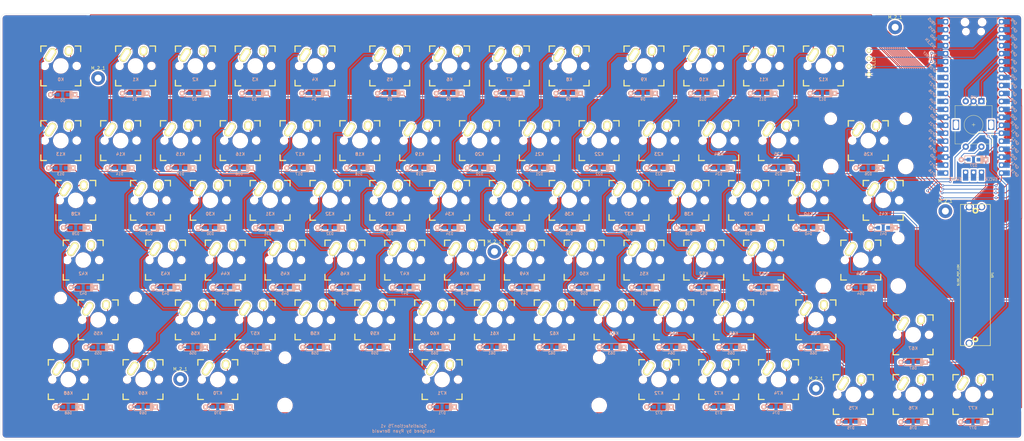
<source format=kicad_pcb>
(kicad_pcb (version 20171130) (host pcbnew "(5.1.10)-1")
  (layers (0 F.Cu signal) (31 B.Cu signal) (34 B.Paste user hide) (35 F.Paste user hide) (36 B.SilkS user hide) (37 F.SilkS user hide) (38 B.Mask user hide) (39 F.Mask user hide) (44 Edge.Cuts user))
  (net 0 "")
  (net 1 row0)
  (net 2 row1)
  (net 3 row2)
  (net 4 row3)
  (net 5 row4)
  (net 6 row5)
  (net 7 col0)
  (net 8 col1)
  (net 9 col2)
  (net 10 col3)
  (net 11 col4)
  (net 12 col5)
  (net 13 col6)
  (net 14 col7)
  (net 15 col8)
  (net 16 col9)
  (net 17 col10)
  (net 18 col11)
  (net 19 col12)
  (net 20 col13)
  (net 21 i2c_sda)
  (net 22 i2c_scl)
  (net 23 VCC)
  (net 24 GND)
  (net 25 Pot0)
  (net 26 RC0)
  (net 27 RC1)
  (net 28 "Net-(U0-Pad4)")
  (net 29 "Net-(U0-Pad30)")
  (net 30 "Net-(U0-Pad33)")
  (net 31 "Net-(U0-Pad35)")
  (net 32 "Net-(U0-Pad37)")
  (net 33 "Net-(U0-Pad39)")
  (net 34 "Net-(U0-Pad40)")
  (net 35 "Net-(U0-Pad41)")
  (net 36 "Net-(U0-Pad42)")
  (net 37 "Net-(U0-Pad43)")
  (net 38 "Net-(D0-Pad2)")
  (net 39 "Net-(D1-Pad2)")
  (net 40 "Net-(D2-Pad2)")
  (net 41 "Net-(D3-Pad2)")
  (net 42 "Net-(D4-Pad2)")
  (net 43 "Net-(D5-Pad2)")
  (net 44 "Net-(D6-Pad2)")
  (net 45 "Net-(D7-Pad2)")
  (net 46 "Net-(D8-Pad2)")
  (net 47 "Net-(D9-Pad2)")
  (net 48 "Net-(D10-Pad2)")
  (net 49 "Net-(D11-Pad2)")
  (net 50 "Net-(D12-Pad2)")
  (net 51 "Net-(D13-Pad2)")
  (net 52 "Net-(D14-Pad2)")
  (net 53 "Net-(D15-Pad2)")
  (net 54 "Net-(D16-Pad2)")
  (net 55 "Net-(D17-Pad2)")
  (net 56 "Net-(D18-Pad2)")
  (net 57 "Net-(D19-Pad2)")
  (net 58 "Net-(D20-Pad2)")
  (net 59 "Net-(D21-Pad2)")
  (net 60 "Net-(D22-Pad2)")
  (net 61 "Net-(D23-Pad2)")
  (net 62 "Net-(D24-Pad2)")
  (net 63 "Net-(D25-Pad2)")
  (net 64 "Net-(D26-Pad2)")
  (net 65 "Net-(D27-Pad2)")
  (net 66 "Net-(D28-Pad2)")
  (net 67 "Net-(D29-Pad2)")
  (net 68 "Net-(D30-Pad2)")
  (net 69 "Net-(D31-Pad2)")
  (net 70 "Net-(D32-Pad2)")
  (net 71 "Net-(D33-Pad2)")
  (net 72 "Net-(D34-Pad2)")
  (net 73 "Net-(D35-Pad2)")
  (net 74 "Net-(D36-Pad2)")
  (net 75 "Net-(D37-Pad2)")
  (net 76 "Net-(D38-Pad2)")
  (net 77 "Net-(D39-Pad2)")
  (net 78 "Net-(D40-Pad2)")
  (net 79 "Net-(D41-Pad2)")
  (net 80 "Net-(D42-Pad2)")
  (net 81 "Net-(D43-Pad2)")
  (net 82 "Net-(D44-Pad2)")
  (net 83 "Net-(D45-Pad2)")
  (net 84 "Net-(D46-Pad2)")
  (net 85 "Net-(D47-Pad2)")
  (net 86 "Net-(D48-Pad2)")
  (net 87 "Net-(D49-Pad2)")
  (net 88 "Net-(D50-Pad2)")
  (net 89 "Net-(D51-Pad2)")
  (net 90 "Net-(D52-Pad2)")
  (net 91 "Net-(D53-Pad2)")
  (net 92 "Net-(D54-Pad2)")
  (net 93 "Net-(D55-Pad2)")
  (net 94 "Net-(D56-Pad2)")
  (net 95 "Net-(D57-Pad2)")
  (net 96 "Net-(D58-Pad2)")
  (net 97 "Net-(D59-Pad2)")
  (net 98 "Net-(D60-Pad2)")
  (net 99 "Net-(D61-Pad2)")
  (net 100 "Net-(D62-Pad2)")
  (net 101 "Net-(D63-Pad2)")
  (net 102 "Net-(D64-Pad2)")
  (net 103 "Net-(D65-Pad2)")
  (net 104 "Net-(D66-Pad2)")
  (net 105 "Net-(D67-Pad2)")
  (net 106 "Net-(D68-Pad2)")
  (net 107 "Net-(D69-Pad2)")
  (net 108 "Net-(D70-Pad2)")
  (net 109 "Net-(D71-Pad2)")
  (net 110 "Net-(D72-Pad2)")
  (net 111 "Net-(D73-Pad2)")
  (net 112 "Net-(D74-Pad2)")
  (net 113 "Net-(D75-Pad2)")
  (net 114 "Net-(D76-Pad2)")
  (net 115 "Net-(D77-Pad2)")
  (module keebs:Mx_Alps_100 (layer F.Cu) (at -376.4375 -226.725)
    (fp_text reference K77 (at 0 4.318) (layer B.SilkS) (effects (font (thickness 0.2)) (justify mirror)))
    (fp_text value "RIGHT ARROW" hide)
    (pad 2 thru_hole oval (at 2.52 -4.79 356.1) (size 2.5 3.08) (drill oval 1.5 2.08) (layers *.Cu *.Mask F.SilkS) (net 115 "Net-(D77-Pad2)"))
    (pad 1 thru_hole oval (at -3.255 -3.52 327.5) (size 2.5 4.75) (drill oval 1.5 3.75) (layers *.Cu *.Mask F.SilkS) (net 20 col13))
    (pad "" np_thru_hole circle (at 5.08 0) (size 1.7018 1.7018) (drill 1.7018) (layers *.Cu *.Mask))
    (pad "" np_thru_hole circle (at -5.08 0) (size 1.7018 1.7018) (drill 1.7018) (layers *.Cu *.Mask))
    (pad "" np_thru_hole circle (at 0 0) (size 3.9878 3.9878) (drill 3.9878) (layers *.Cu *.Mask))
  )
  (module keebs:Mx_Alps_100 (layer F.Cu) (at -395.4875 -226.725)
    (fp_text reference K76 (at 0 4.318) (layer B.SilkS) (effects (font (thickness 0.2)) (justify mirror)))
    (fp_text value DOWNARROW hide)
    (pad 2 thru_hole oval (at 2.52 -4.79 356.1) (size 2.5 3.08) (drill oval 1.5 2.08) (layers *.Cu *.Mask F.SilkS) (net 114 "Net-(D76-Pad2)"))
    (pad 1 thru_hole oval (at -3.255 -3.52 327.5) (size 2.5 4.75) (drill oval 1.5 3.75) (layers *.Cu *.Mask F.SilkS) (net 19 col12))
    (pad "" np_thru_hole circle (at 5.08 0) (size 1.7018 1.7018) (drill 1.7018) (layers *.Cu *.Mask))
    (pad "" np_thru_hole circle (at -5.08 0) (size 1.7018 1.7018) (drill 1.7018) (layers *.Cu *.Mask))
    (pad "" np_thru_hole circle (at 0 0) (size 3.9878 3.9878) (drill 3.9878) (layers *.Cu *.Mask))
  )
  (module keebs:Mx_Alps_100 (layer F.Cu) (at -414.5375 -226.725)
    (fp_text reference K75 (at 0 4.318) (layer B.SilkS) (effects (font (thickness 0.2)) (justify mirror)))
    (fp_text value LEFT_ARROW hide)
    (pad 2 thru_hole oval (at 2.52 -4.79 356.1) (size 2.5 3.08) (drill oval 1.5 2.08) (layers *.Cu *.Mask F.SilkS) (net 113 "Net-(D75-Pad2)"))
    (pad 1 thru_hole oval (at -3.255 -3.52 327.5) (size 2.5 4.75) (drill oval 1.5 3.75) (layers *.Cu *.Mask F.SilkS) (net 18 col11))
    (pad "" np_thru_hole circle (at 5.08 0) (size 1.7018 1.7018) (drill 1.7018) (layers *.Cu *.Mask))
    (pad "" np_thru_hole circle (at -5.08 0) (size 1.7018 1.7018) (drill 1.7018) (layers *.Cu *.Mask))
    (pad "" np_thru_hole circle (at 0 0) (size 3.9878 3.9878) (drill 3.9878) (layers *.Cu *.Mask))
  )
  (module keebs:Mx_Alps_100 (layer F.Cu) (at -438.35 -231.4875)
    (fp_text reference K74 (at 0 4.318) (layer B.SilkS) (effects (font (thickness 0.2)) (justify mirror)))
    (fp_text value R_CTRL hide)
    (pad 2 thru_hole oval (at 2.52 -4.79 356.1) (size 2.5 3.08) (drill oval 1.5 2.08) (layers *.Cu *.Mask F.SilkS) (net 112 "Net-(D74-Pad2)"))
    (pad 1 thru_hole oval (at -3.255 -3.52 327.5) (size 2.5 4.75) (drill oval 1.5 3.75) (layers *.Cu *.Mask F.SilkS) (net 17 col10))
    (pad "" np_thru_hole circle (at 5.08 0) (size 1.7018 1.7018) (drill 1.7018) (layers *.Cu *.Mask))
    (pad "" np_thru_hole circle (at -5.08 0) (size 1.7018 1.7018) (drill 1.7018) (layers *.Cu *.Mask))
    (pad "" np_thru_hole circle (at 0 0) (size 3.9878 3.9878) (drill 3.9878) (layers *.Cu *.Mask))
  )
  (module keebs:Mx_Alps_100 (layer F.Cu) (at -457.4 -231.4875)
    (fp_text reference K73 (at 0 4.318) (layer B.SilkS) (effects (font (thickness 0.2)) (justify mirror)))
    (fp_text value FN hide)
    (pad 2 thru_hole oval (at 2.52 -4.79 356.1) (size 2.5 3.08) (drill oval 1.5 2.08) (layers *.Cu *.Mask F.SilkS) (net 111 "Net-(D73-Pad2)"))
    (pad 1 thru_hole oval (at -3.255 -3.52 327.5) (size 2.5 4.75) (drill oval 1.5 3.75) (layers *.Cu *.Mask F.SilkS) (net 16 col9))
    (pad "" np_thru_hole circle (at 5.08 0) (size 1.7018 1.7018) (drill 1.7018) (layers *.Cu *.Mask))
    (pad "" np_thru_hole circle (at -5.08 0) (size 1.7018 1.7018) (drill 1.7018) (layers *.Cu *.Mask))
    (pad "" np_thru_hole circle (at 0 0) (size 3.9878 3.9878) (drill 3.9878) (layers *.Cu *.Mask))
  )
  (module keebs:Mx_Alps_100 (layer F.Cu) (at -476.45 -231.4875)
    (fp_text reference K72 (at 0 4.318) (layer B.SilkS) (effects (font (thickness 0.2)) (justify mirror)))
    (fp_text value R_ALT hide)
    (pad 2 thru_hole oval (at 2.52 -4.79 356.1) (size 2.5 3.08) (drill oval 1.5 2.08) (layers *.Cu *.Mask F.SilkS) (net 110 "Net-(D72-Pad2)"))
    (pad 1 thru_hole oval (at -3.255 -3.52 327.5) (size 2.5 4.75) (drill oval 1.5 3.75) (layers *.Cu *.Mask F.SilkS) (net 15 col8))
    (pad "" np_thru_hole circle (at 5.08 0) (size 1.7018 1.7018) (drill 1.7018) (layers *.Cu *.Mask))
    (pad "" np_thru_hole circle (at -5.08 0) (size 1.7018 1.7018) (drill 1.7018) (layers *.Cu *.Mask))
    (pad "" np_thru_hole circle (at 0 0) (size 3.9878 3.9878) (drill 3.9878) (layers *.Cu *.Mask))
  )
  (module keebs:Mx_Alps_625 (layer F.Cu) (at -545.50625 -231.4875)
    (fp_text reference K71 (at 0 4.318) (layer B.SilkS) (effects (font (thickness 0.2)) (justify mirror)))
    (fp_text value SPACE hide)
    (pad 2 thru_hole oval (at 2.52 -4.79 356.1) (size 2.5 3.08) (drill oval 1.5 2.08) (layers *.Cu *.Mask F.SilkS) (net 109 "Net-(D71-Pad2)"))
    (pad 1 thru_hole oval (at -3.255 -3.52 327.5) (size 2.5 4.75) (drill oval 1.5 3.75) (layers *.Cu *.Mask F.SilkS) (net 12 col5))
    (pad "" np_thru_hole circle (at 50.038 8.255) (size 3.9878 3.9878) (drill 3.9878) (layers *.Cu *.Mask))
    (pad "" np_thru_hole circle (at -50.038 8.255) (size 3.9878 3.9878) (drill 3.9878) (layers *.Cu *.Mask))
    (pad "" np_thru_hole circle (at 50.038 -6.985) (size 3.048 3.048) (drill 3.048) (layers *.Cu *.Mask))
    (pad "" np_thru_hole circle (at -50.038 -6.985) (size 3.048 3.048) (drill 3.048) (layers *.Cu *.Mask))
    (pad "" np_thru_hole circle (at 5.08 0) (size 1.7018 1.7018) (drill 1.7018) (layers *.Cu *.Mask))
    (pad "" np_thru_hole circle (at -5.08 0) (size 1.7018 1.7018) (drill 1.7018) (layers *.Cu *.Mask))
    (pad "" np_thru_hole circle (at 0 0) (size 3.9878 3.9878) (drill 3.9878) (layers *.Cu *.Mask))
  )
  (module keebs:Mx_Alps_125 (layer F.Cu) (at -616.94375 -231.4875)
    (fp_text reference K70 (at 0 4.318) (layer B.SilkS) (effects (font (thickness 0.2)) (justify mirror)))
    (fp_text value L_ALT hide)
    (pad 2 thru_hole oval (at 2.52 -4.79 356.1) (size 2.5 3.08) (drill oval 1.5 2.08) (layers *.Cu *.Mask F.SilkS) (net 108 "Net-(D70-Pad2)"))
    (pad 1 thru_hole oval (at -3.255 -3.52 327.5) (size 2.5 4.75) (drill oval 1.5 3.75) (layers *.Cu *.Mask F.SilkS) (net 9 col2))
    (pad "" np_thru_hole circle (at 5.08 0) (size 1.7018 1.7018) (drill 1.7018) (layers *.Cu *.Mask))
    (pad "" np_thru_hole circle (at -5.08 0) (size 1.7018 1.7018) (drill 1.7018) (layers *.Cu *.Mask))
    (pad "" np_thru_hole circle (at 0 0) (size 3.9878 3.9878) (drill 3.9878) (layers *.Cu *.Mask))
  )
  (module keebs:Mx_Alps_125 (layer F.Cu) (at -640.75625 -231.4875)
    (fp_text reference K69 (at 0 4.318) (layer B.SilkS) (effects (font (thickness 0.2)) (justify mirror)))
    (fp_text value META hide)
    (pad 2 thru_hole oval (at 2.52 -4.79 356.1) (size 2.5 3.08) (drill oval 1.5 2.08) (layers *.Cu *.Mask F.SilkS) (net 107 "Net-(D69-Pad2)"))
    (pad 1 thru_hole oval (at -3.255 -3.52 327.5) (size 2.5 4.75) (drill oval 1.5 3.75) (layers *.Cu *.Mask F.SilkS) (net 8 col1))
    (pad "" np_thru_hole circle (at 5.08 0) (size 1.7018 1.7018) (drill 1.7018) (layers *.Cu *.Mask))
    (pad "" np_thru_hole circle (at -5.08 0) (size 1.7018 1.7018) (drill 1.7018) (layers *.Cu *.Mask))
    (pad "" np_thru_hole circle (at 0 0) (size 3.9878 3.9878) (drill 3.9878) (layers *.Cu *.Mask))
  )
  (module keebs:Mx_Alps_125 (layer F.Cu) (at -664.56875 -231.4875)
    (fp_text reference K68 (at 0 4.318) (layer B.SilkS) (effects (font (thickness 0.2)) (justify mirror)))
    (fp_text value L_CTRL hide)
    (pad 2 thru_hole oval (at 2.52 -4.79 356.1) (size 2.5 3.08) (drill oval 1.5 2.08) (layers *.Cu *.Mask F.SilkS) (net 106 "Net-(D68-Pad2)"))
    (pad 1 thru_hole oval (at -3.255 -3.52 327.5) (size 2.5 4.75) (drill oval 1.5 3.75) (layers *.Cu *.Mask F.SilkS) (net 7 col0))
    (pad "" np_thru_hole circle (at 5.08 0) (size 1.7018 1.7018) (drill 1.7018) (layers *.Cu *.Mask))
    (pad "" np_thru_hole circle (at -5.08 0) (size 1.7018 1.7018) (drill 1.7018) (layers *.Cu *.Mask))
    (pad "" np_thru_hole circle (at 0 0) (size 3.9878 3.9878) (drill 3.9878) (layers *.Cu *.Mask))
  )
  (module keebs:Mx_Alps_100 (layer F.Cu) (at -395.4875 -245.775)
    (fp_text reference K67 (at 0 4.318) (layer B.SilkS) (effects (font (thickness 0.2)) (justify mirror)))
    (fp_text value UP-ARROW hide)
    (pad 2 thru_hole oval (at 2.52 -4.79 356.1) (size 2.5 3.08) (drill oval 1.5 2.08) (layers *.Cu *.Mask F.SilkS) (net 105 "Net-(D67-Pad2)"))
    (pad 1 thru_hole oval (at -3.255 -3.52 327.5) (size 2.5 4.75) (drill oval 1.5 3.75) (layers *.Cu *.Mask F.SilkS) (net 19 col12))
    (pad "" np_thru_hole circle (at 5.08 0) (size 1.7018 1.7018) (drill 1.7018) (layers *.Cu *.Mask))
    (pad "" np_thru_hole circle (at -5.08 0) (size 1.7018 1.7018) (drill 1.7018) (layers *.Cu *.Mask))
    (pad "" np_thru_hole circle (at 0 0) (size 3.9878 3.9878) (drill 3.9878) (layers *.Cu *.Mask))
  )
  (module keebs:Mx_Alps_175 (layer F.Cu) (at -426.44375 -250.5375)
    (fp_text reference K66 (at 0 4.318) (layer B.SilkS) (effects (font (thickness 0.2)) (justify mirror)))
    (fp_text value R_SHIFT hide)
    (pad 2 thru_hole oval (at 2.52 -4.79 356.1) (size 2.5 3.08) (drill oval 1.5 2.08) (layers *.Cu *.Mask F.SilkS) (net 104 "Net-(D66-Pad2)"))
    (pad 1 thru_hole oval (at -3.255 -3.52 327.5) (size 2.5 4.75) (drill oval 1.5 3.75) (layers *.Cu *.Mask F.SilkS) (net 18 col11))
    (pad "" np_thru_hole circle (at 5.08 0) (size 1.7018 1.7018) (drill 1.7018) (layers *.Cu *.Mask))
    (pad "" np_thru_hole circle (at -5.08 0) (size 1.7018 1.7018) (drill 1.7018) (layers *.Cu *.Mask))
    (pad "" np_thru_hole circle (at 0 0) (size 3.9878 3.9878) (drill 3.9878) (layers *.Cu *.Mask))
  )
  (module keebs:Mx_Alps_100 (layer F.Cu) (at -452.6375 -250.5375)
    (fp_text reference K65 (at 0 4.318) (layer B.SilkS) (effects (font (thickness 0.2)) (justify mirror)))
    (fp_text value / hide)
    (pad 2 thru_hole oval (at 2.52 -4.79 356.1) (size 2.5 3.08) (drill oval 1.5 2.08) (layers *.Cu *.Mask F.SilkS) (net 103 "Net-(D65-Pad2)"))
    (pad 1 thru_hole oval (at -3.255 -3.52 327.5) (size 2.5 4.75) (drill oval 1.5 3.75) (layers *.Cu *.Mask F.SilkS) (net 17 col10))
    (pad "" np_thru_hole circle (at 5.08 0) (size 1.7018 1.7018) (drill 1.7018) (layers *.Cu *.Mask))
    (pad "" np_thru_hole circle (at -5.08 0) (size 1.7018 1.7018) (drill 1.7018) (layers *.Cu *.Mask))
    (pad "" np_thru_hole circle (at 0 0) (size 3.9878 3.9878) (drill 3.9878) (layers *.Cu *.Mask))
  )
  (module keebs:Mx_Alps_100 (layer F.Cu) (at -471.6875 -250.5375)
    (fp_text reference K64 (at 0 4.318) (layer B.SilkS) (effects (font (thickness 0.2)) (justify mirror)))
    (fp_text value . hide)
    (pad 2 thru_hole oval (at 2.52 -4.79 356.1) (size 2.5 3.08) (drill oval 1.5 2.08) (layers *.Cu *.Mask F.SilkS) (net 102 "Net-(D64-Pad2)"))
    (pad 1 thru_hole oval (at -3.255 -3.52 327.5) (size 2.5 4.75) (drill oval 1.5 3.75) (layers *.Cu *.Mask F.SilkS) (net 16 col9))
    (pad "" np_thru_hole circle (at 5.08 0) (size 1.7018 1.7018) (drill 1.7018) (layers *.Cu *.Mask))
    (pad "" np_thru_hole circle (at -5.08 0) (size 1.7018 1.7018) (drill 1.7018) (layers *.Cu *.Mask))
    (pad "" np_thru_hole circle (at 0 0) (size 3.9878 3.9878) (drill 3.9878) (layers *.Cu *.Mask))
  )
  (module keebs:Mx_Alps_100 (layer F.Cu) (at -490.7375 -250.5375)
    (fp_text reference K63 (at 0 4.318) (layer B.SilkS) (effects (font (thickness 0.2)) (justify mirror)))
    (fp_text value , hide)
    (pad 2 thru_hole oval (at 2.52 -4.79 356.1) (size 2.5 3.08) (drill oval 1.5 2.08) (layers *.Cu *.Mask F.SilkS) (net 101 "Net-(D63-Pad2)"))
    (pad 1 thru_hole oval (at -3.255 -3.52 327.5) (size 2.5 4.75) (drill oval 1.5 3.75) (layers *.Cu *.Mask F.SilkS) (net 15 col8))
    (pad "" np_thru_hole circle (at 5.08 0) (size 1.7018 1.7018) (drill 1.7018) (layers *.Cu *.Mask))
    (pad "" np_thru_hole circle (at -5.08 0) (size 1.7018 1.7018) (drill 1.7018) (layers *.Cu *.Mask))
    (pad "" np_thru_hole circle (at 0 0) (size 3.9878 3.9878) (drill 3.9878) (layers *.Cu *.Mask))
  )
  (module keebs:Mx_Alps_100 (layer F.Cu) (at -509.7875 -250.5375)
    (fp_text reference K62 (at 0 4.318) (layer B.SilkS) (effects (font (thickness 0.2)) (justify mirror)))
    (fp_text value M hide)
    (pad 2 thru_hole oval (at 2.52 -4.79 356.1) (size 2.5 3.08) (drill oval 1.5 2.08) (layers *.Cu *.Mask F.SilkS) (net 100 "Net-(D62-Pad2)"))
    (pad 1 thru_hole oval (at -3.255 -3.52 327.5) (size 2.5 4.75) (drill oval 1.5 3.75) (layers *.Cu *.Mask F.SilkS) (net 14 col7))
    (pad "" np_thru_hole circle (at 5.08 0) (size 1.7018 1.7018) (drill 1.7018) (layers *.Cu *.Mask))
    (pad "" np_thru_hole circle (at -5.08 0) (size 1.7018 1.7018) (drill 1.7018) (layers *.Cu *.Mask))
    (pad "" np_thru_hole circle (at 0 0) (size 3.9878 3.9878) (drill 3.9878) (layers *.Cu *.Mask))
  )
  (module keebs:Mx_Alps_100 (layer F.Cu) (at -528.8375 -250.5375)
    (fp_text reference K61 (at 0 4.318) (layer B.SilkS) (effects (font (thickness 0.2)) (justify mirror)))
    (fp_text value N hide)
    (pad 2 thru_hole oval (at 2.52 -4.79 356.1) (size 2.5 3.08) (drill oval 1.5 2.08) (layers *.Cu *.Mask F.SilkS) (net 99 "Net-(D61-Pad2)"))
    (pad 1 thru_hole oval (at -3.255 -3.52 327.5) (size 2.5 4.75) (drill oval 1.5 3.75) (layers *.Cu *.Mask F.SilkS) (net 13 col6))
    (pad "" np_thru_hole circle (at 5.08 0) (size 1.7018 1.7018) (drill 1.7018) (layers *.Cu *.Mask))
    (pad "" np_thru_hole circle (at -5.08 0) (size 1.7018 1.7018) (drill 1.7018) (layers *.Cu *.Mask))
    (pad "" np_thru_hole circle (at 0 0) (size 3.9878 3.9878) (drill 3.9878) (layers *.Cu *.Mask))
  )
  (module keebs:Mx_Alps_100 (layer F.Cu) (at -547.8875 -250.5375)
    (fp_text reference K60 (at 0 4.318) (layer B.SilkS) (effects (font (thickness 0.2)) (justify mirror)))
    (fp_text value B hide)
    (pad 2 thru_hole oval (at 2.52 -4.79 356.1) (size 2.5 3.08) (drill oval 1.5 2.08) (layers *.Cu *.Mask F.SilkS) (net 98 "Net-(D60-Pad2)"))
    (pad 1 thru_hole oval (at -3.255 -3.52 327.5) (size 2.5 4.75) (drill oval 1.5 3.75) (layers *.Cu *.Mask F.SilkS) (net 12 col5))
    (pad "" np_thru_hole circle (at 5.08 0) (size 1.7018 1.7018) (drill 1.7018) (layers *.Cu *.Mask))
    (pad "" np_thru_hole circle (at -5.08 0) (size 1.7018 1.7018) (drill 1.7018) (layers *.Cu *.Mask))
    (pad "" np_thru_hole circle (at 0 0) (size 3.9878 3.9878) (drill 3.9878) (layers *.Cu *.Mask))
  )
  (module keebs:Mx_Alps_100 (layer F.Cu) (at -566.9375 -250.5375)
    (fp_text reference K59 (at 0 4.318) (layer B.SilkS) (effects (font (thickness 0.2)) (justify mirror)))
    (fp_text value V hide)
    (pad 2 thru_hole oval (at 2.52 -4.79 356.1) (size 2.5 3.08) (drill oval 1.5 2.08) (layers *.Cu *.Mask F.SilkS) (net 97 "Net-(D59-Pad2)"))
    (pad 1 thru_hole oval (at -3.255 -3.52 327.5) (size 2.5 4.75) (drill oval 1.5 3.75) (layers *.Cu *.Mask F.SilkS) (net 11 col4))
    (pad "" np_thru_hole circle (at 5.08 0) (size 1.7018 1.7018) (drill 1.7018) (layers *.Cu *.Mask))
    (pad "" np_thru_hole circle (at -5.08 0) (size 1.7018 1.7018) (drill 1.7018) (layers *.Cu *.Mask))
    (pad "" np_thru_hole circle (at 0 0) (size 3.9878 3.9878) (drill 3.9878) (layers *.Cu *.Mask))
  )
  (module keebs:Mx_Alps_100 (layer F.Cu) (at -585.9875 -250.5375)
    (fp_text reference K58 (at 0 4.318) (layer B.SilkS) (effects (font (thickness 0.2)) (justify mirror)))
    (fp_text value C hide)
    (pad 2 thru_hole oval (at 2.52 -4.79 356.1) (size 2.5 3.08) (drill oval 1.5 2.08) (layers *.Cu *.Mask F.SilkS) (net 96 "Net-(D58-Pad2)"))
    (pad 1 thru_hole oval (at -3.255 -3.52 327.5) (size 2.5 4.75) (drill oval 1.5 3.75) (layers *.Cu *.Mask F.SilkS) (net 10 col3))
    (pad "" np_thru_hole circle (at 5.08 0) (size 1.7018 1.7018) (drill 1.7018) (layers *.Cu *.Mask))
    (pad "" np_thru_hole circle (at -5.08 0) (size 1.7018 1.7018) (drill 1.7018) (layers *.Cu *.Mask))
    (pad "" np_thru_hole circle (at 0 0) (size 3.9878 3.9878) (drill 3.9878) (layers *.Cu *.Mask))
  )
  (module keebs:Mx_Alps_100 (layer F.Cu) (at -605.0375 -250.5375)
    (fp_text reference K57 (at 0 4.318) (layer B.SilkS) (effects (font (thickness 0.2)) (justify mirror)))
    (fp_text value X hide)
    (pad 2 thru_hole oval (at 2.52 -4.79 356.1) (size 2.5 3.08) (drill oval 1.5 2.08) (layers *.Cu *.Mask F.SilkS) (net 95 "Net-(D57-Pad2)"))
    (pad 1 thru_hole oval (at -3.255 -3.52 327.5) (size 2.5 4.75) (drill oval 1.5 3.75) (layers *.Cu *.Mask F.SilkS) (net 9 col2))
    (pad "" np_thru_hole circle (at 5.08 0) (size 1.7018 1.7018) (drill 1.7018) (layers *.Cu *.Mask))
    (pad "" np_thru_hole circle (at -5.08 0) (size 1.7018 1.7018) (drill 1.7018) (layers *.Cu *.Mask))
    (pad "" np_thru_hole circle (at 0 0) (size 3.9878 3.9878) (drill 3.9878) (layers *.Cu *.Mask))
  )
  (module keebs:Mx_Alps_100 (layer F.Cu) (at -624.0875 -250.5375)
    (fp_text reference K56 (at 0 4.318) (layer B.SilkS) (effects (font (thickness 0.2)) (justify mirror)))
    (fp_text value Z hide)
    (pad 2 thru_hole oval (at 2.52 -4.79 356.1) (size 2.5 3.08) (drill oval 1.5 2.08) (layers *.Cu *.Mask F.SilkS) (net 94 "Net-(D56-Pad2)"))
    (pad 1 thru_hole oval (at -3.255 -3.52 327.5) (size 2.5 4.75) (drill oval 1.5 3.75) (layers *.Cu *.Mask F.SilkS) (net 8 col1))
    (pad "" np_thru_hole circle (at 5.08 0) (size 1.7018 1.7018) (drill 1.7018) (layers *.Cu *.Mask))
    (pad "" np_thru_hole circle (at -5.08 0) (size 1.7018 1.7018) (drill 1.7018) (layers *.Cu *.Mask))
    (pad "" np_thru_hole circle (at 0 0) (size 3.9878 3.9878) (drill 3.9878) (layers *.Cu *.Mask))
  )
  (module keebs:Mx_Alps_225 (layer F.Cu) (at -655.04375 -250.5375)
    (fp_text reference K55 (at 0 4.318) (layer B.SilkS) (effects (font (thickness 0.2)) (justify mirror)))
    (fp_text value L_SHIFT hide)
    (pad 2 thru_hole oval (at 2.52 -4.79 356.1) (size 2.5 3.08) (drill oval 1.5 2.08) (layers *.Cu *.Mask F.SilkS) (net 93 "Net-(D55-Pad2)"))
    (pad 1 thru_hole oval (at -3.255 -3.52 327.5) (size 2.5 4.75) (drill oval 1.5 3.75) (layers *.Cu *.Mask F.SilkS) (net 7 col0))
    (pad "" np_thru_hole circle (at 11.938 8.255) (size 3.9878 3.9878) (drill 3.9878) (layers *.Cu *.Mask))
    (pad "" np_thru_hole circle (at -11.938 8.255) (size 3.9878 3.9878) (drill 3.9878) (layers *.Cu *.Mask))
    (pad "" np_thru_hole circle (at 11.938 -6.985) (size 3.048 3.048) (drill 3.048) (layers *.Cu *.Mask))
    (pad "" np_thru_hole circle (at -11.938 -6.985) (size 3.048 3.048) (drill 3.048) (layers *.Cu *.Mask))
    (pad "" np_thru_hole circle (at 5.08 0) (size 1.7018 1.7018) (drill 1.7018) (layers *.Cu *.Mask))
    (pad "" np_thru_hole circle (at -5.08 0) (size 1.7018 1.7018) (drill 1.7018) (layers *.Cu *.Mask))
    (pad "" np_thru_hole circle (at 0 0) (size 3.9878 3.9878) (drill 3.9878) (layers *.Cu *.Mask))
  )
  (module keebs:Mx_Alps_225 (layer F.Cu) (at -412.15625 -269.5875)
    (fp_text reference K54 (at 0 4.318) (layer B.SilkS) (effects (font (thickness 0.2)) (justify mirror)))
    (fp_text value ENTER hide)
    (pad 2 thru_hole oval (at 2.52 -4.79 356.1) (size 2.5 3.08) (drill oval 1.5 2.08) (layers *.Cu *.Mask F.SilkS) (net 92 "Net-(D54-Pad2)"))
    (pad 1 thru_hole oval (at -3.255 -3.52 327.5) (size 2.5 4.75) (drill oval 1.5 3.75) (layers *.Cu *.Mask F.SilkS) (net 19 col12))
    (pad "" np_thru_hole circle (at 11.938 8.255) (size 3.9878 3.9878) (drill 3.9878) (layers *.Cu *.Mask))
    (pad "" np_thru_hole circle (at -11.938 8.255) (size 3.9878 3.9878) (drill 3.9878) (layers *.Cu *.Mask))
    (pad "" np_thru_hole circle (at 11.938 -6.985) (size 3.048 3.048) (drill 3.048) (layers *.Cu *.Mask))
    (pad "" np_thru_hole circle (at -11.938 -6.985) (size 3.048 3.048) (drill 3.048) (layers *.Cu *.Mask))
    (pad "" np_thru_hole circle (at 5.08 0) (size 1.7018 1.7018) (drill 1.7018) (layers *.Cu *.Mask))
    (pad "" np_thru_hole circle (at -5.08 0) (size 1.7018 1.7018) (drill 1.7018) (layers *.Cu *.Mask))
    (pad "" np_thru_hole circle (at 0 0) (size 3.9878 3.9878) (drill 3.9878) (layers *.Cu *.Mask))
  )
  (module keebs:Mx_Alps_100 (layer F.Cu) (at -443.1125 -269.5875)
    (fp_text reference K53 (at 0 4.318) (layer B.SilkS) (effects (font (thickness 0.2)) (justify mirror)))
    (fp_text value ' hide)
    (pad 2 thru_hole oval (at 2.52 -4.79 356.1) (size 2.5 3.08) (drill oval 1.5 2.08) (layers *.Cu *.Mask F.SilkS) (net 91 "Net-(D53-Pad2)"))
    (pad 1 thru_hole oval (at -3.255 -3.52 327.5) (size 2.5 4.75) (drill oval 1.5 3.75) (layers *.Cu *.Mask F.SilkS) (net 18 col11))
    (pad "" np_thru_hole circle (at 5.08 0) (size 1.7018 1.7018) (drill 1.7018) (layers *.Cu *.Mask))
    (pad "" np_thru_hole circle (at -5.08 0) (size 1.7018 1.7018) (drill 1.7018) (layers *.Cu *.Mask))
    (pad "" np_thru_hole circle (at 0 0) (size 3.9878 3.9878) (drill 3.9878) (layers *.Cu *.Mask))
  )
  (module keebs:Mx_Alps_100 (layer F.Cu) (at -462.1625 -269.5875)
    (fp_text reference K52 (at 0 4.318) (layer B.SilkS) (effects (font (thickness 0.2)) (justify mirror)))
    (fp_text value ; hide)
    (pad 2 thru_hole oval (at 2.52 -4.79 356.1) (size 2.5 3.08) (drill oval 1.5 2.08) (layers *.Cu *.Mask F.SilkS) (net 90 "Net-(D52-Pad2)"))
    (pad 1 thru_hole oval (at -3.255 -3.52 327.5) (size 2.5 4.75) (drill oval 1.5 3.75) (layers *.Cu *.Mask F.SilkS) (net 17 col10))
    (pad "" np_thru_hole circle (at 5.08 0) (size 1.7018 1.7018) (drill 1.7018) (layers *.Cu *.Mask))
    (pad "" np_thru_hole circle (at -5.08 0) (size 1.7018 1.7018) (drill 1.7018) (layers *.Cu *.Mask))
    (pad "" np_thru_hole circle (at 0 0) (size 3.9878 3.9878) (drill 3.9878) (layers *.Cu *.Mask))
  )
  (module keebs:Mx_Alps_100 (layer F.Cu) (at -481.2125 -269.5875)
    (fp_text reference K51 (at 0 4.318) (layer B.SilkS) (effects (font (thickness 0.2)) (justify mirror)))
    (fp_text value L hide)
    (pad 2 thru_hole oval (at 2.52 -4.79 356.1) (size 2.5 3.08) (drill oval 1.5 2.08) (layers *.Cu *.Mask F.SilkS) (net 89 "Net-(D51-Pad2)"))
    (pad 1 thru_hole oval (at -3.255 -3.52 327.5) (size 2.5 4.75) (drill oval 1.5 3.75) (layers *.Cu *.Mask F.SilkS) (net 16 col9))
    (pad "" np_thru_hole circle (at 5.08 0) (size 1.7018 1.7018) (drill 1.7018) (layers *.Cu *.Mask))
    (pad "" np_thru_hole circle (at -5.08 0) (size 1.7018 1.7018) (drill 1.7018) (layers *.Cu *.Mask))
    (pad "" np_thru_hole circle (at 0 0) (size 3.9878 3.9878) (drill 3.9878) (layers *.Cu *.Mask))
  )
  (module keebs:Mx_Alps_100 (layer F.Cu) (at -500.2625 -269.5875)
    (fp_text reference K50 (at 0 4.318) (layer B.SilkS) (effects (font (thickness 0.2)) (justify mirror)))
    (fp_text value K hide)
    (pad 2 thru_hole oval (at 2.52 -4.79 356.1) (size 2.5 3.08) (drill oval 1.5 2.08) (layers *.Cu *.Mask F.SilkS) (net 88 "Net-(D50-Pad2)"))
    (pad 1 thru_hole oval (at -3.255 -3.52 327.5) (size 2.5 4.75) (drill oval 1.5 3.75) (layers *.Cu *.Mask F.SilkS) (net 15 col8))
    (pad "" np_thru_hole circle (at 5.08 0) (size 1.7018 1.7018) (drill 1.7018) (layers *.Cu *.Mask))
    (pad "" np_thru_hole circle (at -5.08 0) (size 1.7018 1.7018) (drill 1.7018) (layers *.Cu *.Mask))
    (pad "" np_thru_hole circle (at 0 0) (size 3.9878 3.9878) (drill 3.9878) (layers *.Cu *.Mask))
  )
  (module keebs:Mx_Alps_100 (layer F.Cu) (at -519.3125 -269.5875)
    (fp_text reference K49 (at 0 4.318) (layer B.SilkS) (effects (font (thickness 0.2)) (justify mirror)))
    (fp_text value J hide)
    (pad 2 thru_hole oval (at 2.52 -4.79 356.1) (size 2.5 3.08) (drill oval 1.5 2.08) (layers *.Cu *.Mask F.SilkS) (net 87 "Net-(D49-Pad2)"))
    (pad 1 thru_hole oval (at -3.255 -3.52 327.5) (size 2.5 4.75) (drill oval 1.5 3.75) (layers *.Cu *.Mask F.SilkS) (net 14 col7))
    (pad "" np_thru_hole circle (at 5.08 0) (size 1.7018 1.7018) (drill 1.7018) (layers *.Cu *.Mask))
    (pad "" np_thru_hole circle (at -5.08 0) (size 1.7018 1.7018) (drill 1.7018) (layers *.Cu *.Mask))
    (pad "" np_thru_hole circle (at 0 0) (size 3.9878 3.9878) (drill 3.9878) (layers *.Cu *.Mask))
  )
  (module keebs:Mx_Alps_100 (layer F.Cu) (at -538.3625 -269.5875)
    (fp_text reference K48 (at 0 4.318) (layer B.SilkS) (effects (font (thickness 0.2)) (justify mirror)))
    (fp_text value H hide)
    (pad 2 thru_hole oval (at 2.52 -4.79 356.1) (size 2.5 3.08) (drill oval 1.5 2.08) (layers *.Cu *.Mask F.SilkS) (net 86 "Net-(D48-Pad2)"))
    (pad 1 thru_hole oval (at -3.255 -3.52 327.5) (size 2.5 4.75) (drill oval 1.5 3.75) (layers *.Cu *.Mask F.SilkS) (net 13 col6))
    (pad "" np_thru_hole circle (at 5.08 0) (size 1.7018 1.7018) (drill 1.7018) (layers *.Cu *.Mask))
    (pad "" np_thru_hole circle (at -5.08 0) (size 1.7018 1.7018) (drill 1.7018) (layers *.Cu *.Mask))
    (pad "" np_thru_hole circle (at 0 0) (size 3.9878 3.9878) (drill 3.9878) (layers *.Cu *.Mask))
  )
  (module keebs:Mx_Alps_100 (layer F.Cu) (at -557.4125 -269.5875)
    (fp_text reference K47 (at 0 4.318) (layer B.SilkS) (effects (font (thickness 0.2)) (justify mirror)))
    (fp_text value G hide)
    (pad 2 thru_hole oval (at 2.52 -4.79 356.1) (size 2.5 3.08) (drill oval 1.5 2.08) (layers *.Cu *.Mask F.SilkS) (net 85 "Net-(D47-Pad2)"))
    (pad 1 thru_hole oval (at -3.255 -3.52 327.5) (size 2.5 4.75) (drill oval 1.5 3.75) (layers *.Cu *.Mask F.SilkS) (net 12 col5))
    (pad "" np_thru_hole circle (at 5.08 0) (size 1.7018 1.7018) (drill 1.7018) (layers *.Cu *.Mask))
    (pad "" np_thru_hole circle (at -5.08 0) (size 1.7018 1.7018) (drill 1.7018) (layers *.Cu *.Mask))
    (pad "" np_thru_hole circle (at 0 0) (size 3.9878 3.9878) (drill 3.9878) (layers *.Cu *.Mask))
  )
  (module keebs:Mx_Alps_100 (layer F.Cu) (at -576.4625 -269.5875)
    (fp_text reference K46 (at 0 4.318) (layer B.SilkS) (effects (font (thickness 0.2)) (justify mirror)))
    (fp_text value F hide)
    (pad 2 thru_hole oval (at 2.52 -4.79 356.1) (size 2.5 3.08) (drill oval 1.5 2.08) (layers *.Cu *.Mask F.SilkS) (net 84 "Net-(D46-Pad2)"))
    (pad 1 thru_hole oval (at -3.255 -3.52 327.5) (size 2.5 4.75) (drill oval 1.5 3.75) (layers *.Cu *.Mask F.SilkS) (net 11 col4))
    (pad "" np_thru_hole circle (at 5.08 0) (size 1.7018 1.7018) (drill 1.7018) (layers *.Cu *.Mask))
    (pad "" np_thru_hole circle (at -5.08 0) (size 1.7018 1.7018) (drill 1.7018) (layers *.Cu *.Mask))
    (pad "" np_thru_hole circle (at 0 0) (size 3.9878 3.9878) (drill 3.9878) (layers *.Cu *.Mask))
  )
  (module keebs:Mx_Alps_100 (layer F.Cu) (at -595.5125 -269.5875)
    (fp_text reference K45 (at 0 4.318) (layer B.SilkS) (effects (font (thickness 0.2)) (justify mirror)))
    (fp_text value D hide)
    (pad 2 thru_hole oval (at 2.52 -4.79 356.1) (size 2.5 3.08) (drill oval 1.5 2.08) (layers *.Cu *.Mask F.SilkS) (net 83 "Net-(D45-Pad2)"))
    (pad 1 thru_hole oval (at -3.255 -3.52 327.5) (size 2.5 4.75) (drill oval 1.5 3.75) (layers *.Cu *.Mask F.SilkS) (net 10 col3))
    (pad "" np_thru_hole circle (at 5.08 0) (size 1.7018 1.7018) (drill 1.7018) (layers *.Cu *.Mask))
    (pad "" np_thru_hole circle (at -5.08 0) (size 1.7018 1.7018) (drill 1.7018) (layers *.Cu *.Mask))
    (pad "" np_thru_hole circle (at 0 0) (size 3.9878 3.9878) (drill 3.9878) (layers *.Cu *.Mask))
  )
  (module keebs:Mx_Alps_100 (layer F.Cu) (at -614.5625 -269.5875)
    (fp_text reference K44 (at 0 4.318) (layer B.SilkS) (effects (font (thickness 0.2)) (justify mirror)))
    (fp_text value S hide)
    (pad 2 thru_hole oval (at 2.52 -4.79 356.1) (size 2.5 3.08) (drill oval 1.5 2.08) (layers *.Cu *.Mask F.SilkS) (net 82 "Net-(D44-Pad2)"))
    (pad 1 thru_hole oval (at -3.255 -3.52 327.5) (size 2.5 4.75) (drill oval 1.5 3.75) (layers *.Cu *.Mask F.SilkS) (net 9 col2))
    (pad "" np_thru_hole circle (at 5.08 0) (size 1.7018 1.7018) (drill 1.7018) (layers *.Cu *.Mask))
    (pad "" np_thru_hole circle (at -5.08 0) (size 1.7018 1.7018) (drill 1.7018) (layers *.Cu *.Mask))
    (pad "" np_thru_hole circle (at 0 0) (size 3.9878 3.9878) (drill 3.9878) (layers *.Cu *.Mask))
  )
  (module keebs:Mx_Alps_100 (layer F.Cu) (at -633.6125 -269.5875)
    (fp_text reference K43 (at 0 4.318) (layer B.SilkS) (effects (font (thickness 0.2)) (justify mirror)))
    (fp_text value A hide)
    (pad 2 thru_hole oval (at 2.52 -4.79 356.1) (size 2.5 3.08) (drill oval 1.5 2.08) (layers *.Cu *.Mask F.SilkS) (net 81 "Net-(D43-Pad2)"))
    (pad 1 thru_hole oval (at -3.255 -3.52 327.5) (size 2.5 4.75) (drill oval 1.5 3.75) (layers *.Cu *.Mask F.SilkS) (net 8 col1))
    (pad "" np_thru_hole circle (at 5.08 0) (size 1.7018 1.7018) (drill 1.7018) (layers *.Cu *.Mask))
    (pad "" np_thru_hole circle (at -5.08 0) (size 1.7018 1.7018) (drill 1.7018) (layers *.Cu *.Mask))
    (pad "" np_thru_hole circle (at 0 0) (size 3.9878 3.9878) (drill 3.9878) (layers *.Cu *.Mask))
  )
  (module keebs:Mx_Alps_175 (layer F.Cu) (at -659.80625 -269.5875)
    (fp_text reference K42 (at 0 4.318) (layer B.SilkS) (effects (font (thickness 0.2)) (justify mirror)))
    (fp_text value CAPS hide)
    (pad 2 thru_hole oval (at 2.52 -4.79 356.1) (size 2.5 3.08) (drill oval 1.5 2.08) (layers *.Cu *.Mask F.SilkS) (net 80 "Net-(D42-Pad2)"))
    (pad 1 thru_hole oval (at -3.255 -3.52 327.5) (size 2.5 4.75) (drill oval 1.5 3.75) (layers *.Cu *.Mask F.SilkS) (net 7 col0))
    (pad "" np_thru_hole circle (at 5.08 0) (size 1.7018 1.7018) (drill 1.7018) (layers *.Cu *.Mask))
    (pad "" np_thru_hole circle (at -5.08 0) (size 1.7018 1.7018) (drill 1.7018) (layers *.Cu *.Mask))
    (pad "" np_thru_hole circle (at 0 0) (size 3.9878 3.9878) (drill 3.9878) (layers *.Cu *.Mask))
  )
  (module keebs:Mx_Alps_150 (layer F.Cu) (at -405.0125 -288.6375)
    (fp_text reference K41 (at 0 4.318) (layer B.SilkS) (effects (font (thickness 0.2)) (justify mirror)))
    (fp_text value \ hide)
    (pad 2 thru_hole oval (at 2.52 -4.79 356.1) (size 2.5 3.08) (drill oval 1.5 2.08) (layers *.Cu *.Mask F.SilkS) (net 79 "Net-(D41-Pad2)"))
    (pad 1 thru_hole oval (at -3.255 -3.52 327.5) (size 2.5 4.75) (drill oval 1.5 3.75) (layers *.Cu *.Mask F.SilkS) (net 20 col13))
    (pad "" np_thru_hole circle (at 5.08 0) (size 1.7018 1.7018) (drill 1.7018) (layers *.Cu *.Mask))
    (pad "" np_thru_hole circle (at -5.08 0) (size 1.7018 1.7018) (drill 1.7018) (layers *.Cu *.Mask))
    (pad "" np_thru_hole circle (at 0 0) (size 3.9878 3.9878) (drill 3.9878) (layers *.Cu *.Mask))
  )
  (module keebs:Mx_Alps_100 (layer F.Cu) (at -428.825 -288.6375)
    (fp_text reference K40 (at 0 4.318) (layer B.SilkS) (effects (font (thickness 0.2)) (justify mirror)))
    (fp_text value ] hide)
    (pad 2 thru_hole oval (at 2.52 -4.79 356.1) (size 2.5 3.08) (drill oval 1.5 2.08) (layers *.Cu *.Mask F.SilkS) (net 78 "Net-(D40-Pad2)"))
    (pad 1 thru_hole oval (at -3.255 -3.52 327.5) (size 2.5 4.75) (drill oval 1.5 3.75) (layers *.Cu *.Mask F.SilkS) (net 19 col12))
    (pad "" np_thru_hole circle (at 5.08 0) (size 1.7018 1.7018) (drill 1.7018) (layers *.Cu *.Mask))
    (pad "" np_thru_hole circle (at -5.08 0) (size 1.7018 1.7018) (drill 1.7018) (layers *.Cu *.Mask))
    (pad "" np_thru_hole circle (at 0 0) (size 3.9878 3.9878) (drill 3.9878) (layers *.Cu *.Mask))
  )
  (module keebs:Mx_Alps_100 (layer F.Cu) (at -447.875 -288.6375)
    (fp_text reference K39 (at 0 4.318) (layer B.SilkS) (effects (font (thickness 0.2)) (justify mirror)))
    (fp_text value [ hide)
    (pad 2 thru_hole oval (at 2.52 -4.79 356.1) (size 2.5 3.08) (drill oval 1.5 2.08) (layers *.Cu *.Mask F.SilkS) (net 77 "Net-(D39-Pad2)"))
    (pad 1 thru_hole oval (at -3.255 -3.52 327.5) (size 2.5 4.75) (drill oval 1.5 3.75) (layers *.Cu *.Mask F.SilkS) (net 18 col11))
    (pad "" np_thru_hole circle (at 5.08 0) (size 1.7018 1.7018) (drill 1.7018) (layers *.Cu *.Mask))
    (pad "" np_thru_hole circle (at -5.08 0) (size 1.7018 1.7018) (drill 1.7018) (layers *.Cu *.Mask))
    (pad "" np_thru_hole circle (at 0 0) (size 3.9878 3.9878) (drill 3.9878) (layers *.Cu *.Mask))
  )
  (module keebs:Mx_Alps_100 (layer F.Cu) (at -466.925 -288.6375)
    (fp_text reference K38 (at 0 4.318) (layer B.SilkS) (effects (font (thickness 0.2)) (justify mirror)))
    (fp_text value P hide)
    (pad 2 thru_hole oval (at 2.52 -4.79 356.1) (size 2.5 3.08) (drill oval 1.5 2.08) (layers *.Cu *.Mask F.SilkS) (net 76 "Net-(D38-Pad2)"))
    (pad 1 thru_hole oval (at -3.255 -3.52 327.5) (size 2.5 4.75) (drill oval 1.5 3.75) (layers *.Cu *.Mask F.SilkS) (net 17 col10))
    (pad "" np_thru_hole circle (at 5.08 0) (size 1.7018 1.7018) (drill 1.7018) (layers *.Cu *.Mask))
    (pad "" np_thru_hole circle (at -5.08 0) (size 1.7018 1.7018) (drill 1.7018) (layers *.Cu *.Mask))
    (pad "" np_thru_hole circle (at 0 0) (size 3.9878 3.9878) (drill 3.9878) (layers *.Cu *.Mask))
  )
  (module keebs:Mx_Alps_100 (layer F.Cu) (at -485.975 -288.6375)
    (fp_text reference K37 (at 0 4.318) (layer B.SilkS) (effects (font (thickness 0.2)) (justify mirror)))
    (fp_text value O hide)
    (pad 2 thru_hole oval (at 2.52 -4.79 356.1) (size 2.5 3.08) (drill oval 1.5 2.08) (layers *.Cu *.Mask F.SilkS) (net 75 "Net-(D37-Pad2)"))
    (pad 1 thru_hole oval (at -3.255 -3.52 327.5) (size 2.5 4.75) (drill oval 1.5 3.75) (layers *.Cu *.Mask F.SilkS) (net 16 col9))
    (pad "" np_thru_hole circle (at 5.08 0) (size 1.7018 1.7018) (drill 1.7018) (layers *.Cu *.Mask))
    (pad "" np_thru_hole circle (at -5.08 0) (size 1.7018 1.7018) (drill 1.7018) (layers *.Cu *.Mask))
    (pad "" np_thru_hole circle (at 0 0) (size 3.9878 3.9878) (drill 3.9878) (layers *.Cu *.Mask))
  )
  (module keebs:Mx_Alps_100 (layer F.Cu) (at -505.025 -288.6375)
    (fp_text reference K36 (at 0 4.318) (layer B.SilkS) (effects (font (thickness 0.2)) (justify mirror)))
    (fp_text value I hide)
    (pad 2 thru_hole oval (at 2.52 -4.79 356.1) (size 2.5 3.08) (drill oval 1.5 2.08) (layers *.Cu *.Mask F.SilkS) (net 74 "Net-(D36-Pad2)"))
    (pad 1 thru_hole oval (at -3.255 -3.52 327.5) (size 2.5 4.75) (drill oval 1.5 3.75) (layers *.Cu *.Mask F.SilkS) (net 15 col8))
    (pad "" np_thru_hole circle (at 5.08 0) (size 1.7018 1.7018) (drill 1.7018) (layers *.Cu *.Mask))
    (pad "" np_thru_hole circle (at -5.08 0) (size 1.7018 1.7018) (drill 1.7018) (layers *.Cu *.Mask))
    (pad "" np_thru_hole circle (at 0 0) (size 3.9878 3.9878) (drill 3.9878) (layers *.Cu *.Mask))
  )
  (module keebs:Mx_Alps_100 (layer F.Cu) (at -524.075 -288.6375)
    (fp_text reference K35 (at 0 4.318) (layer B.SilkS) (effects (font (thickness 0.2)) (justify mirror)))
    (fp_text value U hide)
    (pad 2 thru_hole oval (at 2.52 -4.79 356.1) (size 2.5 3.08) (drill oval 1.5 2.08) (layers *.Cu *.Mask F.SilkS) (net 73 "Net-(D35-Pad2)"))
    (pad 1 thru_hole oval (at -3.255 -3.52 327.5) (size 2.5 4.75) (drill oval 1.5 3.75) (layers *.Cu *.Mask F.SilkS) (net 14 col7))
    (pad "" np_thru_hole circle (at 5.08 0) (size 1.7018 1.7018) (drill 1.7018) (layers *.Cu *.Mask))
    (pad "" np_thru_hole circle (at -5.08 0) (size 1.7018 1.7018) (drill 1.7018) (layers *.Cu *.Mask))
    (pad "" np_thru_hole circle (at 0 0) (size 3.9878 3.9878) (drill 3.9878) (layers *.Cu *.Mask))
  )
  (module keebs:Mx_Alps_100 (layer F.Cu) (at -543.125 -288.6375)
    (fp_text reference K34 (at 0 4.318) (layer B.SilkS) (effects (font (thickness 0.2)) (justify mirror)))
    (fp_text value Y hide)
    (pad 2 thru_hole oval (at 2.52 -4.79 356.1) (size 2.5 3.08) (drill oval 1.5 2.08) (layers *.Cu *.Mask F.SilkS) (net 72 "Net-(D34-Pad2)"))
    (pad 1 thru_hole oval (at -3.255 -3.52 327.5) (size 2.5 4.75) (drill oval 1.5 3.75) (layers *.Cu *.Mask F.SilkS) (net 13 col6))
    (pad "" np_thru_hole circle (at 5.08 0) (size 1.7018 1.7018) (drill 1.7018) (layers *.Cu *.Mask))
    (pad "" np_thru_hole circle (at -5.08 0) (size 1.7018 1.7018) (drill 1.7018) (layers *.Cu *.Mask))
    (pad "" np_thru_hole circle (at 0 0) (size 3.9878 3.9878) (drill 3.9878) (layers *.Cu *.Mask))
  )
  (module keebs:Mx_Alps_100 (layer F.Cu) (at -562.175 -288.6375)
    (fp_text reference K33 (at 0 4.318) (layer B.SilkS) (effects (font (thickness 0.2)) (justify mirror)))
    (fp_text value T hide)
    (pad 2 thru_hole oval (at 2.52 -4.79 356.1) (size 2.5 3.08) (drill oval 1.5 2.08) (layers *.Cu *.Mask F.SilkS) (net 71 "Net-(D33-Pad2)"))
    (pad 1 thru_hole oval (at -3.255 -3.52 327.5) (size 2.5 4.75) (drill oval 1.5 3.75) (layers *.Cu *.Mask F.SilkS) (net 12 col5))
    (pad "" np_thru_hole circle (at 5.08 0) (size 1.7018 1.7018) (drill 1.7018) (layers *.Cu *.Mask))
    (pad "" np_thru_hole circle (at -5.08 0) (size 1.7018 1.7018) (drill 1.7018) (layers *.Cu *.Mask))
    (pad "" np_thru_hole circle (at 0 0) (size 3.9878 3.9878) (drill 3.9878) (layers *.Cu *.Mask))
  )
  (module keebs:Mx_Alps_100 (layer F.Cu) (at -581.225 -288.6375)
    (fp_text reference K32 (at 0 4.318) (layer B.SilkS) (effects (font (thickness 0.2)) (justify mirror)))
    (fp_text value R hide)
    (pad 2 thru_hole oval (at 2.52 -4.79 356.1) (size 2.5 3.08) (drill oval 1.5 2.08) (layers *.Cu *.Mask F.SilkS) (net 70 "Net-(D32-Pad2)"))
    (pad 1 thru_hole oval (at -3.255 -3.52 327.5) (size 2.5 4.75) (drill oval 1.5 3.75) (layers *.Cu *.Mask F.SilkS) (net 11 col4))
    (pad "" np_thru_hole circle (at 5.08 0) (size 1.7018 1.7018) (drill 1.7018) (layers *.Cu *.Mask))
    (pad "" np_thru_hole circle (at -5.08 0) (size 1.7018 1.7018) (drill 1.7018) (layers *.Cu *.Mask))
    (pad "" np_thru_hole circle (at 0 0) (size 3.9878 3.9878) (drill 3.9878) (layers *.Cu *.Mask))
  )
  (module keebs:Mx_Alps_100 (layer F.Cu) (at -600.275 -288.6375)
    (fp_text reference K31 (at 0 4.318) (layer B.SilkS) (effects (font (thickness 0.2)) (justify mirror)))
    (fp_text value E hide)
    (pad 2 thru_hole oval (at 2.52 -4.79 356.1) (size 2.5 3.08) (drill oval 1.5 2.08) (layers *.Cu *.Mask F.SilkS) (net 69 "Net-(D31-Pad2)"))
    (pad 1 thru_hole oval (at -3.255 -3.52 327.5) (size 2.5 4.75) (drill oval 1.5 3.75) (layers *.Cu *.Mask F.SilkS) (net 10 col3))
    (pad "" np_thru_hole circle (at 5.08 0) (size 1.7018 1.7018) (drill 1.7018) (layers *.Cu *.Mask))
    (pad "" np_thru_hole circle (at -5.08 0) (size 1.7018 1.7018) (drill 1.7018) (layers *.Cu *.Mask))
    (pad "" np_thru_hole circle (at 0 0) (size 3.9878 3.9878) (drill 3.9878) (layers *.Cu *.Mask))
  )
  (module keebs:Mx_Alps_100 (layer F.Cu) (at -619.325 -288.6375)
    (fp_text reference K30 (at 0 4.318) (layer B.SilkS) (effects (font (thickness 0.2)) (justify mirror)))
    (fp_text value W hide)
    (pad 2 thru_hole oval (at 2.52 -4.79 356.1) (size 2.5 3.08) (drill oval 1.5 2.08) (layers *.Cu *.Mask F.SilkS) (net 68 "Net-(D30-Pad2)"))
    (pad 1 thru_hole oval (at -3.255 -3.52 327.5) (size 2.5 4.75) (drill oval 1.5 3.75) (layers *.Cu *.Mask F.SilkS) (net 9 col2))
    (pad "" np_thru_hole circle (at 5.08 0) (size 1.7018 1.7018) (drill 1.7018) (layers *.Cu *.Mask))
    (pad "" np_thru_hole circle (at -5.08 0) (size 1.7018 1.7018) (drill 1.7018) (layers *.Cu *.Mask))
    (pad "" np_thru_hole circle (at 0 0) (size 3.9878 3.9878) (drill 3.9878) (layers *.Cu *.Mask))
  )
  (module keebs:Mx_Alps_100 (layer F.Cu) (at -638.375 -288.6375)
    (fp_text reference K29 (at 0 4.318) (layer B.SilkS) (effects (font (thickness 0.2)) (justify mirror)))
    (fp_text value Q hide)
    (pad 2 thru_hole oval (at 2.52 -4.79 356.1) (size 2.5 3.08) (drill oval 1.5 2.08) (layers *.Cu *.Mask F.SilkS) (net 67 "Net-(D29-Pad2)"))
    (pad 1 thru_hole oval (at -3.255 -3.52 327.5) (size 2.5 4.75) (drill oval 1.5 3.75) (layers *.Cu *.Mask F.SilkS) (net 8 col1))
    (pad "" np_thru_hole circle (at 5.08 0) (size 1.7018 1.7018) (drill 1.7018) (layers *.Cu *.Mask))
    (pad "" np_thru_hole circle (at -5.08 0) (size 1.7018 1.7018) (drill 1.7018) (layers *.Cu *.Mask))
    (pad "" np_thru_hole circle (at 0 0) (size 3.9878 3.9878) (drill 3.9878) (layers *.Cu *.Mask))
  )
  (module keebs:Mx_Alps_150 (layer F.Cu) (at -662.1875 -288.6375)
    (fp_text reference K28 (at 0 4.318) (layer B.SilkS) (effects (font (thickness 0.2)) (justify mirror)))
    (fp_text value TAB hide)
    (pad 2 thru_hole oval (at 2.52 -4.79 356.1) (size 2.5 3.08) (drill oval 1.5 2.08) (layers *.Cu *.Mask F.SilkS) (net 66 "Net-(D28-Pad2)"))
    (pad 1 thru_hole oval (at -3.255 -3.52 327.5) (size 2.5 4.75) (drill oval 1.5 3.75) (layers *.Cu *.Mask F.SilkS) (net 7 col0))
    (pad "" np_thru_hole circle (at 5.08 0) (size 1.7018 1.7018) (drill 1.7018) (layers *.Cu *.Mask))
    (pad "" np_thru_hole circle (at -5.08 0) (size 1.7018 1.7018) (drill 1.7018) (layers *.Cu *.Mask))
    (pad "" np_thru_hole circle (at 0 0) (size 3.9878 3.9878) (drill 3.9878) (layers *.Cu *.Mask))
  )
  (module keebs:Mx_Alps_200 (layer F.Cu) (at -409.775 -307.6875)
    (fp_text reference K26 (at 0 4.318) (layer B.SilkS) (effects (font (thickness 0.2)) (justify mirror)))
    (fp_text value BACK_SPC hide)
    (pad 2 thru_hole oval (at 2.52 -4.79 356.1) (size 2.5 3.08) (drill oval 1.5 2.08) (layers *.Cu *.Mask F.SilkS) (net 64 "Net-(D26-Pad2)"))
    (pad 1 thru_hole oval (at -3.255 -3.52 327.5) (size 2.5 4.75) (drill oval 1.5 3.75) (layers *.Cu *.Mask F.SilkS) (net 20 col13))
    (pad "" np_thru_hole circle (at 11.938 8.255) (size 3.9878 3.9878) (drill 3.9878) (layers *.Cu *.Mask))
    (pad "" np_thru_hole circle (at -11.938 8.255) (size 3.9878 3.9878) (drill 3.9878) (layers *.Cu *.Mask))
    (pad "" np_thru_hole circle (at 11.938 -6.985) (size 3.048 3.048) (drill 3.048) (layers *.Cu *.Mask))
    (pad "" np_thru_hole circle (at -11.938 -6.985) (size 3.048 3.048) (drill 3.048) (layers *.Cu *.Mask))
    (pad "" np_thru_hole circle (at 5.08 0) (size 1.7018 1.7018) (drill 1.7018) (layers *.Cu *.Mask))
    (pad "" np_thru_hole circle (at -5.08 0) (size 1.7018 1.7018) (drill 1.7018) (layers *.Cu *.Mask))
    (pad "" np_thru_hole circle (at 0 0) (size 3.9878 3.9878) (drill 3.9878) (layers *.Cu *.Mask))
  )
  (module keyboard_parts:D_SOD123_axial (layer B.Cu) (at -666.34 -322.33 180)
    (fp_text reference D0 (at 0 -1.925) (layer B.SilkS) (effects (font (size 0.8 0.8)) (justify mirror)))
    (fp_text value D hide)
    (pad 2 smd rect (at 2.7 0 180) (size 2.5 0.5) (layers B.Cu) (net 38 "Net-(D0-Pad2)"))
    (pad 1 smd rect (at -2.7 0 180) (size 2.5 0.5) (layers B.Cu) (net 1 row0))
    (pad 2 thru_hole circle (at 3.9 0 180) (size 1.6 1.6) (drill 0.7) (layers *.Cu *.Mask B.SilkS) (net 38 "Net-(D0-Pad2)"))
    (pad 1 thru_hole rect (at -3.9 0 180) (size 1.6 1.6) (drill 0.7) (layers *.Cu *.Mask B.SilkS) (net 1 row0))
    (pad 1 smd rect (at -1.575 0 180) (size 1.2 1.2) (layers B.Cu B.Paste B.Mask) (net 1 row0))
    (pad 2 smd rect (at 1.575 0 180) (size 1.2 1.2) (layers B.Cu B.Paste B.Mask) (net 38 "Net-(D0-Pad2)"))
  )
  (module keebs:Mx_Alps_100 (layer F.Cu) (at -438.35 -307.6875)
    (fp_text reference K25 (at 0 4.318) (layer B.SilkS) (effects (font (thickness 0.2)) (justify mirror)))
    (fp_text value = hide)
    (pad 2 thru_hole oval (at 2.52 -4.79 356.1) (size 2.5 3.08) (drill oval 1.5 2.08) (layers *.Cu *.Mask F.SilkS) (net 63 "Net-(D25-Pad2)"))
    (pad 1 thru_hole oval (at -3.255 -3.52 327.5) (size 2.5 4.75) (drill oval 1.5 3.75) (layers *.Cu *.Mask F.SilkS) (net 19 col12))
    (pad "" np_thru_hole circle (at 5.08 0) (size 1.7018 1.7018) (drill 1.7018) (layers *.Cu *.Mask))
    (pad "" np_thru_hole circle (at -5.08 0) (size 1.7018 1.7018) (drill 1.7018) (layers *.Cu *.Mask))
    (pad "" np_thru_hole circle (at 0 0) (size 3.9878 3.9878) (drill 3.9878) (layers *.Cu *.Mask))
  )
  (module keebs:Mx_Alps_100 (layer F.Cu) (at -457.4 -307.6875)
    (fp_text reference K24 (at 0 4.318) (layer B.SilkS) (effects (font (thickness 0.2)) (justify mirror)))
    (fp_text value - hide)
    (pad 2 thru_hole oval (at 2.52 -4.79 356.1) (size 2.5 3.08) (drill oval 1.5 2.08) (layers *.Cu *.Mask F.SilkS) (net 62 "Net-(D24-Pad2)"))
    (pad 1 thru_hole oval (at -3.255 -3.52 327.5) (size 2.5 4.75) (drill oval 1.5 3.75) (layers *.Cu *.Mask F.SilkS) (net 18 col11))
    (pad "" np_thru_hole circle (at 5.08 0) (size 1.7018 1.7018) (drill 1.7018) (layers *.Cu *.Mask))
    (pad "" np_thru_hole circle (at -5.08 0) (size 1.7018 1.7018) (drill 1.7018) (layers *.Cu *.Mask))
    (pad "" np_thru_hole circle (at 0 0) (size 3.9878 3.9878) (drill 3.9878) (layers *.Cu *.Mask))
  )
  (module keebs:Mx_Alps_100 (layer F.Cu) (at -476.45 -307.6875)
    (fp_text reference K23 (at 0 4.318) (layer B.SilkS) (effects (font (thickness 0.2)) (justify mirror)))
    (fp_text value 0 hide)
    (pad 2 thru_hole oval (at 2.52 -4.79 356.1) (size 2.5 3.08) (drill oval 1.5 2.08) (layers *.Cu *.Mask F.SilkS) (net 61 "Net-(D23-Pad2)"))
    (pad 1 thru_hole oval (at -3.255 -3.52 327.5) (size 2.5 4.75) (drill oval 1.5 3.75) (layers *.Cu *.Mask F.SilkS) (net 17 col10))
    (pad "" np_thru_hole circle (at 5.08 0) (size 1.7018 1.7018) (drill 1.7018) (layers *.Cu *.Mask))
    (pad "" np_thru_hole circle (at -5.08 0) (size 1.7018 1.7018) (drill 1.7018) (layers *.Cu *.Mask))
    (pad "" np_thru_hole circle (at 0 0) (size 3.9878 3.9878) (drill 3.9878) (layers *.Cu *.Mask))
  )
  (module keebs:Mx_Alps_100 (layer F.Cu) (at -495.5 -307.6875)
    (fp_text reference K22 (at 0 4.318) (layer B.SilkS) (effects (font (thickness 0.2)) (justify mirror)))
    (fp_text value 9 hide)
    (pad 2 thru_hole oval (at 2.52 -4.79 356.1) (size 2.5 3.08) (drill oval 1.5 2.08) (layers *.Cu *.Mask F.SilkS) (net 60 "Net-(D22-Pad2)"))
    (pad 1 thru_hole oval (at -3.255 -3.52 327.5) (size 2.5 4.75) (drill oval 1.5 3.75) (layers *.Cu *.Mask F.SilkS) (net 16 col9))
    (pad "" np_thru_hole circle (at 5.08 0) (size 1.7018 1.7018) (drill 1.7018) (layers *.Cu *.Mask))
    (pad "" np_thru_hole circle (at -5.08 0) (size 1.7018 1.7018) (drill 1.7018) (layers *.Cu *.Mask))
    (pad "" np_thru_hole circle (at 0 0) (size 3.9878 3.9878) (drill 3.9878) (layers *.Cu *.Mask))
  )
  (module keebs:Mx_Alps_100 (layer F.Cu) (at -514.55 -307.6875)
    (fp_text reference K21 (at 0 4.318) (layer B.SilkS) (effects (font (thickness 0.2)) (justify mirror)))
    (fp_text value 8 hide)
    (pad 2 thru_hole oval (at 2.52 -4.79 356.1) (size 2.5 3.08) (drill oval 1.5 2.08) (layers *.Cu *.Mask F.SilkS) (net 59 "Net-(D21-Pad2)"))
    (pad 1 thru_hole oval (at -3.255 -3.52 327.5) (size 2.5 4.75) (drill oval 1.5 3.75) (layers *.Cu *.Mask F.SilkS) (net 15 col8))
    (pad "" np_thru_hole circle (at 5.08 0) (size 1.7018 1.7018) (drill 1.7018) (layers *.Cu *.Mask))
    (pad "" np_thru_hole circle (at -5.08 0) (size 1.7018 1.7018) (drill 1.7018) (layers *.Cu *.Mask))
    (pad "" np_thru_hole circle (at 0 0) (size 3.9878 3.9878) (drill 3.9878) (layers *.Cu *.Mask))
  )
  (module keebs:Mx_Alps_100 (layer F.Cu) (at -533.6 -307.6875)
    (fp_text reference K20 (at 0 4.318) (layer B.SilkS) (effects (font (thickness 0.2)) (justify mirror)))
    (fp_text value 7 hide)
    (pad 2 thru_hole oval (at 2.52 -4.79 356.1) (size 2.5 3.08) (drill oval 1.5 2.08) (layers *.Cu *.Mask F.SilkS) (net 58 "Net-(D20-Pad2)"))
    (pad 1 thru_hole oval (at -3.255 -3.52 327.5) (size 2.5 4.75) (drill oval 1.5 3.75) (layers *.Cu *.Mask F.SilkS) (net 14 col7))
    (pad "" np_thru_hole circle (at 5.08 0) (size 1.7018 1.7018) (drill 1.7018) (layers *.Cu *.Mask))
    (pad "" np_thru_hole circle (at -5.08 0) (size 1.7018 1.7018) (drill 1.7018) (layers *.Cu *.Mask))
    (pad "" np_thru_hole circle (at 0 0) (size 3.9878 3.9878) (drill 3.9878) (layers *.Cu *.Mask))
  )
  (module keebs:Mx_Alps_100 (layer F.Cu) (at -552.65 -307.6875)
    (fp_text reference K19 (at 0 4.318) (layer B.SilkS) (effects (font (thickness 0.2)) (justify mirror)))
    (fp_text value 6 hide)
    (pad 2 thru_hole oval (at 2.52 -4.79 356.1) (size 2.5 3.08) (drill oval 1.5 2.08) (layers *.Cu *.Mask F.SilkS) (net 57 "Net-(D19-Pad2)"))
    (pad 1 thru_hole oval (at -3.255 -3.52 327.5) (size 2.5 4.75) (drill oval 1.5 3.75) (layers *.Cu *.Mask F.SilkS) (net 13 col6))
    (pad "" np_thru_hole circle (at 5.08 0) (size 1.7018 1.7018) (drill 1.7018) (layers *.Cu *.Mask))
    (pad "" np_thru_hole circle (at -5.08 0) (size 1.7018 1.7018) (drill 1.7018) (layers *.Cu *.Mask))
    (pad "" np_thru_hole circle (at 0 0) (size 3.9878 3.9878) (drill 3.9878) (layers *.Cu *.Mask))
  )
  (module keebs:Mx_Alps_100 (layer F.Cu) (at -571.7 -307.6875)
    (fp_text reference K18 (at 0 4.318) (layer B.SilkS) (effects (font (thickness 0.2)) (justify mirror)))
    (fp_text value 5 hide)
    (pad 2 thru_hole oval (at 2.52 -4.79 356.1) (size 2.5 3.08) (drill oval 1.5 2.08) (layers *.Cu *.Mask F.SilkS) (net 56 "Net-(D18-Pad2)"))
    (pad 1 thru_hole oval (at -3.255 -3.52 327.5) (size 2.5 4.75) (drill oval 1.5 3.75) (layers *.Cu *.Mask F.SilkS) (net 12 col5))
    (pad "" np_thru_hole circle (at 5.08 0) (size 1.7018 1.7018) (drill 1.7018) (layers *.Cu *.Mask))
    (pad "" np_thru_hole circle (at -5.08 0) (size 1.7018 1.7018) (drill 1.7018) (layers *.Cu *.Mask))
    (pad "" np_thru_hole circle (at 0 0) (size 3.9878 3.9878) (drill 3.9878) (layers *.Cu *.Mask))
  )
  (module keebs:Mx_Alps_100 (layer F.Cu) (at -590.75 -307.6875)
    (fp_text reference K17 (at 0 4.318) (layer B.SilkS) (effects (font (thickness 0.2)) (justify mirror)))
    (fp_text value 4 hide)
    (pad 2 thru_hole oval (at 2.52 -4.79 356.1) (size 2.5 3.08) (drill oval 1.5 2.08) (layers *.Cu *.Mask F.SilkS) (net 55 "Net-(D17-Pad2)"))
    (pad 1 thru_hole oval (at -3.255 -3.52 327.5) (size 2.5 4.75) (drill oval 1.5 3.75) (layers *.Cu *.Mask F.SilkS) (net 11 col4))
    (pad "" np_thru_hole circle (at 5.08 0) (size 1.7018 1.7018) (drill 1.7018) (layers *.Cu *.Mask))
    (pad "" np_thru_hole circle (at -5.08 0) (size 1.7018 1.7018) (drill 1.7018) (layers *.Cu *.Mask))
    (pad "" np_thru_hole circle (at 0 0) (size 3.9878 3.9878) (drill 3.9878) (layers *.Cu *.Mask))
  )
  (module keebs:Mx_Alps_100 (layer F.Cu) (at -609.8 -307.6875)
    (fp_text reference K16 (at 0 4.318) (layer B.SilkS) (effects (font (thickness 0.2)) (justify mirror)))
    (fp_text value 3 hide)
    (pad 2 thru_hole oval (at 2.52 -4.79 356.1) (size 2.5 3.08) (drill oval 1.5 2.08) (layers *.Cu *.Mask F.SilkS) (net 54 "Net-(D16-Pad2)"))
    (pad 1 thru_hole oval (at -3.255 -3.52 327.5) (size 2.5 4.75) (drill oval 1.5 3.75) (layers *.Cu *.Mask F.SilkS) (net 10 col3))
    (pad "" np_thru_hole circle (at 5.08 0) (size 1.7018 1.7018) (drill 1.7018) (layers *.Cu *.Mask))
    (pad "" np_thru_hole circle (at -5.08 0) (size 1.7018 1.7018) (drill 1.7018) (layers *.Cu *.Mask))
    (pad "" np_thru_hole circle (at 0 0) (size 3.9878 3.9878) (drill 3.9878) (layers *.Cu *.Mask))
  )
  (module keebs:Mx_Alps_100 (layer F.Cu) (at -628.85 -307.6875)
    (fp_text reference K15 (at 0 4.318) (layer B.SilkS) (effects (font (thickness 0.2)) (justify mirror)))
    (fp_text value 2 hide)
    (pad 2 thru_hole oval (at 2.52 -4.79 356.1) (size 2.5 3.08) (drill oval 1.5 2.08) (layers *.Cu *.Mask F.SilkS) (net 53 "Net-(D15-Pad2)"))
    (pad 1 thru_hole oval (at -3.255 -3.52 327.5) (size 2.5 4.75) (drill oval 1.5 3.75) (layers *.Cu *.Mask F.SilkS) (net 9 col2))
    (pad "" np_thru_hole circle (at 5.08 0) (size 1.7018 1.7018) (drill 1.7018) (layers *.Cu *.Mask))
    (pad "" np_thru_hole circle (at -5.08 0) (size 1.7018 1.7018) (drill 1.7018) (layers *.Cu *.Mask))
    (pad "" np_thru_hole circle (at 0 0) (size 3.9878 3.9878) (drill 3.9878) (layers *.Cu *.Mask))
  )
  (module keebs:Mx_Alps_100 (layer F.Cu) (at -647.9 -307.6875)
    (fp_text reference K14 (at 0 4.318) (layer B.SilkS) (effects (font (thickness 0.2)) (justify mirror)))
    (fp_text value 1 hide)
    (pad 2 thru_hole oval (at 2.52 -4.79 356.1) (size 2.5 3.08) (drill oval 1.5 2.08) (layers *.Cu *.Mask F.SilkS) (net 52 "Net-(D14-Pad2)"))
    (pad 1 thru_hole oval (at -3.255 -3.52 327.5) (size 2.5 4.75) (drill oval 1.5 3.75) (layers *.Cu *.Mask F.SilkS) (net 8 col1))
    (pad "" np_thru_hole circle (at 5.08 0) (size 1.7018 1.7018) (drill 1.7018) (layers *.Cu *.Mask))
    (pad "" np_thru_hole circle (at -5.08 0) (size 1.7018 1.7018) (drill 1.7018) (layers *.Cu *.Mask))
    (pad "" np_thru_hole circle (at 0 0) (size 3.9878 3.9878) (drill 3.9878) (layers *.Cu *.Mask))
  )
  (module keebs:Mx_Alps_100 (layer F.Cu) (at -666.95 -307.6875)
    (fp_text reference K13 (at 0 4.318) (layer B.SilkS) (effects (font (thickness 0.2)) (justify mirror)))
    (fp_text value ~ hide)
    (pad 2 thru_hole oval (at 2.52 -4.79 356.1) (size 2.5 3.08) (drill oval 1.5 2.08) (layers *.Cu *.Mask F.SilkS) (net 51 "Net-(D13-Pad2)"))
    (pad 1 thru_hole oval (at -3.255 -3.52 327.5) (size 2.5 4.75) (drill oval 1.5 3.75) (layers *.Cu *.Mask F.SilkS) (net 7 col0))
    (pad "" np_thru_hole circle (at 5.08 0) (size 1.7018 1.7018) (drill 1.7018) (layers *.Cu *.Mask))
    (pad "" np_thru_hole circle (at -5.08 0) (size 1.7018 1.7018) (drill 1.7018) (layers *.Cu *.Mask))
    (pad "" np_thru_hole circle (at 0 0) (size 3.9878 3.9878) (drill 3.9878) (layers *.Cu *.Mask))
  )
  (module keebs:Mx_Alps_100 (layer F.Cu) (at -424.0625 -331.5)
    (fp_text reference K12 (at 0 4.318) (layer B.SilkS) (effects (font (thickness 0.2)) (justify mirror)))
    (fp_text value F12 hide)
    (pad 2 thru_hole oval (at 2.52 -4.79 356.1) (size 2.5 3.08) (drill oval 1.5 2.08) (layers *.Cu *.Mask F.SilkS) (net 50 "Net-(D12-Pad2)"))
    (pad 1 thru_hole oval (at -3.255 -3.52 327.5) (size 2.5 4.75) (drill oval 1.5 3.75) (layers *.Cu *.Mask F.SilkS) (net 19 col12))
    (pad "" np_thru_hole circle (at 5.08 0) (size 1.7018 1.7018) (drill 1.7018) (layers *.Cu *.Mask))
    (pad "" np_thru_hole circle (at -5.08 0) (size 1.7018 1.7018) (drill 1.7018) (layers *.Cu *.Mask))
    (pad "" np_thru_hole circle (at 0 0) (size 3.9878 3.9878) (drill 3.9878) (layers *.Cu *.Mask))
  )
  (module keebs:Mx_Alps_100 (layer F.Cu) (at -443.1125 -331.5)
    (fp_text reference K11 (at 0 4.318) (layer B.SilkS) (effects (font (thickness 0.2)) (justify mirror)))
    (fp_text value F11 hide)
    (pad 2 thru_hole oval (at 2.52 -4.79 356.1) (size 2.5 3.08) (drill oval 1.5 2.08) (layers *.Cu *.Mask F.SilkS) (net 49 "Net-(D11-Pad2)"))
    (pad 1 thru_hole oval (at -3.255 -3.52 327.5) (size 2.5 4.75) (drill oval 1.5 3.75) (layers *.Cu *.Mask F.SilkS) (net 18 col11))
    (pad "" np_thru_hole circle (at 5.08 0) (size 1.7018 1.7018) (drill 1.7018) (layers *.Cu *.Mask))
    (pad "" np_thru_hole circle (at -5.08 0) (size 1.7018 1.7018) (drill 1.7018) (layers *.Cu *.Mask))
    (pad "" np_thru_hole circle (at 0 0) (size 3.9878 3.9878) (drill 3.9878) (layers *.Cu *.Mask))
  )
  (module keebs:Mx_Alps_100 (layer F.Cu) (at -462.1625 -331.5)
    (fp_text reference K10 (at 0 4.318) (layer B.SilkS) (effects (font (thickness 0.2)) (justify mirror)))
    (fp_text value F10 hide)
    (pad 2 thru_hole oval (at 2.52 -4.79 356.1) (size 2.5 3.08) (drill oval 1.5 2.08) (layers *.Cu *.Mask F.SilkS) (net 48 "Net-(D10-Pad2)"))
    (pad 1 thru_hole oval (at -3.255 -3.52 327.5) (size 2.5 4.75) (drill oval 1.5 3.75) (layers *.Cu *.Mask F.SilkS) (net 17 col10))
    (pad "" np_thru_hole circle (at 5.08 0) (size 1.7018 1.7018) (drill 1.7018) (layers *.Cu *.Mask))
    (pad "" np_thru_hole circle (at -5.08 0) (size 1.7018 1.7018) (drill 1.7018) (layers *.Cu *.Mask))
    (pad "" np_thru_hole circle (at 0 0) (size 3.9878 3.9878) (drill 3.9878) (layers *.Cu *.Mask))
  )
  (module keebs:Mx_Alps_100 (layer F.Cu) (at -481.2125 -331.5)
    (fp_text reference K9 (at 0 4.318) (layer B.SilkS) (effects (font (thickness 0.2)) (justify mirror)))
    (fp_text value F9 hide)
    (pad 2 thru_hole oval (at 2.52 -4.79 356.1) (size 2.5 3.08) (drill oval 1.5 2.08) (layers *.Cu *.Mask F.SilkS) (net 47 "Net-(D9-Pad2)"))
    (pad 1 thru_hole oval (at -3.255 -3.52 327.5) (size 2.5 4.75) (drill oval 1.5 3.75) (layers *.Cu *.Mask F.SilkS) (net 16 col9))
    (pad "" np_thru_hole circle (at 5.08 0) (size 1.7018 1.7018) (drill 1.7018) (layers *.Cu *.Mask))
    (pad "" np_thru_hole circle (at -5.08 0) (size 1.7018 1.7018) (drill 1.7018) (layers *.Cu *.Mask))
    (pad "" np_thru_hole circle (at 0 0) (size 3.9878 3.9878) (drill 3.9878) (layers *.Cu *.Mask))
  )
  (module keebs:Mx_Alps_100 (layer F.Cu) (at -505.025 -331.5)
    (fp_text reference K8 (at 0 4.318) (layer B.SilkS) (effects (font (thickness 0.2)) (justify mirror)))
    (fp_text value F8 hide)
    (pad 2 thru_hole oval (at 2.52 -4.79 356.1) (size 2.5 3.08) (drill oval 1.5 2.08) (layers *.Cu *.Mask F.SilkS) (net 46 "Net-(D8-Pad2)"))
    (pad 1 thru_hole oval (at -3.255 -3.52 327.5) (size 2.5 4.75) (drill oval 1.5 3.75) (layers *.Cu *.Mask F.SilkS) (net 15 col8))
    (pad "" np_thru_hole circle (at 5.08 0) (size 1.7018 1.7018) (drill 1.7018) (layers *.Cu *.Mask))
    (pad "" np_thru_hole circle (at -5.08 0) (size 1.7018 1.7018) (drill 1.7018) (layers *.Cu *.Mask))
    (pad "" np_thru_hole circle (at 0 0) (size 3.9878 3.9878) (drill 3.9878) (layers *.Cu *.Mask))
  )
  (module keebs:Mx_Alps_100 (layer F.Cu) (at -524.075 -331.5)
    (fp_text reference K7 (at 0 4.318) (layer B.SilkS) (effects (font (thickness 0.2)) (justify mirror)))
    (fp_text value F7 hide)
    (pad 2 thru_hole oval (at 2.52 -4.79 356.1) (size 2.5 3.08) (drill oval 1.5 2.08) (layers *.Cu *.Mask F.SilkS) (net 45 "Net-(D7-Pad2)"))
    (pad 1 thru_hole oval (at -3.255 -3.52 327.5) (size 2.5 4.75) (drill oval 1.5 3.75) (layers *.Cu *.Mask F.SilkS) (net 14 col7))
    (pad "" np_thru_hole circle (at 5.08 0) (size 1.7018 1.7018) (drill 1.7018) (layers *.Cu *.Mask))
    (pad "" np_thru_hole circle (at -5.08 0) (size 1.7018 1.7018) (drill 1.7018) (layers *.Cu *.Mask))
    (pad "" np_thru_hole circle (at 0 0) (size 3.9878 3.9878) (drill 3.9878) (layers *.Cu *.Mask))
  )
  (module keebs:Mx_Alps_100 (layer F.Cu) (at -543.125 -331.5)
    (fp_text reference K6 (at 0 4.318) (layer B.SilkS) (effects (font (thickness 0.2)) (justify mirror)))
    (fp_text value F6 hide)
    (pad 2 thru_hole oval (at 2.52 -4.79 356.1) (size 2.5 3.08) (drill oval 1.5 2.08) (layers *.Cu *.Mask F.SilkS) (net 44 "Net-(D6-Pad2)"))
    (pad 1 thru_hole oval (at -3.255 -3.52 327.5) (size 2.5 4.75) (drill oval 1.5 3.75) (layers *.Cu *.Mask F.SilkS) (net 13 col6))
    (pad "" np_thru_hole circle (at 5.08 0) (size 1.7018 1.7018) (drill 1.7018) (layers *.Cu *.Mask))
    (pad "" np_thru_hole circle (at -5.08 0) (size 1.7018 1.7018) (drill 1.7018) (layers *.Cu *.Mask))
    (pad "" np_thru_hole circle (at 0 0) (size 3.9878 3.9878) (drill 3.9878) (layers *.Cu *.Mask))
  )
  (module keebs:Mx_Alps_100 (layer F.Cu) (at -562.175 -331.5)
    (fp_text reference K5 (at 0 4.318) (layer B.SilkS) (effects (font (thickness 0.2)) (justify mirror)))
    (fp_text value F5 hide)
    (pad 2 thru_hole oval (at 2.52 -4.79 356.1) (size 2.5 3.08) (drill oval 1.5 2.08) (layers *.Cu *.Mask F.SilkS) (net 43 "Net-(D5-Pad2)"))
    (pad 1 thru_hole oval (at -3.255 -3.52 327.5) (size 2.5 4.75) (drill oval 1.5 3.75) (layers *.Cu *.Mask F.SilkS) (net 12 col5))
    (pad "" np_thru_hole circle (at 5.08 0) (size 1.7018 1.7018) (drill 1.7018) (layers *.Cu *.Mask))
    (pad "" np_thru_hole circle (at -5.08 0) (size 1.7018 1.7018) (drill 1.7018) (layers *.Cu *.Mask))
    (pad "" np_thru_hole circle (at 0 0) (size 3.9878 3.9878) (drill 3.9878) (layers *.Cu *.Mask))
  )
  (module keebs:Mx_Alps_100 (layer F.Cu) (at -585.9875 -331.5)
    (fp_text reference K4 (at 0 4.318) (layer B.SilkS) (effects (font (thickness 0.2)) (justify mirror)))
    (fp_text value F4 hide)
    (pad 2 thru_hole oval (at 2.52 -4.79 356.1) (size 2.5 3.08) (drill oval 1.5 2.08) (layers *.Cu *.Mask F.SilkS) (net 42 "Net-(D4-Pad2)"))
    (pad 1 thru_hole oval (at -3.255 -3.52 327.5) (size 2.5 4.75) (drill oval 1.5 3.75) (layers *.Cu *.Mask F.SilkS) (net 11 col4))
    (pad "" np_thru_hole circle (at 5.08 0) (size 1.7018 1.7018) (drill 1.7018) (layers *.Cu *.Mask))
    (pad "" np_thru_hole circle (at -5.08 0) (size 1.7018 1.7018) (drill 1.7018) (layers *.Cu *.Mask))
    (pad "" np_thru_hole circle (at 0 0) (size 3.9878 3.9878) (drill 3.9878) (layers *.Cu *.Mask))
  )
  (module keebs:Mx_Alps_100 (layer F.Cu) (at -605.0375 -331.5)
    (fp_text reference K3 (at 0 4.318) (layer B.SilkS) (effects (font (thickness 0.2)) (justify mirror)))
    (fp_text value F3 hide)
    (pad 2 thru_hole oval (at 2.52 -4.79 356.1) (size 2.5 3.08) (drill oval 1.5 2.08) (layers *.Cu *.Mask F.SilkS) (net 41 "Net-(D3-Pad2)"))
    (pad 1 thru_hole oval (at -3.255 -3.52 327.5) (size 2.5 4.75) (drill oval 1.5 3.75) (layers *.Cu *.Mask F.SilkS) (net 10 col3))
    (pad "" np_thru_hole circle (at 5.08 0) (size 1.7018 1.7018) (drill 1.7018) (layers *.Cu *.Mask))
    (pad "" np_thru_hole circle (at -5.08 0) (size 1.7018 1.7018) (drill 1.7018) (layers *.Cu *.Mask))
    (pad "" np_thru_hole circle (at 0 0) (size 3.9878 3.9878) (drill 3.9878) (layers *.Cu *.Mask))
  )
  (module keebs:Mx_Alps_100 (layer F.Cu) (at -624.0875 -331.5)
    (fp_text reference K2 (at 0 4.318) (layer B.SilkS) (effects (font (thickness 0.2)) (justify mirror)))
    (fp_text value F2 hide)
    (pad 2 thru_hole oval (at 2.52 -4.79 356.1) (size 2.5 3.08) (drill oval 1.5 2.08) (layers *.Cu *.Mask F.SilkS) (net 40 "Net-(D2-Pad2)"))
    (pad 1 thru_hole oval (at -3.255 -3.52 327.5) (size 2.5 4.75) (drill oval 1.5 3.75) (layers *.Cu *.Mask F.SilkS) (net 9 col2))
    (pad "" np_thru_hole circle (at 5.08 0) (size 1.7018 1.7018) (drill 1.7018) (layers *.Cu *.Mask))
    (pad "" np_thru_hole circle (at -5.08 0) (size 1.7018 1.7018) (drill 1.7018) (layers *.Cu *.Mask))
    (pad "" np_thru_hole circle (at 0 0) (size 3.9878 3.9878) (drill 3.9878) (layers *.Cu *.Mask))
  )
  (module keebs:Mx_Alps_100 (layer F.Cu) (at -643.1375 -331.5)
    (fp_text reference K1 (at 0 4.318) (layer B.SilkS) (effects (font (thickness 0.2)) (justify mirror)))
    (fp_text value F1 hide)
    (pad 2 thru_hole oval (at 2.52 -4.79 356.1) (size 2.5 3.08) (drill oval 1.5 2.08) (layers *.Cu *.Mask F.SilkS) (net 39 "Net-(D1-Pad2)"))
    (pad 1 thru_hole oval (at -3.255 -3.52 327.5) (size 2.5 4.75) (drill oval 1.5 3.75) (layers *.Cu *.Mask F.SilkS) (net 8 col1))
    (pad "" np_thru_hole circle (at 5.08 0) (size 1.7018 1.7018) (drill 1.7018) (layers *.Cu *.Mask))
    (pad "" np_thru_hole circle (at -5.08 0) (size 1.7018 1.7018) (drill 1.7018) (layers *.Cu *.Mask))
    (pad "" np_thru_hole circle (at 0 0) (size 3.9878 3.9878) (drill 3.9878) (layers *.Cu *.Mask))
  )
  (module keebs:Mx_Alps_100 (layer F.Cu) (at -666.95 -331.5)
    (fp_text reference K0 (at 0 4.318) (layer B.SilkS) (effects (font (thickness 0.2)) (justify mirror)))
    (fp_text value Esc hide)
    (pad 2 thru_hole oval (at 2.52 -4.79 356.1) (size 2.5 3.08) (drill oval 1.5 2.08) (layers *.Cu *.Mask F.SilkS) (net 38 "Net-(D0-Pad2)"))
    (pad 1 thru_hole oval (at -3.255 -3.52 327.5) (size 2.5 4.75) (drill oval 1.5 3.75) (layers *.Cu *.Mask F.SilkS) (net 7 col0))
    (pad "" np_thru_hole circle (at 5.08 0) (size 1.7018 1.7018) (drill 1.7018) (layers *.Cu *.Mask))
    (pad "" np_thru_hole circle (at -5.08 0) (size 1.7018 1.7018) (drill 1.7018) (layers *.Cu *.Mask))
    (pad "" np_thru_hole circle (at 0 0) (size 3.9878 3.9878) (drill 3.9878) (layers *.Cu *.Mask))
  )
  (module MountingHole:MountingHole_2.2mm_M2_Pad (layer F.Cu) (at -385.21386 -285.2039)
    (fp_text reference M_2_1 (at 0 -3.2) (layer F.SilkS))
    (fp_text value MountingHole_2.2mm_M2_Pad)
    (pad 1 thru_hole circle (at 0 0) (size 4.4 4.4) (drill 2.2) (layers *.Cu *.Mask))
  )
  (module MountingHole:MountingHole_2.2mm_M2_Pad (layer F.Cu) (at -528.828 -272.288)
    (fp_text reference M_2_1 (at 0 -3.2) (layer F.SilkS))
    (fp_text value MountingHole_2.2mm_M2_Pad)
    (pad 1 thru_hole circle (at 0 0) (size 4.4 4.4) (drill 2.2) (layers *.Cu *.Mask))
  )
  (module MountingHole:MountingHole_2.2mm_M2_Pad (layer F.Cu) (at -401.21 -343.83)
    (fp_text reference M_2_1 (at 0 -3.2) (layer F.SilkS))
    (fp_text value MountingHole_2.2mm_M2_Pad)
    (pad 1 thru_hole circle (at 0 0) (size 4.4 4.4) (drill 2.2) (layers *.Cu *.Mask))
  )
  (module MountingHole:MountingHole_2.2mm_M2_Pad (layer F.Cu) (at -426.42536 -228.67112)
    (fp_text reference M_2_1 (at 0 -3.2) (layer F.SilkS))
    (fp_text value MountingHole_2.2mm_M2_Pad)
    (pad 1 thru_hole circle (at 0 0) (size 4.4 4.4) (drill 2.2) (layers *.Cu *.Mask))
  )
  (module MountingHole:MountingHole_2.2mm_M2_Pad (layer F.Cu) (at -628.904 -231.648)
    (fp_text reference M_2_1 (at 0 -3.2) (layer F.SilkS))
    (fp_text value MountingHole_2.2mm_M2_Pad)
    (pad 1 thru_hole circle (at 0 0) (size 4.4 4.4) (drill 2.2) (layers *.Cu *.Mask))
  )
  (module MountingHole:MountingHole_2.2mm_M2_Pad (layer F.Cu) (at -655.0533 -327.59904)
    (fp_text reference M_2_1 (at 0 -3.2) (layer F.SilkS))
    (fp_text value MountingHole_2.2mm_M2_Pad)
    (pad 1 thru_hole circle (at 0 0) (size 4.4 4.4) (drill 2.2) (layers *.Cu *.Mask))
  )
  (module Keebio-Parts:RotaryEncoder_EC11 (layer F.Cu) (at -376.2375 -312.7375 270)
    (fp_text reference SW27)
    (fp_text value ROTARY_ENCODER)
    (pad A thru_hole rect (at -7.5 -2.5 270) (size 2 2) (drill 1) (layers *.Cu *.Mask) (net 27 RC1))
    (pad C thru_hole circle (at -7.5 0 270) (size 2 2) (drill 1) (layers *.Cu *.Mask) (net 24 GND))
    (pad B thru_hole circle (at -7.5 2.5 270) (size 2 2) (drill 1) (layers *.Cu *.Mask) (net 26 RC0))
    (pad "" np_thru_hole rect (at 0 -5.6 270) (size 3.2 2) (drill oval 2.8 1.5) (layers *.Cu *.Mask))
    (pad "" np_thru_hole rect (at 0 5.6 270) (size 3.2 2) (drill oval 2.8 1.5) (layers *.Cu *.Mask))
    (pad S2 thru_hole circle (at 7 -2.5 270) (size 2 2) (drill 1) (layers *.Cu *.Mask) (net 65 "Net-(D27-Pad2)"))
    (pad S1 thru_hole circle (at 7 2.5 270) (size 2 2) (drill 1) (layers *.Cu *.Mask) (net 20 col13))
  )
  (module MCU_RaspberryPi_and_Boards:RPi_Pico_SMD_TH (layer B.Cu) (at -376.2375 -321.46875 180)
    (fp_text reference U0 (at 0 0) (layer B.SilkS) (effects (justify mirror)))
    (fp_text value Pico)
    (fp_text user GP1 (at -12.9 21.6 315) (layer B.SilkS) (effects (font (size 0.8 0.8)) (justify mirror)))
    (fp_text user GP2 (at -12.9 16.51 315) (layer B.SilkS) (effects (font (size 0.8 0.8)) (justify mirror)))
    (fp_text user GP0 (at -12.8 24.13 315) (layer B.SilkS) (effects (font (size 0.8 0.8)) (justify mirror)))
    (fp_text user GP3 (at -12.8 13.97 315) (layer B.SilkS) (effects (font (size 0.8 0.8)) (justify mirror)))
    (fp_text user GP4 (at -12.8 11.43 315) (layer B.SilkS) (effects (font (size 0.8 0.8)) (justify mirror)))
    (fp_text user GP5 (at -12.8 8.89 315) (layer B.SilkS) (effects (font (size 0.8 0.8)) (justify mirror)))
    (fp_text user GP6 (at -12.8 3.81 315) (layer B.SilkS) (effects (font (size 0.8 0.8)) (justify mirror)))
    (fp_text user GP7 (at -12.7 1.3 315) (layer B.SilkS) (effects (font (size 0.8 0.8)) (justify mirror)))
    (fp_text user GP8 (at -12.8 -1.27 315) (layer B.SilkS) (effects (font (size 0.8 0.8)) (justify mirror)))
    (fp_text user GP9 (at -12.8 -3.81 315) (layer B.SilkS) (effects (font (size 0.8 0.8)) (justify mirror)))
    (fp_text user GP10 (at -13.054 -8.89 315) (layer B.SilkS) (effects (font (size 0.8 0.8)) (justify mirror)))
    (fp_text user GP11 (at -13.2 -11.43 315) (layer B.SilkS) (effects (font (size 0.8 0.8)) (justify mirror)))
    (fp_text user GP12 (at -13.2 -13.97 315) (layer B.SilkS) (effects (font (size 0.8 0.8)) (justify mirror)))
    (fp_text user GP13 (at -13.054 -16.51 315) (layer B.SilkS) (effects (font (size 0.8 0.8)) (justify mirror)))
    (fp_text user GP14 (at -13.1 -21.59 315) (layer B.SilkS) (effects (font (size 0.8 0.8)) (justify mirror)))
    (fp_text user GP15 (at -13.054 -24.13 315) (layer B.SilkS) (effects (font (size 0.8 0.8)) (justify mirror)))
    (fp_text user GP16 (at 13.054 -24.13 315) (layer B.SilkS) (effects (font (size 0.8 0.8)) (justify mirror)))
    (fp_text user GP17 (at 13.054 -21.59 315) (layer B.SilkS) (effects (font (size 0.8 0.8)) (justify mirror)))
    (fp_text user GP18 (at 13.054 -16.51 315) (layer B.SilkS) (effects (font (size 0.8 0.8)) (justify mirror)))
    (fp_text user GP19 (at 13.054 -13.97 315) (layer B.SilkS) (effects (font (size 0.8 0.8)) (justify mirror)))
    (fp_text user GP20 (at 13.054 -11.43 315) (layer B.SilkS) (effects (font (size 0.8 0.8)) (justify mirror)))
    (fp_text user GP21 (at 13.054 -8.9 315) (layer B.SilkS) (effects (font (size 0.8 0.8)) (justify mirror)))
    (fp_text user GP22 (at 13.054 -3.81 315) (layer B.SilkS) (effects (font (size 0.8 0.8)) (justify mirror)))
    (fp_text user RUN (at 13 -1.27 315) (layer B.SilkS) (effects (font (size 0.8 0.8)) (justify mirror)))
    (fp_text user GP26 (at 13.054 1.27 315) (layer B.SilkS) (effects (font (size 0.8 0.8)) (justify mirror)))
    (fp_text user GP27 (at 13.054 3.8 315) (layer B.SilkS) (effects (font (size 0.8 0.8)) (justify mirror)))
    (fp_text user GP28 (at 13.054 9.144 315) (layer B.SilkS) (effects (font (size 0.8 0.8)) (justify mirror)))
    (fp_text user ADC_VREF (at 14 12.5 315) (layer B.SilkS) (effects (font (size 0.8 0.8)) (justify mirror)))
    (fp_text user 3V3 (at 12.9 13.9 315) (layer B.SilkS) (effects (font (size 0.8 0.8)) (justify mirror)))
    (fp_text user 3V3_EN (at 13.7 17.2 315) (layer B.SilkS) (effects (font (size 0.8 0.8)) (justify mirror)))
    (fp_text user VSYS (at 13.2 21.59 315) (layer B.SilkS) (effects (font (size 0.8 0.8)) (justify mirror)))
    (fp_text user VBUS (at 13.3 24.2 315) (layer B.SilkS) (effects (font (size 0.8 0.8)) (justify mirror)))
    (fp_text user GND (at -12.8 19.05 315) (layer B.SilkS) (effects (font (size 0.8 0.8)) (justify mirror)))
    (fp_text user GND (at -12.8 6.35 315) (layer B.SilkS) (effects (font (size 0.8 0.8)) (justify mirror)))
    (fp_text user GND (at -12.8 -6.35 315) (layer B.SilkS) (effects (font (size 0.8 0.8)) (justify mirror)))
    (fp_text user GND (at -12.8 -19.05 315) (layer B.SilkS) (effects (font (size 0.8 0.8)) (justify mirror)))
    (fp_text user GND (at 12.8 -19.05 315) (layer B.SilkS) (effects (font (size 0.8 0.8)) (justify mirror)))
    (fp_text user GND (at 12.8 -6.35 315) (layer B.SilkS) (effects (font (size 0.8 0.8)) (justify mirror)))
    (fp_text user GND (at 12.8 19.05 315) (layer B.SilkS) (effects (font (size 0.8 0.8)) (justify mirror)))
    (fp_text user AGND (at 13.054 6.35 315) (layer B.SilkS) (effects (font (size 0.8 0.8)) (justify mirror)))
    (fp_text user SWCLK (at -5.7 -26.2) (layer B.SilkS) (effects (font (size 0.8 0.8)) (justify mirror)))
    (fp_text user SWDIO (at 5.6 -26.2) (layer B.SilkS) (effects (font (size 0.8 0.8)) (justify mirror)))
    (pad 1 thru_hole oval (at -8.89 24.13 180) (size 1.7 1.7) (drill 1.02) (layers *.Cu *.Mask) (net 21 i2c_sda))
    (pad 2 thru_hole oval (at -8.89 21.59 180) (size 1.7 1.7) (drill 1.02) (layers *.Cu *.Mask) (net 22 i2c_scl))
    (pad 3 thru_hole rect (at -8.89 19.05 180) (size 1.7 1.7) (drill 1.02) (layers *.Cu *.Mask) (net 24 GND))
    (pad 4 thru_hole oval (at -8.89 16.51 180) (size 1.7 1.7) (drill 1.02) (layers *.Cu *.Mask) (net 28 "Net-(U0-Pad4)"))
    (pad 5 thru_hole oval (at -8.89 13.97 180) (size 1.7 1.7) (drill 1.02) (layers *.Cu *.Mask) (net 26 RC0))
    (pad 6 thru_hole oval (at -8.89 11.43 180) (size 1.7 1.7) (drill 1.02) (layers *.Cu *.Mask) (net 27 RC1))
    (pad 7 thru_hole oval (at -8.89 8.89 180) (size 1.7 1.7) (drill 1.02) (layers *.Cu *.Mask) (net 6 row5))
    (pad 8 thru_hole rect (at -8.89 6.35 180) (size 1.7 1.7) (drill 1.02) (layers *.Cu *.Mask) (net 24 GND))
    (pad 9 thru_hole oval (at -8.89 3.81 180) (size 1.7 1.7) (drill 1.02) (layers *.Cu *.Mask) (net 5 row4))
    (pad 10 thru_hole oval (at -8.89 1.27 180) (size 1.7 1.7) (drill 1.02) (layers *.Cu *.Mask) (net 4 row3))
    (pad 11 thru_hole oval (at -8.89 -1.27 180) (size 1.7 1.7) (drill 1.02) (layers *.Cu *.Mask) (net 3 row2))
    (pad 12 thru_hole oval (at -8.89 -3.81 180) (size 1.7 1.7) (drill 1.02) (layers *.Cu *.Mask) (net 2 row1))
    (pad 13 thru_hole rect (at -8.89 -6.35 180) (size 1.7 1.7) (drill 1.02) (layers *.Cu *.Mask) (net 24 GND))
    (pad 14 thru_hole oval (at -8.89 -8.89 180) (size 1.7 1.7) (drill 1.02) (layers *.Cu *.Mask) (net 1 row0))
    (pad 15 thru_hole oval (at -8.89 -11.43 180) (size 1.7 1.7) (drill 1.02) (layers *.Cu *.Mask) (net 20 col13))
    (pad 16 thru_hole oval (at -8.89 -13.97 180) (size 1.7 1.7) (drill 1.02) (layers *.Cu *.Mask) (net 19 col12))
    (pad 17 thru_hole oval (at -8.89 -16.51 180) (size 1.7 1.7) (drill 1.02) (layers *.Cu *.Mask) (net 18 col11))
    (pad 18 thru_hole rect (at -8.89 -19.05 180) (size 1.7 1.7) (drill 1.02) (layers *.Cu *.Mask) (net 24 GND))
    (pad 19 thru_hole oval (at -8.89 -21.59 180) (size 1.7 1.7) (drill 1.02) (layers *.Cu *.Mask) (net 17 col10))
    (pad 20 thru_hole oval (at -8.89 -24.13 180) (size 1.7 1.7) (drill 1.02) (layers *.Cu *.Mask) (net 16 col9))
    (pad 21 thru_hole oval (at 8.89 -24.13 180) (size 1.7 1.7) (drill 1.02) (layers *.Cu *.Mask) (net 15 col8))
    (pad 22 thru_hole oval (at 8.89 -21.59 180) (size 1.7 1.7) (drill 1.02) (layers *.Cu *.Mask) (net 14 col7))
    (pad 23 thru_hole rect (at 8.89 -19.05 180) (size 1.7 1.7) (drill 1.02) (layers *.Cu *.Mask) (net 24 GND))
    (pad 24 thru_hole oval (at 8.89 -16.51 180) (size 1.7 1.7) (drill 1.02) (layers *.Cu *.Mask) (net 13 col6))
    (pad 25 thru_hole oval (at 8.89 -13.97 180) (size 1.7 1.7) (drill 1.02) (layers *.Cu *.Mask) (net 12 col5))
    (pad 26 thru_hole oval (at 8.89 -11.43 180) (size 1.7 1.7) (drill 1.02) (layers *.Cu *.Mask) (net 11 col4))
    (pad 27 thru_hole oval (at 8.89 -8.89 180) (size 1.7 1.7) (drill 1.02) (layers *.Cu *.Mask) (net 10 col3))
    (pad 28 thru_hole rect (at 8.89 -6.35 180) (size 1.7 1.7) (drill 1.02) (layers *.Cu *.Mask) (net 24 GND))
    (pad 29 thru_hole oval (at 8.89 -3.81 180) (size 1.7 1.7) (drill 1.02) (layers *.Cu *.Mask) (net 9 col2))
    (pad 30 thru_hole oval (at 8.89 -1.27 180) (size 1.7 1.7) (drill 1.02) (layers *.Cu *.Mask) (net 29 "Net-(U0-Pad30)"))
    (pad 31 thru_hole oval (at 8.89 1.27 180) (size 1.7 1.7) (drill 1.02) (layers *.Cu *.Mask) (net 25 Pot0))
    (pad 32 thru_hole oval (at 8.89 3.81 180) (size 1.7 1.7) (drill 1.02) (layers *.Cu *.Mask) (net 8 col1))
    (pad 33 thru_hole rect (at 8.89 6.35 180) (size 1.7 1.7) (drill 1.02) (layers *.Cu *.Mask) (net 30 "Net-(U0-Pad33)"))
    (pad 34 thru_hole oval (at 8.89 8.89 180) (size 1.7 1.7) (drill 1.02) (layers *.Cu *.Mask) (net 7 col0))
    (pad 35 thru_hole oval (at 8.89 11.43 180) (size 1.7 1.7) (drill 1.02) (layers *.Cu *.Mask) (net 31 "Net-(U0-Pad35)"))
    (pad 36 thru_hole oval (at 8.89 13.97 180) (size 1.7 1.7) (drill 1.02) (layers *.Cu *.Mask) (net 23 VCC))
    (pad 37 thru_hole oval (at 8.89 16.51 180) (size 1.7 1.7) (drill 1.02) (layers *.Cu *.Mask) (net 32 "Net-(U0-Pad37)"))
    (pad 38 thru_hole rect (at 8.89 19.05 180) (size 1.7 1.7) (drill 1.02) (layers *.Cu *.Mask) (net 24 GND))
    (pad 39 thru_hole oval (at 8.89 21.59 180) (size 1.7 1.7) (drill 1.02) (layers *.Cu *.Mask) (net 33 "Net-(U0-Pad39)"))
    (pad 40 thru_hole oval (at 8.89 24.13 180) (size 1.7 1.7) (drill 1.02) (layers *.Cu *.Mask) (net 34 "Net-(U0-Pad40)"))
    (pad 1 smd rect (at -8.89 24.13 180) (size 3.5 1.7) (drill (offset -0.9 0)) (layers B.Cu B.Mask) (net 21 i2c_sda))
    (pad 2 smd rect (at -8.89 21.59 180) (size 3.5 1.7) (drill (offset -0.9 0)) (layers B.Cu B.Mask) (net 22 i2c_scl))
    (pad 3 smd rect (at -8.89 19.05 180) (size 3.5 1.7) (drill (offset -0.9 0)) (layers B.Cu B.Mask) (net 24 GND))
    (pad 4 smd rect (at -8.89 16.51 180) (size 3.5 1.7) (drill (offset -0.9 0)) (layers B.Cu B.Mask) (net 28 "Net-(U0-Pad4)"))
    (pad 5 smd rect (at -8.89 13.97 180) (size 3.5 1.7) (drill (offset -0.9 0)) (layers B.Cu B.Mask) (net 26 RC0))
    (pad 6 smd rect (at -8.89 11.43 180) (size 3.5 1.7) (drill (offset -0.9 0)) (layers B.Cu B.Mask) (net 27 RC1))
    (pad 7 smd rect (at -8.89 8.89 180) (size 3.5 1.7) (drill (offset -0.9 0)) (layers B.Cu B.Mask) (net 6 row5))
    (pad 8 smd rect (at -8.89 6.35 180) (size 3.5 1.7) (drill (offset -0.9 0)) (layers B.Cu B.Mask) (net 24 GND))
    (pad 9 smd rect (at -8.89 3.81 180) (size 3.5 1.7) (drill (offset -0.9 0)) (layers B.Cu B.Mask) (net 5 row4))
    (pad 10 smd rect (at -8.89 1.27 180) (size 3.5 1.7) (drill (offset -0.9 0)) (layers B.Cu B.Mask) (net 4 row3))
    (pad 11 smd rect (at -8.89 -1.27 180) (size 3.5 1.7) (drill (offset -0.9 0)) (layers B.Cu B.Mask) (net 3 row2))
    (pad 12 smd rect (at -8.89 -3.81 180) (size 3.5 1.7) (drill (offset -0.9 0)) (layers B.Cu B.Mask) (net 2 row1))
    (pad 13 smd rect (at -8.89 -6.35 180) (size 3.5 1.7) (drill (offset -0.9 0)) (layers B.Cu B.Mask) (net 24 GND))
    (pad 14 smd rect (at -8.89 -8.89 180) (size 3.5 1.7) (drill (offset -0.9 0)) (layers B.Cu B.Mask) (net 1 row0))
    (pad 15 smd rect (at -8.89 -11.43 180) (size 3.5 1.7) (drill (offset -0.9 0)) (layers B.Cu B.Mask) (net 20 col13))
    (pad 16 smd rect (at -8.89 -13.97 180) (size 3.5 1.7) (drill (offset -0.9 0)) (layers B.Cu B.Mask) (net 19 col12))
    (pad 17 smd rect (at -8.89 -16.51 180) (size 3.5 1.7) (drill (offset -0.9 0)) (layers B.Cu B.Mask) (net 18 col11))
    (pad 18 smd rect (at -8.89 -19.05 180) (size 3.5 1.7) (drill (offset -0.9 0)) (layers B.Cu B.Mask) (net 24 GND))
    (pad 19 smd rect (at -8.89 -21.59 180) (size 3.5 1.7) (drill (offset -0.9 0)) (layers B.Cu B.Mask) (net 17 col10))
    (pad 20 smd rect (at -8.89 -24.13 180) (size 3.5 1.7) (drill (offset -0.9 0)) (layers B.Cu B.Mask) (net 16 col9))
    (pad 40 smd rect (at 8.89 24.13 180) (size 3.5 1.7) (drill (offset 0.9 0)) (layers B.Cu B.Mask) (net 34 "Net-(U0-Pad40)"))
    (pad 39 smd rect (at 8.89 21.59 180) (size 3.5 1.7) (drill (offset 0.9 0)) (layers B.Cu B.Mask) (net 33 "Net-(U0-Pad39)"))
    (pad 38 smd rect (at 8.89 19.05 180) (size 3.5 1.7) (drill (offset 0.9 0)) (layers B.Cu B.Mask) (net 24 GND))
    (pad 37 smd rect (at 8.89 16.51 180) (size 3.5 1.7) (drill (offset 0.9 0)) (layers B.Cu B.Mask) (net 32 "Net-(U0-Pad37)"))
    (pad 36 smd rect (at 8.89 13.97 180) (size 3.5 1.7) (drill (offset 0.9 0)) (layers B.Cu B.Mask) (net 23 VCC))
    (pad 35 smd rect (at 8.89 11.43 180) (size 3.5 1.7) (drill (offset 0.9 0)) (layers B.Cu B.Mask) (net 31 "Net-(U0-Pad35)"))
    (pad 34 smd rect (at 8.89 8.89 180) (size 3.5 1.7) (drill (offset 0.9 0)) (layers B.Cu B.Mask) (net 7 col0))
    (pad 33 smd rect (at 8.89 6.35 180) (size 3.5 1.7) (drill (offset 0.9 0)) (layers B.Cu B.Mask) (net 30 "Net-(U0-Pad33)"))
    (pad 32 smd rect (at 8.89 3.81 180) (size 3.5 1.7) (drill (offset 0.9 0)) (layers B.Cu B.Mask) (net 8 col1))
    (pad 31 smd rect (at 8.89 1.27 180) (size 3.5 1.7) (drill (offset 0.9 0)) (layers B.Cu B.Mask) (net 25 Pot0))
    (pad 30 smd rect (at 8.89 -1.27 180) (size 3.5 1.7) (drill (offset 0.9 0)) (layers B.Cu B.Mask) (net 29 "Net-(U0-Pad30)"))
    (pad 29 smd rect (at 8.89 -3.81 180) (size 3.5 1.7) (drill (offset 0.9 0)) (layers B.Cu B.Mask) (net 9 col2))
    (pad 28 smd rect (at 8.89 -6.35 180) (size 3.5 1.7) (drill (offset 0.9 0)) (layers B.Cu B.Mask) (net 24 GND))
    (pad 27 smd rect (at 8.89 -8.89 180) (size 3.5 1.7) (drill (offset 0.9 0)) (layers B.Cu B.Mask) (net 10 col3))
    (pad 26 smd rect (at 8.89 -11.43 180) (size 3.5 1.7) (drill (offset 0.9 0)) (layers B.Cu B.Mask) (net 11 col4))
    (pad 25 smd rect (at 8.89 -13.97 180) (size 3.5 1.7) (drill (offset 0.9 0)) (layers B.Cu B.Mask) (net 12 col5))
    (pad 24 smd rect (at 8.89 -16.51 180) (size 3.5 1.7) (drill (offset 0.9 0)) (layers B.Cu B.Mask) (net 13 col6))
    (pad 23 smd rect (at 8.89 -19.05 180) (size 3.5 1.7) (drill (offset 0.9 0)) (layers B.Cu B.Mask) (net 24 GND))
    (pad 22 smd rect (at 8.89 -21.59 180) (size 3.5 1.7) (drill (offset 0.9 0)) (layers B.Cu B.Mask) (net 14 col7))
    (pad 21 smd rect (at 8.89 -24.13 180) (size 3.5 1.7) (drill (offset 0.9 0)) (layers B.Cu B.Mask) (net 15 col8))
    (pad "" np_thru_hole oval (at -2.725 24 180) (size 1.8 1.8) (drill 1.8) (layers *.Cu *.Mask))
    (pad "" np_thru_hole oval (at 2.725 24 180) (size 1.8 1.8) (drill 1.8) (layers *.Cu *.Mask))
    (pad "" np_thru_hole oval (at -2.425 20.97 180) (size 1.5 1.5) (drill 1.5) (layers *.Cu *.Mask))
    (pad "" np_thru_hole oval (at 2.425 20.97 180) (size 1.5 1.5) (drill 1.5) (layers *.Cu *.Mask))
    (pad 41 smd rect (at -2.54 -23.9 90) (size 3.5 1.7) (drill (offset -0.9 0)) (layers B.Cu B.Mask) (net 35 "Net-(U0-Pad41)"))
    (pad 41 thru_hole oval (at -2.54 -23.9 180) (size 1.7 1.7) (drill 1.02) (layers *.Cu *.Mask) (net 35 "Net-(U0-Pad41)"))
    (pad 42 smd rect (at 0 -23.9 90) (size 3.5 1.7) (drill (offset -0.9 0)) (layers B.Cu B.Mask) (net 36 "Net-(U0-Pad42)"))
    (pad 42 thru_hole rect (at 0 -23.9 180) (size 1.7 1.7) (drill 1.02) (layers *.Cu *.Mask) (net 36 "Net-(U0-Pad42)"))
    (pad 43 smd rect (at 2.54 -23.9 90) (size 3.5 1.7) (drill (offset -0.9 0)) (layers B.Cu B.Mask) (net 37 "Net-(U0-Pad43)"))
    (pad 43 thru_hole oval (at 2.54 -23.9 180) (size 1.7 1.7) (drill 1.02) (layers *.Cu *.Mask) (net 37 "Net-(U0-Pad43)"))
  )
  (module keyboard_parts:D_SOD123_axial (layer B.Cu) (at -643.45625 -322.76875 180)
    (fp_text reference D1 (at 0 -1.925) (layer B.SilkS) (effects (font (size 0.8 0.8)) (justify mirror)))
    (fp_text value DIODE hide)
    (pad 2 smd rect (at 2.7 0 180) (size 2.5 0.5) (layers B.Cu) (net 39 "Net-(D1-Pad2)"))
    (pad 1 smd rect (at -2.7 0 180) (size 2.5 0.5) (layers B.Cu) (net 1 row0))
    (pad 2 thru_hole circle (at 3.9 0 180) (size 1.6 1.6) (drill 0.7) (layers *.Cu *.Mask B.SilkS) (net 39 "Net-(D1-Pad2)"))
    (pad 1 thru_hole rect (at -3.9 0 180) (size 1.6 1.6) (drill 0.7) (layers *.Cu *.Mask B.SilkS) (net 1 row0))
    (pad 1 smd rect (at -1.575 0 180) (size 1.2 1.2) (layers B.Cu B.Paste B.Mask) (net 1 row0))
    (pad 2 smd rect (at 1.575 0 180) (size 1.2 1.2) (layers B.Cu B.Paste B.Mask) (net 39 "Net-(D1-Pad2)"))
  )
  (module keyboard_parts:D_SOD123_axial (layer B.Cu) (at -624.40625 -322.76875 180)
    (fp_text reference D2 (at 0 -1.925) (layer B.SilkS) (effects (font (size 0.8 0.8)) (justify mirror)))
    (fp_text value DIODE hide)
    (pad 2 smd rect (at 2.7 0 180) (size 2.5 0.5) (layers B.Cu) (net 40 "Net-(D2-Pad2)"))
    (pad 1 smd rect (at -2.7 0 180) (size 2.5 0.5) (layers B.Cu) (net 1 row0))
    (pad 2 thru_hole circle (at 3.9 0 180) (size 1.6 1.6) (drill 0.7) (layers *.Cu *.Mask B.SilkS) (net 40 "Net-(D2-Pad2)"))
    (pad 1 thru_hole rect (at -3.9 0 180) (size 1.6 1.6) (drill 0.7) (layers *.Cu *.Mask B.SilkS) (net 1 row0))
    (pad 1 smd rect (at -1.575 0 180) (size 1.2 1.2) (layers B.Cu B.Paste B.Mask) (net 1 row0))
    (pad 2 smd rect (at 1.575 0 180) (size 1.2 1.2) (layers B.Cu B.Paste B.Mask) (net 40 "Net-(D2-Pad2)"))
  )
  (module keyboard_parts:D_SOD123_axial (layer B.Cu) (at -605.35625 -322.76875 180)
    (fp_text reference D3 (at 0 -1.925) (layer B.SilkS) (effects (font (size 0.8 0.8)) (justify mirror)))
    (fp_text value DIODE hide)
    (pad 2 smd rect (at 2.7 0 180) (size 2.5 0.5) (layers B.Cu) (net 41 "Net-(D3-Pad2)"))
    (pad 1 smd rect (at -2.7 0 180) (size 2.5 0.5) (layers B.Cu) (net 1 row0))
    (pad 2 thru_hole circle (at 3.9 0 180) (size 1.6 1.6) (drill 0.7) (layers *.Cu *.Mask B.SilkS) (net 41 "Net-(D3-Pad2)"))
    (pad 1 thru_hole rect (at -3.9 0 180) (size 1.6 1.6) (drill 0.7) (layers *.Cu *.Mask B.SilkS) (net 1 row0))
    (pad 1 smd rect (at -1.575 0 180) (size 1.2 1.2) (layers B.Cu B.Paste B.Mask) (net 1 row0))
    (pad 2 smd rect (at 1.575 0 180) (size 1.2 1.2) (layers B.Cu B.Paste B.Mask) (net 41 "Net-(D3-Pad2)"))
  )
  (module keyboard_parts:D_SOD123_axial (layer B.Cu) (at -586.30625 -322.76875 180)
    (fp_text reference D4 (at 0 -1.925) (layer B.SilkS) (effects (font (size 0.8 0.8)) (justify mirror)))
    (fp_text value DIODE hide)
    (pad 2 smd rect (at 2.7 0 180) (size 2.5 0.5) (layers B.Cu) (net 42 "Net-(D4-Pad2)"))
    (pad 1 smd rect (at -2.7 0 180) (size 2.5 0.5) (layers B.Cu) (net 1 row0))
    (pad 2 thru_hole circle (at 3.9 0 180) (size 1.6 1.6) (drill 0.7) (layers *.Cu *.Mask B.SilkS) (net 42 "Net-(D4-Pad2)"))
    (pad 1 thru_hole rect (at -3.9 0 180) (size 1.6 1.6) (drill 0.7) (layers *.Cu *.Mask B.SilkS) (net 1 row0))
    (pad 1 smd rect (at -1.575 0 180) (size 1.2 1.2) (layers B.Cu B.Paste B.Mask) (net 1 row0))
    (pad 2 smd rect (at 1.575 0 180) (size 1.2 1.2) (layers B.Cu B.Paste B.Mask) (net 42 "Net-(D4-Pad2)"))
  )
  (module keyboard_parts:D_SOD123_axial (layer B.Cu) (at -562.175 -322.76875 180)
    (fp_text reference D5 (at 0 -1.925) (layer B.SilkS) (effects (font (size 0.8 0.8)) (justify mirror)))
    (fp_text value DIODE hide)
    (pad 2 smd rect (at 2.7 0 180) (size 2.5 0.5) (layers B.Cu) (net 43 "Net-(D5-Pad2)"))
    (pad 1 smd rect (at -2.7 0 180) (size 2.5 0.5) (layers B.Cu) (net 1 row0))
    (pad 2 thru_hole circle (at 3.9 0 180) (size 1.6 1.6) (drill 0.7) (layers *.Cu *.Mask B.SilkS) (net 43 "Net-(D5-Pad2)"))
    (pad 1 thru_hole rect (at -3.9 0 180) (size 1.6 1.6) (drill 0.7) (layers *.Cu *.Mask B.SilkS) (net 1 row0))
    (pad 1 smd rect (at -1.575 0 180) (size 1.2 1.2) (layers B.Cu B.Paste B.Mask) (net 1 row0))
    (pad 2 smd rect (at 1.575 0 180) (size 1.2 1.2) (layers B.Cu B.Paste B.Mask) (net 43 "Net-(D5-Pad2)"))
  )
  (module keyboard_parts:D_SOD123_axial (layer B.Cu) (at -543.44375 -322.76875 180)
    (fp_text reference D6 (at 0 -1.925) (layer B.SilkS) (effects (font (size 0.8 0.8)) (justify mirror)))
    (fp_text value DIODE hide)
    (pad 2 smd rect (at 2.7 0 180) (size 2.5 0.5) (layers B.Cu) (net 44 "Net-(D6-Pad2)"))
    (pad 1 smd rect (at -2.7 0 180) (size 2.5 0.5) (layers B.Cu) (net 1 row0))
    (pad 2 thru_hole circle (at 3.9 0 180) (size 1.6 1.6) (drill 0.7) (layers *.Cu *.Mask B.SilkS) (net 44 "Net-(D6-Pad2)"))
    (pad 1 thru_hole rect (at -3.9 0 180) (size 1.6 1.6) (drill 0.7) (layers *.Cu *.Mask B.SilkS) (net 1 row0))
    (pad 1 smd rect (at -1.575 0 180) (size 1.2 1.2) (layers B.Cu B.Paste B.Mask) (net 1 row0))
    (pad 2 smd rect (at 1.575 0 180) (size 1.2 1.2) (layers B.Cu B.Paste B.Mask) (net 44 "Net-(D6-Pad2)"))
  )
  (module keyboard_parts:D_SOD123_axial (layer B.Cu) (at -524.39375 -322.76875 180)
    (fp_text reference D7 (at 0 -1.925) (layer B.SilkS) (effects (font (size 0.8 0.8)) (justify mirror)))
    (fp_text value DIODE hide)
    (pad 2 smd rect (at 2.7 0 180) (size 2.5 0.5) (layers B.Cu) (net 45 "Net-(D7-Pad2)"))
    (pad 1 smd rect (at -2.7 0 180) (size 2.5 0.5) (layers B.Cu) (net 1 row0))
    (pad 2 thru_hole circle (at 3.9 0 180) (size 1.6 1.6) (drill 0.7) (layers *.Cu *.Mask B.SilkS) (net 45 "Net-(D7-Pad2)"))
    (pad 1 thru_hole rect (at -3.9 0 180) (size 1.6 1.6) (drill 0.7) (layers *.Cu *.Mask B.SilkS) (net 1 row0))
    (pad 1 smd rect (at -1.575 0 180) (size 1.2 1.2) (layers B.Cu B.Paste B.Mask) (net 1 row0))
    (pad 2 smd rect (at 1.575 0 180) (size 1.2 1.2) (layers B.Cu B.Paste B.Mask) (net 45 "Net-(D7-Pad2)"))
  )
  (module keyboard_parts:D_SOD123_axial (layer B.Cu) (at -505.34375 -322.76875 180)
    (fp_text reference D8 (at 0 -1.925) (layer B.SilkS) (effects (font (size 0.8 0.8)) (justify mirror)))
    (fp_text value DIODE hide)
    (pad 2 smd rect (at 2.7 0 180) (size 2.5 0.5) (layers B.Cu) (net 46 "Net-(D8-Pad2)"))
    (pad 1 smd rect (at -2.7 0 180) (size 2.5 0.5) (layers B.Cu) (net 1 row0))
    (pad 2 thru_hole circle (at 3.9 0 180) (size 1.6 1.6) (drill 0.7) (layers *.Cu *.Mask B.SilkS) (net 46 "Net-(D8-Pad2)"))
    (pad 1 thru_hole rect (at -3.9 0 180) (size 1.6 1.6) (drill 0.7) (layers *.Cu *.Mask B.SilkS) (net 1 row0))
    (pad 1 smd rect (at -1.575 0 180) (size 1.2 1.2) (layers B.Cu B.Paste B.Mask) (net 1 row0))
    (pad 2 smd rect (at 1.575 0 180) (size 1.2 1.2) (layers B.Cu B.Paste B.Mask) (net 46 "Net-(D8-Pad2)"))
  )
  (module keyboard_parts:D_SOD123_axial (layer B.Cu) (at -481.53125 -322.76875 180)
    (fp_text reference D9 (at 0 -1.925) (layer B.SilkS) (effects (font (size 0.8 0.8)) (justify mirror)))
    (fp_text value DIODE hide)
    (pad 2 smd rect (at 2.7 0 180) (size 2.5 0.5) (layers B.Cu) (net 47 "Net-(D9-Pad2)"))
    (pad 1 smd rect (at -2.7 0 180) (size 2.5 0.5) (layers B.Cu) (net 1 row0))
    (pad 2 thru_hole circle (at 3.9 0 180) (size 1.6 1.6) (drill 0.7) (layers *.Cu *.Mask B.SilkS) (net 47 "Net-(D9-Pad2)"))
    (pad 1 thru_hole rect (at -3.9 0 180) (size 1.6 1.6) (drill 0.7) (layers *.Cu *.Mask B.SilkS) (net 1 row0))
    (pad 1 smd rect (at -1.575 0 180) (size 1.2 1.2) (layers B.Cu B.Paste B.Mask) (net 1 row0))
    (pad 2 smd rect (at 1.575 0 180) (size 1.2 1.2) (layers B.Cu B.Paste B.Mask) (net 47 "Net-(D9-Pad2)"))
  )
  (module keyboard_parts:D_SOD123_axial (layer B.Cu) (at -462.48125 -322.76875 180)
    (fp_text reference D10 (at 0 -1.925) (layer B.SilkS) (effects (font (size 0.8 0.8)) (justify mirror)))
    (fp_text value DIODE hide)
    (pad 2 smd rect (at 2.7 0 180) (size 2.5 0.5) (layers B.Cu) (net 48 "Net-(D10-Pad2)"))
    (pad 1 smd rect (at -2.7 0 180) (size 2.5 0.5) (layers B.Cu) (net 1 row0))
    (pad 2 thru_hole circle (at 3.9 0 180) (size 1.6 1.6) (drill 0.7) (layers *.Cu *.Mask B.SilkS) (net 48 "Net-(D10-Pad2)"))
    (pad 1 thru_hole rect (at -3.9 0 180) (size 1.6 1.6) (drill 0.7) (layers *.Cu *.Mask B.SilkS) (net 1 row0))
    (pad 1 smd rect (at -1.575 0 180) (size 1.2 1.2) (layers B.Cu B.Paste B.Mask) (net 1 row0))
    (pad 2 smd rect (at 1.575 0 180) (size 1.2 1.2) (layers B.Cu B.Paste B.Mask) (net 48 "Net-(D10-Pad2)"))
  )
  (module keyboard_parts:D_SOD123_axial (layer B.Cu) (at -443.43125 -322.76875 180)
    (fp_text reference D11 (at 0 -1.925) (layer B.SilkS) (effects (font (size 0.8 0.8)) (justify mirror)))
    (fp_text value DIODE hide)
    (pad 2 smd rect (at 2.7 0 180) (size 2.5 0.5) (layers B.Cu) (net 49 "Net-(D11-Pad2)"))
    (pad 1 smd rect (at -2.7 0 180) (size 2.5 0.5) (layers B.Cu) (net 1 row0))
    (pad 2 thru_hole circle (at 3.9 0 180) (size 1.6 1.6) (drill 0.7) (layers *.Cu *.Mask B.SilkS) (net 49 "Net-(D11-Pad2)"))
    (pad 1 thru_hole rect (at -3.9 0 180) (size 1.6 1.6) (drill 0.7) (layers *.Cu *.Mask B.SilkS) (net 1 row0))
    (pad 1 smd rect (at -1.575 0 180) (size 1.2 1.2) (layers B.Cu B.Paste B.Mask) (net 1 row0))
    (pad 2 smd rect (at 1.575 0 180) (size 1.2 1.2) (layers B.Cu B.Paste B.Mask) (net 49 "Net-(D11-Pad2)"))
  )
  (module keyboard_parts:D_SOD123_axial (layer B.Cu) (at -424.38125 -322.76875 180)
    (fp_text reference D12 (at 0 -1.925) (layer B.SilkS) (effects (font (size 0.8 0.8)) (justify mirror)))
    (fp_text value DIODE hide)
    (pad 2 smd rect (at 2.7 0 180) (size 2.5 0.5) (layers B.Cu) (net 50 "Net-(D12-Pad2)"))
    (pad 1 smd rect (at -2.7 0 180) (size 2.5 0.5) (layers B.Cu) (net 1 row0))
    (pad 2 thru_hole circle (at 3.9 0 180) (size 1.6 1.6) (drill 0.7) (layers *.Cu *.Mask B.SilkS) (net 50 "Net-(D12-Pad2)"))
    (pad 1 thru_hole rect (at -3.9 0 180) (size 1.6 1.6) (drill 0.7) (layers *.Cu *.Mask B.SilkS) (net 1 row0))
    (pad 1 smd rect (at -1.575 0 180) (size 1.2 1.2) (layers B.Cu B.Paste B.Mask) (net 1 row0))
    (pad 2 smd rect (at 1.575 0 180) (size 1.2 1.2) (layers B.Cu B.Paste B.Mask) (net 50 "Net-(D12-Pad2)"))
  )
  (module keyboard_parts:D_SOD123_axial (layer B.Cu) (at -666.95 -298.95625 180)
    (fp_text reference D13 (at 0 -1.925) (layer B.SilkS) (effects (font (size 0.8 0.8)) (justify mirror)))
    (fp_text value DIODE hide)
    (pad 2 smd rect (at 1.575 0 180) (size 1.2 1.2) (layers B.Cu B.Paste B.Mask) (net 51 "Net-(D13-Pad2)"))
    (pad 1 smd rect (at -1.575 0 180) (size 1.2 1.2) (layers B.Cu B.Paste B.Mask) (net 2 row1))
    (pad 1 thru_hole rect (at -3.9 0 180) (size 1.6 1.6) (drill 0.7) (layers *.Cu *.Mask B.SilkS) (net 2 row1))
    (pad 2 thru_hole circle (at 3.9 0 180) (size 1.6 1.6) (drill 0.7) (layers *.Cu *.Mask B.SilkS) (net 51 "Net-(D13-Pad2)"))
    (pad 1 smd rect (at -2.7 0 180) (size 2.5 0.5) (layers B.Cu) (net 2 row1))
    (pad 2 smd rect (at 2.7 0 180) (size 2.5 0.5) (layers B.Cu) (net 51 "Net-(D13-Pad2)"))
  )
  (module keyboard_parts:D_SOD123_axial (layer B.Cu) (at -648.21875 -298.95625 180)
    (fp_text reference D14 (at 0 -1.925) (layer B.SilkS) (effects (font (size 0.8 0.8)) (justify mirror)))
    (fp_text value DIODE hide)
    (pad 2 smd rect (at 2.7 0 180) (size 2.5 0.5) (layers B.Cu) (net 52 "Net-(D14-Pad2)"))
    (pad 1 smd rect (at -2.7 0 180) (size 2.5 0.5) (layers B.Cu) (net 2 row1))
    (pad 2 thru_hole circle (at 3.9 0 180) (size 1.6 1.6) (drill 0.7) (layers *.Cu *.Mask B.SilkS) (net 52 "Net-(D14-Pad2)"))
    (pad 1 thru_hole rect (at -3.9 0 180) (size 1.6 1.6) (drill 0.7) (layers *.Cu *.Mask B.SilkS) (net 2 row1))
    (pad 1 smd rect (at -1.575 0 180) (size 1.2 1.2) (layers B.Cu B.Paste B.Mask) (net 2 row1))
    (pad 2 smd rect (at 1.575 0 180) (size 1.2 1.2) (layers B.Cu B.Paste B.Mask) (net 52 "Net-(D14-Pad2)"))
  )
  (module keyboard_parts:D_SOD123_axial (layer B.Cu) (at -628.8375 -298.95625 180)
    (fp_text reference D15 (at 0 -1.925) (layer B.SilkS) (effects (font (size 0.8 0.8)) (justify mirror)))
    (fp_text value DIODE hide)
    (pad 2 smd rect (at 2.7 0 180) (size 2.5 0.5) (layers B.Cu) (net 53 "Net-(D15-Pad2)"))
    (pad 1 smd rect (at -2.7 0 180) (size 2.5 0.5) (layers B.Cu) (net 2 row1))
    (pad 2 thru_hole circle (at 3.9 0 180) (size 1.6 1.6) (drill 0.7) (layers *.Cu *.Mask B.SilkS) (net 53 "Net-(D15-Pad2)"))
    (pad 1 thru_hole rect (at -3.9 0 180) (size 1.6 1.6) (drill 0.7) (layers *.Cu *.Mask B.SilkS) (net 2 row1))
    (pad 1 smd rect (at -1.575 0 180) (size 1.2 1.2) (layers B.Cu B.Paste B.Mask) (net 2 row1))
    (pad 2 smd rect (at 1.575 0 180) (size 1.2 1.2) (layers B.Cu B.Paste B.Mask) (net 53 "Net-(D15-Pad2)"))
  )
  (module keyboard_parts:D_SOD123_axial (layer B.Cu) (at -610.11875 -298.95625 180)
    (fp_text reference D16 (at 0 -1.925) (layer B.SilkS) (effects (font (size 0.8 0.8)) (justify mirror)))
    (fp_text value DIODE hide)
    (pad 2 smd rect (at 2.7 0 180) (size 2.5 0.5) (layers B.Cu) (net 54 "Net-(D16-Pad2)"))
    (pad 1 smd rect (at -2.7 0 180) (size 2.5 0.5) (layers B.Cu) (net 2 row1))
    (pad 2 thru_hole circle (at 3.9 0 180) (size 1.6 1.6) (drill 0.7) (layers *.Cu *.Mask B.SilkS) (net 54 "Net-(D16-Pad2)"))
    (pad 1 thru_hole rect (at -3.9 0 180) (size 1.6 1.6) (drill 0.7) (layers *.Cu *.Mask B.SilkS) (net 2 row1))
    (pad 1 smd rect (at -1.575 0 180) (size 1.2 1.2) (layers B.Cu B.Paste B.Mask) (net 2 row1))
    (pad 2 smd rect (at 1.575 0 180) (size 1.2 1.2) (layers B.Cu B.Paste B.Mask) (net 54 "Net-(D16-Pad2)"))
  )
  (module keyboard_parts:D_SOD123_axial (layer B.Cu) (at -591.06875 -298.95625 180)
    (fp_text reference D17 (at 0 -1.925) (layer B.SilkS) (effects (font (size 0.8 0.8)) (justify mirror)))
    (fp_text value DIODE hide)
    (pad 2 smd rect (at 2.7 0 180) (size 2.5 0.5) (layers B.Cu) (net 55 "Net-(D17-Pad2)"))
    (pad 1 smd rect (at -2.7 0 180) (size 2.5 0.5) (layers B.Cu) (net 2 row1))
    (pad 2 thru_hole circle (at 3.9 0 180) (size 1.6 1.6) (drill 0.7) (layers *.Cu *.Mask B.SilkS) (net 55 "Net-(D17-Pad2)"))
    (pad 1 thru_hole rect (at -3.9 0 180) (size 1.6 1.6) (drill 0.7) (layers *.Cu *.Mask B.SilkS) (net 2 row1))
    (pad 1 smd rect (at -1.575 0 180) (size 1.2 1.2) (layers B.Cu B.Paste B.Mask) (net 2 row1))
    (pad 2 smd rect (at 1.575 0 180) (size 1.2 1.2) (layers B.Cu B.Paste B.Mask) (net 55 "Net-(D17-Pad2)"))
  )
  (module keyboard_parts:D_SOD123_axial (layer B.Cu) (at -572.01875 -298.95625 180)
    (fp_text reference D18 (at 0 -1.925) (layer B.SilkS) (effects (font (size 0.8 0.8)) (justify mirror)))
    (fp_text value DIODE hide)
    (pad 2 smd rect (at 2.7 0 180) (size 2.5 0.5) (layers B.Cu) (net 56 "Net-(D18-Pad2)"))
    (pad 1 smd rect (at -2.7 0 180) (size 2.5 0.5) (layers B.Cu) (net 2 row1))
    (pad 2 thru_hole circle (at 3.9 0 180) (size 1.6 1.6) (drill 0.7) (layers *.Cu *.Mask B.SilkS) (net 56 "Net-(D18-Pad2)"))
    (pad 1 thru_hole rect (at -3.9 0 180) (size 1.6 1.6) (drill 0.7) (layers *.Cu *.Mask B.SilkS) (net 2 row1))
    (pad 1 smd rect (at -1.575 0 180) (size 1.2 1.2) (layers B.Cu B.Paste B.Mask) (net 2 row1))
    (pad 2 smd rect (at 1.575 0 180) (size 1.2 1.2) (layers B.Cu B.Paste B.Mask) (net 56 "Net-(D18-Pad2)"))
  )
  (module keyboard_parts:D_SOD123_axial (layer B.Cu) (at -552.6375 -298.95625 180)
    (fp_text reference D19 (at 0 -1.925) (layer B.SilkS) (effects (font (size 0.8 0.8)) (justify mirror)))
    (fp_text value DIODE hide)
    (pad 2 smd rect (at 2.7 0 180) (size 2.5 0.5) (layers B.Cu) (net 57 "Net-(D19-Pad2)"))
    (pad 1 smd rect (at -2.7 0 180) (size 2.5 0.5) (layers B.Cu) (net 2 row1))
    (pad 2 thru_hole circle (at 3.9 0 180) (size 1.6 1.6) (drill 0.7) (layers *.Cu *.Mask B.SilkS) (net 57 "Net-(D19-Pad2)"))
    (pad 1 thru_hole rect (at -3.9 0 180) (size 1.6 1.6) (drill 0.7) (layers *.Cu *.Mask B.SilkS) (net 2 row1))
    (pad 1 smd rect (at -1.575 0 180) (size 1.2 1.2) (layers B.Cu B.Paste B.Mask) (net 2 row1))
    (pad 2 smd rect (at 1.575 0 180) (size 1.2 1.2) (layers B.Cu B.Paste B.Mask) (net 57 "Net-(D19-Pad2)"))
  )
  (module keyboard_parts:D_SOD123_axial (layer B.Cu) (at -533.5875 -298.95625 180)
    (fp_text reference D20 (at 0 -1.925) (layer B.SilkS) (effects (font (size 0.8 0.8)) (justify mirror)))
    (fp_text value DIODE hide)
    (pad 2 smd rect (at 1.575 0 180) (size 1.2 1.2) (layers B.Cu B.Paste B.Mask) (net 58 "Net-(D20-Pad2)"))
    (pad 1 smd rect (at -1.575 0 180) (size 1.2 1.2) (layers B.Cu B.Paste B.Mask) (net 2 row1))
    (pad 1 thru_hole rect (at -3.9 0 180) (size 1.6 1.6) (drill 0.7) (layers *.Cu *.Mask B.SilkS) (net 2 row1))
    (pad 2 thru_hole circle (at 3.9 0 180) (size 1.6 1.6) (drill 0.7) (layers *.Cu *.Mask B.SilkS) (net 58 "Net-(D20-Pad2)"))
    (pad 1 smd rect (at -2.7 0 180) (size 2.5 0.5) (layers B.Cu) (net 2 row1))
    (pad 2 smd rect (at 2.7 0 180) (size 2.5 0.5) (layers B.Cu) (net 58 "Net-(D20-Pad2)"))
  )
  (module keyboard_parts:D_SOD123_axial (layer B.Cu) (at -514.5375 -298.95625 180)
    (fp_text reference D21 (at 0 -1.925) (layer B.SilkS) (effects (font (size 0.8 0.8)) (justify mirror)))
    (fp_text value DIODE hide)
    (pad 2 smd rect (at 1.575 0 180) (size 1.2 1.2) (layers B.Cu B.Paste B.Mask) (net 59 "Net-(D21-Pad2)"))
    (pad 1 smd rect (at -1.575 0 180) (size 1.2 1.2) (layers B.Cu B.Paste B.Mask) (net 2 row1))
    (pad 1 thru_hole rect (at -3.9 0 180) (size 1.6 1.6) (drill 0.7) (layers *.Cu *.Mask B.SilkS) (net 2 row1))
    (pad 2 thru_hole circle (at 3.9 0 180) (size 1.6 1.6) (drill 0.7) (layers *.Cu *.Mask B.SilkS) (net 59 "Net-(D21-Pad2)"))
    (pad 1 smd rect (at -2.7 0 180) (size 2.5 0.5) (layers B.Cu) (net 2 row1))
    (pad 2 smd rect (at 2.7 0 180) (size 2.5 0.5) (layers B.Cu) (net 59 "Net-(D21-Pad2)"))
  )
  (module keyboard_parts:D_SOD123_axial (layer B.Cu) (at -495.4875 -298.95625 180)
    (fp_text reference D22 (at 0 -1.925) (layer B.SilkS) (effects (font (size 0.8 0.8)) (justify mirror)))
    (fp_text value DIODE hide)
    (pad 2 smd rect (at 1.575 0 180) (size 1.2 1.2) (layers B.Cu B.Paste B.Mask) (net 60 "Net-(D22-Pad2)"))
    (pad 1 smd rect (at -1.575 0 180) (size 1.2 1.2) (layers B.Cu B.Paste B.Mask) (net 2 row1))
    (pad 1 thru_hole rect (at -3.9 0 180) (size 1.6 1.6) (drill 0.7) (layers *.Cu *.Mask B.SilkS) (net 2 row1))
    (pad 2 thru_hole circle (at 3.9 0 180) (size 1.6 1.6) (drill 0.7) (layers *.Cu *.Mask B.SilkS) (net 60 "Net-(D22-Pad2)"))
    (pad 1 smd rect (at -2.7 0 180) (size 2.5 0.5) (layers B.Cu) (net 2 row1))
    (pad 2 smd rect (at 2.7 0 180) (size 2.5 0.5) (layers B.Cu) (net 60 "Net-(D22-Pad2)"))
  )
  (module keyboard_parts:D_SOD123_axial (layer B.Cu) (at -476.45 -298.95625 180)
    (fp_text reference D23 (at 0 -1.925) (layer B.SilkS) (effects (font (size 0.8 0.8)) (justify mirror)))
    (fp_text value DIODE hide)
    (pad 2 smd rect (at 1.575 0 180) (size 1.2 1.2) (layers B.Cu B.Paste B.Mask) (net 61 "Net-(D23-Pad2)"))
    (pad 1 smd rect (at -1.575 0 180) (size 1.2 1.2) (layers B.Cu B.Paste B.Mask) (net 2 row1))
    (pad 1 thru_hole rect (at -3.9 0 180) (size 1.6 1.6) (drill 0.7) (layers *.Cu *.Mask B.SilkS) (net 2 row1))
    (pad 2 thru_hole circle (at 3.9 0 180) (size 1.6 1.6) (drill 0.7) (layers *.Cu *.Mask B.SilkS) (net 61 "Net-(D23-Pad2)"))
    (pad 1 smd rect (at -2.7 0 180) (size 2.5 0.5) (layers B.Cu) (net 2 row1))
    (pad 2 smd rect (at 2.7 0 180) (size 2.5 0.5) (layers B.Cu) (net 61 "Net-(D23-Pad2)"))
  )
  (module keyboard_parts:D_SOD123_axial (layer B.Cu) (at -457.4 -298.95625 180)
    (fp_text reference D24 (at 0 -1.925) (layer B.SilkS) (effects (font (size 0.8 0.8)) (justify mirror)))
    (fp_text value DIODE hide)
    (pad 2 smd rect (at 1.575 0 180) (size 1.2 1.2) (layers B.Cu B.Paste B.Mask) (net 62 "Net-(D24-Pad2)"))
    (pad 1 smd rect (at -1.575 0 180) (size 1.2 1.2) (layers B.Cu B.Paste B.Mask) (net 2 row1))
    (pad 1 thru_hole rect (at -3.9 0 180) (size 1.6 1.6) (drill 0.7) (layers *.Cu *.Mask B.SilkS) (net 2 row1))
    (pad 2 thru_hole circle (at 3.9 0 180) (size 1.6 1.6) (drill 0.7) (layers *.Cu *.Mask B.SilkS) (net 62 "Net-(D24-Pad2)"))
    (pad 1 smd rect (at -2.7 0 180) (size 2.5 0.5) (layers B.Cu) (net 2 row1))
    (pad 2 smd rect (at 2.7 0 180) (size 2.5 0.5) (layers B.Cu) (net 62 "Net-(D24-Pad2)"))
  )
  (module keyboard_parts:D_SOD123_axial (layer B.Cu) (at -438.35 -298.95625 180)
    (fp_text reference D25 (at 0 -1.925) (layer B.SilkS) (effects (font (size 0.8 0.8)) (justify mirror)))
    (fp_text value DIODE hide)
    (pad 2 smd rect (at 2.7 0 180) (size 2.5 0.5) (layers B.Cu) (net 63 "Net-(D25-Pad2)"))
    (pad 1 smd rect (at -2.7 0 180) (size 2.5 0.5) (layers B.Cu) (net 2 row1))
    (pad 2 thru_hole circle (at 3.9 0 180) (size 1.6 1.6) (drill 0.7) (layers *.Cu *.Mask B.SilkS) (net 63 "Net-(D25-Pad2)"))
    (pad 1 thru_hole rect (at -3.9 0 180) (size 1.6 1.6) (drill 0.7) (layers *.Cu *.Mask B.SilkS) (net 2 row1))
    (pad 1 smd rect (at -1.575 0 180) (size 1.2 1.2) (layers B.Cu B.Paste B.Mask) (net 2 row1))
    (pad 2 smd rect (at 1.575 0 180) (size 1.2 1.2) (layers B.Cu B.Paste B.Mask) (net 63 "Net-(D25-Pad2)"))
  )
  (module keyboard_parts:D_SOD123_axial (layer B.Cu) (at -409.775 -298.95625 180)
    (fp_text reference D26 (at 0 -1.925) (layer B.SilkS) (effects (font (size 0.8 0.8)) (justify mirror)))
    (fp_text value DIODE hide)
    (pad 2 smd rect (at 2.7 0 180) (size 2.5 0.5) (layers B.Cu) (net 64 "Net-(D26-Pad2)"))
    (pad 1 smd rect (at -2.7 0 180) (size 2.5 0.5) (layers B.Cu) (net 2 row1))
    (pad 2 thru_hole circle (at 3.9 0 180) (size 1.6 1.6) (drill 0.7) (layers *.Cu *.Mask B.SilkS) (net 64 "Net-(D26-Pad2)"))
    (pad 1 thru_hole rect (at -3.9 0 180) (size 1.6 1.6) (drill 0.7) (layers *.Cu *.Mask B.SilkS) (net 2 row1))
    (pad 1 smd rect (at -1.575 0 180) (size 1.2 1.2) (layers B.Cu B.Paste B.Mask) (net 2 row1))
    (pad 2 smd rect (at 1.575 0 180) (size 1.2 1.2) (layers B.Cu B.Paste B.Mask) (net 64 "Net-(D26-Pad2)"))
  )
  (module keyboard_parts:D_SOD123_axial (layer B.Cu) (at -376.2375 -301.625 180)
    (fp_text reference D27 (at 0 -1.925) (layer B.SilkS) (effects (font (size 0.8 0.8)) (justify mirror)))
    (fp_text value DIODE hide)
    (pad 2 smd rect (at 2.7 0 180) (size 2.5 0.5) (layers B.Cu) (net 65 "Net-(D27-Pad2)"))
    (pad 1 smd rect (at -2.7 0 180) (size 2.5 0.5) (layers B.Cu) (net 1 row0))
    (pad 2 thru_hole circle (at 3.9 0 180) (size 1.6 1.6) (drill 0.7) (layers *.Cu *.Mask B.SilkS) (net 65 "Net-(D27-Pad2)"))
    (pad 1 thru_hole rect (at -3.9 0 180) (size 1.6 1.6) (drill 0.7) (layers *.Cu *.Mask B.SilkS) (net 1 row0))
    (pad 1 smd rect (at -1.575 0 180) (size 1.2 1.2) (layers B.Cu B.Paste B.Mask) (net 1 row0))
    (pad 2 smd rect (at 1.575 0 180) (size 1.2 1.2) (layers B.Cu B.Paste B.Mask) (net 65 "Net-(D27-Pad2)"))
  )
  (module keyboard_parts:D_SOD123_axial (layer B.Cu) (at -662.2 -279.90625 180)
    (fp_text reference D28 (at 0 -1.925) (layer B.SilkS) (effects (font (size 0.8 0.8)) (justify mirror)))
    (fp_text value DIODE hide)
    (pad 2 smd rect (at 2.7 0 180) (size 2.5 0.5) (layers B.Cu) (net 66 "Net-(D28-Pad2)"))
    (pad 1 smd rect (at -2.7 0 180) (size 2.5 0.5) (layers B.Cu) (net 3 row2))
    (pad 2 thru_hole circle (at 3.9 0 180) (size 1.6 1.6) (drill 0.7) (layers *.Cu *.Mask B.SilkS) (net 66 "Net-(D28-Pad2)"))
    (pad 1 thru_hole rect (at -3.9 0 180) (size 1.6 1.6) (drill 0.7) (layers *.Cu *.Mask B.SilkS) (net 3 row2))
    (pad 1 smd rect (at -1.575 0 180) (size 1.2 1.2) (layers B.Cu B.Paste B.Mask) (net 3 row2))
    (pad 2 smd rect (at 1.575 0 180) (size 1.2 1.2) (layers B.Cu B.Paste B.Mask) (net 66 "Net-(D28-Pad2)"))
  )
  (module keyboard_parts:D_SOD123_axial (layer B.Cu) (at -638.85 -279.90625 180)
    (fp_text reference D29 (at 0 -1.925) (layer B.SilkS) (effects (font (size 0.8 0.8)) (justify mirror)))
    (fp_text value DIODE hide)
    (pad 2 smd rect (at 2.7 0 180) (size 2.5 0.5) (layers B.Cu) (net 67 "Net-(D29-Pad2)"))
    (pad 1 smd rect (at -2.7 0 180) (size 2.5 0.5) (layers B.Cu) (net 3 row2))
    (pad 2 thru_hole circle (at 3.9 0 180) (size 1.6 1.6) (drill 0.7) (layers *.Cu *.Mask B.SilkS) (net 67 "Net-(D29-Pad2)"))
    (pad 1 thru_hole rect (at -3.9 0 180) (size 1.6 1.6) (drill 0.7) (layers *.Cu *.Mask B.SilkS) (net 3 row2))
    (pad 1 smd rect (at -1.575 0 180) (size 1.2 1.2) (layers B.Cu B.Paste B.Mask) (net 3 row2))
    (pad 2 smd rect (at 1.575 0 180) (size 1.2 1.2) (layers B.Cu B.Paste B.Mask) (net 67 "Net-(D29-Pad2)"))
  )
  (module keyboard_parts:D_SOD123_axial (layer B.Cu) (at -619.325 -279.90625 180)
    (fp_text reference D30 (at 0 -1.925) (layer B.SilkS) (effects (font (size 0.8 0.8)) (justify mirror)))
    (fp_text value DIODE hide)
    (pad 2 smd rect (at 2.7 0 180) (size 2.5 0.5) (layers B.Cu) (net 68 "Net-(D30-Pad2)"))
    (pad 1 smd rect (at -2.7 0 180) (size 2.5 0.5) (layers B.Cu) (net 3 row2))
    (pad 2 thru_hole circle (at 3.9 0 180) (size 1.6 1.6) (drill 0.7) (layers *.Cu *.Mask B.SilkS) (net 68 "Net-(D30-Pad2)"))
    (pad 1 thru_hole rect (at -3.9 0 180) (size 1.6 1.6) (drill 0.7) (layers *.Cu *.Mask B.SilkS) (net 3 row2))
    (pad 1 smd rect (at -1.575 0 180) (size 1.2 1.2) (layers B.Cu B.Paste B.Mask) (net 3 row2))
    (pad 2 smd rect (at 1.575 0 180) (size 1.2 1.2) (layers B.Cu B.Paste B.Mask) (net 68 "Net-(D30-Pad2)"))
  )
  (module keyboard_parts:D_SOD123_axial (layer B.Cu) (at -601.06875 -279.90625 180)
    (fp_text reference D31 (at 0 -1.925) (layer B.SilkS) (effects (font (size 0.8 0.8)) (justify mirror)))
    (fp_text value DIODE hide)
    (pad 2 smd rect (at 2.7 0 180) (size 2.5 0.5) (layers B.Cu) (net 69 "Net-(D31-Pad2)"))
    (pad 1 smd rect (at -2.7 0 180) (size 2.5 0.5) (layers B.Cu) (net 3 row2))
    (pad 2 thru_hole circle (at 3.9 0 180) (size 1.6 1.6) (drill 0.7) (layers *.Cu *.Mask B.SilkS) (net 69 "Net-(D31-Pad2)"))
    (pad 1 thru_hole rect (at -3.9 0 180) (size 1.6 1.6) (drill 0.7) (layers *.Cu *.Mask B.SilkS) (net 3 row2))
    (pad 1 smd rect (at -1.575 0 180) (size 1.2 1.2) (layers B.Cu B.Paste B.Mask) (net 3 row2))
    (pad 2 smd rect (at 1.575 0 180) (size 1.2 1.2) (layers B.Cu B.Paste B.Mask) (net 69 "Net-(D31-Pad2)"))
  )
  (module keyboard_parts:D_SOD123_axial (layer B.Cu) (at -581.225 -279.90625 180)
    (fp_text reference D32 (at 0 -1.925) (layer B.SilkS) (effects (font (size 0.8 0.8)) (justify mirror)))
    (fp_text value DIODE hide)
    (pad 2 smd rect (at 2.7 0 180) (size 2.5 0.5) (layers B.Cu) (net 70 "Net-(D32-Pad2)"))
    (pad 1 smd rect (at -2.7 0 180) (size 2.5 0.5) (layers B.Cu) (net 3 row2))
    (pad 2 thru_hole circle (at 3.9 0 180) (size 1.6 1.6) (drill 0.7) (layers *.Cu *.Mask B.SilkS) (net 70 "Net-(D32-Pad2)"))
    (pad 1 thru_hole rect (at -3.9 0 180) (size 1.6 1.6) (drill 0.7) (layers *.Cu *.Mask B.SilkS) (net 3 row2))
    (pad 1 smd rect (at -1.575 0 180) (size 1.2 1.2) (layers B.Cu B.Paste B.Mask) (net 3 row2))
    (pad 2 smd rect (at 1.575 0 180) (size 1.2 1.2) (layers B.Cu B.Paste B.Mask) (net 70 "Net-(D32-Pad2)"))
  )
  (module keyboard_parts:D_SOD123_axial (layer B.Cu) (at -562.175 -279.90625 180)
    (fp_text reference D33 (at 0 -1.925) (layer B.SilkS) (effects (font (size 0.8 0.8)) (justify mirror)))
    (fp_text value DIODE hide)
    (pad 2 smd rect (at 1.575 0 180) (size 1.2 1.2) (layers B.Cu B.Paste B.Mask) (net 71 "Net-(D33-Pad2)"))
    (pad 1 smd rect (at -1.575 0 180) (size 1.2 1.2) (layers B.Cu B.Paste B.Mask) (net 3 row2))
    (pad 1 thru_hole rect (at -3.9 0 180) (size 1.6 1.6) (drill 0.7) (layers *.Cu *.Mask B.SilkS) (net 3 row2))
    (pad 2 thru_hole circle (at 3.9 0 180) (size 1.6 1.6) (drill 0.7) (layers *.Cu *.Mask B.SilkS) (net 71 "Net-(D33-Pad2)"))
    (pad 1 smd rect (at -2.7 0 180) (size 2.5 0.5) (layers B.Cu) (net 3 row2))
    (pad 2 smd rect (at 2.7 0 180) (size 2.5 0.5) (layers B.Cu) (net 71 "Net-(D33-Pad2)"))
  )
  (module keyboard_parts:D_SOD123_axial (layer B.Cu) (at -543.125 -279.90625 180)
    (fp_text reference D34 (at 0 -1.925) (layer B.SilkS) (effects (font (size 0.8 0.8)) (justify mirror)))
    (fp_text value DIODE hide)
    (pad 2 smd rect (at 1.575 0 180) (size 1.2 1.2) (layers B.Cu B.Paste B.Mask) (net 72 "Net-(D34-Pad2)"))
    (pad 1 smd rect (at -1.575 0 180) (size 1.2 1.2) (layers B.Cu B.Paste B.Mask) (net 3 row2))
    (pad 1 thru_hole rect (at -3.9 0 180) (size 1.6 1.6) (drill 0.7) (layers *.Cu *.Mask B.SilkS) (net 3 row2))
    (pad 2 thru_hole circle (at 3.9 0 180) (size 1.6 1.6) (drill 0.7) (layers *.Cu *.Mask B.SilkS) (net 72 "Net-(D34-Pad2)"))
    (pad 1 smd rect (at -2.7 0 180) (size 2.5 0.5) (layers B.Cu) (net 3 row2))
    (pad 2 smd rect (at 2.7 0 180) (size 2.5 0.5) (layers B.Cu) (net 72 "Net-(D34-Pad2)"))
  )
  (module keyboard_parts:D_SOD123_axial (layer B.Cu) (at -524.075 -279.90625 180)
    (fp_text reference D35 (at 0 -1.925) (layer B.SilkS) (effects (font (size 0.8 0.8)) (justify mirror)))
    (fp_text value DIODE hide)
    (pad 2 smd rect (at 1.575 0 180) (size 1.2 1.2) (layers B.Cu B.Paste B.Mask) (net 73 "Net-(D35-Pad2)"))
    (pad 1 smd rect (at -1.575 0 180) (size 1.2 1.2) (layers B.Cu B.Paste B.Mask) (net 3 row2))
    (pad 1 thru_hole rect (at -3.9 0 180) (size 1.6 1.6) (drill 0.7) (layers *.Cu *.Mask B.SilkS) (net 3 row2))
    (pad 2 thru_hole circle (at 3.9 0 180) (size 1.6 1.6) (drill 0.7) (layers *.Cu *.Mask B.SilkS) (net 73 "Net-(D35-Pad2)"))
    (pad 1 smd rect (at -2.7 0 180) (size 2.5 0.5) (layers B.Cu) (net 3 row2))
    (pad 2 smd rect (at 2.7 0 180) (size 2.5 0.5) (layers B.Cu) (net 73 "Net-(D35-Pad2)"))
  )
  (module keyboard_parts:D_SOD123_axial (layer B.Cu) (at -505.025 -279.90625 180)
    (fp_text reference D36 (at 0 -1.925) (layer B.SilkS) (effects (font (size 0.8 0.8)) (justify mirror)))
    (fp_text value DIODE hide)
    (pad 2 smd rect (at 2.7 0 180) (size 2.5 0.5) (layers B.Cu) (net 74 "Net-(D36-Pad2)"))
    (pad 1 smd rect (at -2.7 0 180) (size 2.5 0.5) (layers B.Cu) (net 3 row2))
    (pad 2 thru_hole circle (at 3.9 0 180) (size 1.6 1.6) (drill 0.7) (layers *.Cu *.Mask B.SilkS) (net 74 "Net-(D36-Pad2)"))
    (pad 1 thru_hole rect (at -3.9 0 180) (size 1.6 1.6) (drill 0.7) (layers *.Cu *.Mask B.SilkS) (net 3 row2))
    (pad 1 smd rect (at -1.575 0 180) (size 1.2 1.2) (layers B.Cu B.Paste B.Mask) (net 3 row2))
    (pad 2 smd rect (at 1.575 0 180) (size 1.2 1.2) (layers B.Cu B.Paste B.Mask) (net 74 "Net-(D36-Pad2)"))
  )
  (module keyboard_parts:D_SOD123_axial (layer B.Cu) (at -485.975 -279.90625 180)
    (fp_text reference D37 (at 0 -1.925) (layer B.SilkS) (effects (font (size 0.8 0.8)) (justify mirror)))
    (fp_text value DIODE hide)
    (pad 2 smd rect (at 1.575 0 180) (size 1.2 1.2) (layers B.Cu B.Paste B.Mask) (net 75 "Net-(D37-Pad2)"))
    (pad 1 smd rect (at -1.575 0 180) (size 1.2 1.2) (layers B.Cu B.Paste B.Mask) (net 3 row2))
    (pad 1 thru_hole rect (at -3.9 0 180) (size 1.6 1.6) (drill 0.7) (layers *.Cu *.Mask B.SilkS) (net 3 row2))
    (pad 2 thru_hole circle (at 3.9 0 180) (size 1.6 1.6) (drill 0.7) (layers *.Cu *.Mask B.SilkS) (net 75 "Net-(D37-Pad2)"))
    (pad 1 smd rect (at -2.7 0 180) (size 2.5 0.5) (layers B.Cu) (net 3 row2))
    (pad 2 smd rect (at 2.7 0 180) (size 2.5 0.5) (layers B.Cu) (net 75 "Net-(D37-Pad2)"))
  )
  (module keyboard_parts:D_SOD123_axial (layer B.Cu) (at -466.925 -279.90625 180)
    (fp_text reference D38 (at 0 -1.925) (layer B.SilkS) (effects (font (size 0.8 0.8)) (justify mirror)))
    (fp_text value DIODE hide)
    (pad 2 smd rect (at 1.575 0 180) (size 1.2 1.2) (layers B.Cu B.Paste B.Mask) (net 76 "Net-(D38-Pad2)"))
    (pad 1 smd rect (at -1.575 0 180) (size 1.2 1.2) (layers B.Cu B.Paste B.Mask) (net 3 row2))
    (pad 1 thru_hole rect (at -3.9 0 180) (size 1.6 1.6) (drill 0.7) (layers *.Cu *.Mask B.SilkS) (net 3 row2))
    (pad 2 thru_hole circle (at 3.9 0 180) (size 1.6 1.6) (drill 0.7) (layers *.Cu *.Mask B.SilkS) (net 76 "Net-(D38-Pad2)"))
    (pad 1 smd rect (at -2.7 0 180) (size 2.5 0.5) (layers B.Cu) (net 3 row2))
    (pad 2 smd rect (at 2.7 0 180) (size 2.5 0.5) (layers B.Cu) (net 76 "Net-(D38-Pad2)"))
  )
  (module keyboard_parts:D_SOD123_axial (layer B.Cu) (at -447.875 -279.90625 180)
    (fp_text reference D39 (at 0 -1.925) (layer B.SilkS) (effects (font (size 0.8 0.8)) (justify mirror)))
    (fp_text value DIODE hide)
    (pad 2 smd rect (at 1.575 0 180) (size 1.2 1.2) (layers B.Cu B.Paste B.Mask) (net 77 "Net-(D39-Pad2)"))
    (pad 1 smd rect (at -1.575 0 180) (size 1.2 1.2) (layers B.Cu B.Paste B.Mask) (net 3 row2))
    (pad 1 thru_hole rect (at -3.9 0 180) (size 1.6 1.6) (drill 0.7) (layers *.Cu *.Mask B.SilkS) (net 3 row2))
    (pad 2 thru_hole circle (at 3.9 0 180) (size 1.6 1.6) (drill 0.7) (layers *.Cu *.Mask B.SilkS) (net 77 "Net-(D39-Pad2)"))
    (pad 1 smd rect (at -2.7 0 180) (size 2.5 0.5) (layers B.Cu) (net 3 row2))
    (pad 2 smd rect (at 2.7 0 180) (size 2.5 0.5) (layers B.Cu) (net 77 "Net-(D39-Pad2)"))
  )
  (module keyboard_parts:D_SOD123_axial (layer B.Cu) (at -428.825 -279.90625 180)
    (fp_text reference D40 (at 0 -1.925) (layer B.SilkS) (effects (font (size 0.8 0.8)) (justify mirror)))
    (fp_text value DIODE hide)
    (pad 2 smd rect (at 2.7 0 180) (size 2.5 0.5) (layers B.Cu) (net 78 "Net-(D40-Pad2)"))
    (pad 1 smd rect (at -2.7 0 180) (size 2.5 0.5) (layers B.Cu) (net 3 row2))
    (pad 2 thru_hole circle (at 3.9 0 180) (size 1.6 1.6) (drill 0.7) (layers *.Cu *.Mask B.SilkS) (net 78 "Net-(D40-Pad2)"))
    (pad 1 thru_hole rect (at -3.9 0 180) (size 1.6 1.6) (drill 0.7) (layers *.Cu *.Mask B.SilkS) (net 3 row2))
    (pad 1 smd rect (at -1.575 0 180) (size 1.2 1.2) (layers B.Cu B.Paste B.Mask) (net 3 row2))
    (pad 2 smd rect (at 1.575 0 180) (size 1.2 1.2) (layers B.Cu B.Paste B.Mask) (net 78 "Net-(D40-Pad2)"))
  )
  (module keyboard_parts:D_SOD123_axial (layer B.Cu) (at -405.0125 -279.90625 180)
    (fp_text reference D41 (at 0 -1.925) (layer B.SilkS) (effects (font (size 0.8 0.8)) (justify mirror)))
    (fp_text value DIODE hide)
    (pad 2 smd rect (at 1.575 0 180) (size 1.2 1.2) (layers B.Cu B.Paste B.Mask) (net 79 "Net-(D41-Pad2)"))
    (pad 1 smd rect (at -1.575 0 180) (size 1.2 1.2) (layers B.Cu B.Paste B.Mask) (net 3 row2))
    (pad 1 thru_hole rect (at -3.9 0 180) (size 1.6 1.6) (drill 0.7) (layers *.Cu *.Mask B.SilkS) (net 3 row2))
    (pad 2 thru_hole circle (at 3.9 0 180) (size 1.6 1.6) (drill 0.7) (layers *.Cu *.Mask B.SilkS) (net 79 "Net-(D41-Pad2)"))
    (pad 1 smd rect (at -2.7 0 180) (size 2.5 0.5) (layers B.Cu) (net 3 row2))
    (pad 2 smd rect (at 2.7 0 180) (size 2.5 0.5) (layers B.Cu) (net 79 "Net-(D41-Pad2)"))
  )
  (module keyboard_parts:D_SOD123_axial (layer B.Cu) (at -659.80625 -260.85625 180)
    (fp_text reference D42 (at 0 -1.925) (layer B.SilkS) (effects (font (size 0.8 0.8)) (justify mirror)))
    (fp_text value DIODE hide)
    (pad 2 smd rect (at 1.575 0 180) (size 1.2 1.2) (layers B.Cu B.Paste B.Mask) (net 80 "Net-(D42-Pad2)"))
    (pad 1 smd rect (at -1.575 0 180) (size 1.2 1.2) (layers B.Cu B.Paste B.Mask) (net 4 row3))
    (pad 1 thru_hole rect (at -3.9 0 180) (size 1.6 1.6) (drill 0.7) (layers *.Cu *.Mask B.SilkS) (net 4 row3))
    (pad 2 thru_hole circle (at 3.9 0 180) (size 1.6 1.6) (drill 0.7) (layers *.Cu *.Mask B.SilkS) (net 80 "Net-(D42-Pad2)"))
    (pad 1 smd rect (at -2.7 0 180) (size 2.5 0.5) (layers B.Cu) (net 4 row3))
    (pad 2 smd rect (at 2.7 0 180) (size 2.5 0.5) (layers B.Cu) (net 80 "Net-(D42-Pad2)"))
  )
  (module keyboard_parts:D_SOD123_axial (layer B.Cu) (at -633.6125 -260.85625 180)
    (fp_text reference D43 (at 0 -1.925) (layer B.SilkS) (effects (font (size 0.8 0.8)) (justify mirror)))
    (fp_text value DIODE hide)
    (pad 2 smd rect (at 2.7 0 180) (size 2.5 0.5) (layers B.Cu) (net 81 "Net-(D43-Pad2)"))
    (pad 1 smd rect (at -2.7 0 180) (size 2.5 0.5) (layers B.Cu) (net 4 row3))
    (pad 2 thru_hole circle (at 3.9 0 180) (size 1.6 1.6) (drill 0.7) (layers *.Cu *.Mask B.SilkS) (net 81 "Net-(D43-Pad2)"))
    (pad 1 thru_hole rect (at -3.9 0 180) (size 1.6 1.6) (drill 0.7) (layers *.Cu *.Mask B.SilkS) (net 4 row3))
    (pad 1 smd rect (at -1.575 0 180) (size 1.2 1.2) (layers B.Cu B.Paste B.Mask) (net 4 row3))
    (pad 2 smd rect (at 1.575 0 180) (size 1.2 1.2) (layers B.Cu B.Paste B.Mask) (net 81 "Net-(D43-Pad2)"))
  )
  (module keyboard_parts:D_SOD123_axial (layer B.Cu) (at -614.5625 -260.85625 180)
    (fp_text reference D44 (at 0 -1.925) (layer B.SilkS) (effects (font (size 0.8 0.8)) (justify mirror)))
    (fp_text value DIODE hide)
    (pad 2 smd rect (at 2.7 0 180) (size 2.5 0.5) (layers B.Cu) (net 82 "Net-(D44-Pad2)"))
    (pad 1 smd rect (at -2.7 0 180) (size 2.5 0.5) (layers B.Cu) (net 4 row3))
    (pad 2 thru_hole circle (at 3.9 0 180) (size 1.6 1.6) (drill 0.7) (layers *.Cu *.Mask B.SilkS) (net 82 "Net-(D44-Pad2)"))
    (pad 1 thru_hole rect (at -3.9 0 180) (size 1.6 1.6) (drill 0.7) (layers *.Cu *.Mask B.SilkS) (net 4 row3))
    (pad 1 smd rect (at -1.575 0 180) (size 1.2 1.2) (layers B.Cu B.Paste B.Mask) (net 4 row3))
    (pad 2 smd rect (at 1.575 0 180) (size 1.2 1.2) (layers B.Cu B.Paste B.Mask) (net 82 "Net-(D44-Pad2)"))
  )
  (module keyboard_parts:D_SOD123_axial (layer B.Cu) (at -595.5125 -260.85625 180)
    (fp_text reference D45 (at 0 -1.925) (layer B.SilkS) (effects (font (size 0.8 0.8)) (justify mirror)))
    (fp_text value DIODE hide)
    (pad 2 smd rect (at 1.575 0 180) (size 1.2 1.2) (layers B.Cu B.Paste B.Mask) (net 83 "Net-(D45-Pad2)"))
    (pad 1 smd rect (at -1.575 0 180) (size 1.2 1.2) (layers B.Cu B.Paste B.Mask) (net 4 row3))
    (pad 1 thru_hole rect (at -3.9 0 180) (size 1.6 1.6) (drill 0.7) (layers *.Cu *.Mask B.SilkS) (net 4 row3))
    (pad 2 thru_hole circle (at 3.9 0 180) (size 1.6 1.6) (drill 0.7) (layers *.Cu *.Mask B.SilkS) (net 83 "Net-(D45-Pad2)"))
    (pad 1 smd rect (at -2.7 0 180) (size 2.5 0.5) (layers B.Cu) (net 4 row3))
    (pad 2 smd rect (at 2.7 0 180) (size 2.5 0.5) (layers B.Cu) (net 83 "Net-(D45-Pad2)"))
  )
  (module keyboard_parts:D_SOD123_axial (layer B.Cu) (at -576.4625 -260.85625 180)
    (fp_text reference D46 (at 0 -1.925) (layer B.SilkS) (effects (font (size 0.8 0.8)) (justify mirror)))
    (fp_text value DIODE hide)
    (pad 2 smd rect (at 1.575 0 180) (size 1.2 1.2) (layers B.Cu B.Paste B.Mask) (net 84 "Net-(D46-Pad2)"))
    (pad 1 smd rect (at -1.575 0 180) (size 1.2 1.2) (layers B.Cu B.Paste B.Mask) (net 4 row3))
    (pad 1 thru_hole rect (at -3.9 0 180) (size 1.6 1.6) (drill 0.7) (layers *.Cu *.Mask B.SilkS) (net 4 row3))
    (pad 2 thru_hole circle (at 3.9 0 180) (size 1.6 1.6) (drill 0.7) (layers *.Cu *.Mask B.SilkS) (net 84 "Net-(D46-Pad2)"))
    (pad 1 smd rect (at -2.7 0 180) (size 2.5 0.5) (layers B.Cu) (net 4 row3))
    (pad 2 smd rect (at 2.7 0 180) (size 2.5 0.5) (layers B.Cu) (net 84 "Net-(D46-Pad2)"))
  )
  (module keyboard_parts:D_SOD123_axial (layer B.Cu) (at -557.4125 -260.85625 180)
    (fp_text reference D47 (at 0 -1.925) (layer B.SilkS) (effects (font (size 0.8 0.8)) (justify mirror)))
    (fp_text value DIODE hide)
    (pad 2 smd rect (at 1.575 0 180) (size 1.2 1.2) (layers B.Cu B.Paste B.Mask) (net 85 "Net-(D47-Pad2)"))
    (pad 1 smd rect (at -1.575 0 180) (size 1.2 1.2) (layers B.Cu B.Paste B.Mask) (net 4 row3))
    (pad 1 thru_hole rect (at -3.9 0 180) (size 1.6 1.6) (drill 0.7) (layers *.Cu *.Mask B.SilkS) (net 4 row3))
    (pad 2 thru_hole circle (at 3.9 0 180) (size 1.6 1.6) (drill 0.7) (layers *.Cu *.Mask B.SilkS) (net 85 "Net-(D47-Pad2)"))
    (pad 1 smd rect (at -2.7 0 180) (size 2.5 0.5) (layers B.Cu) (net 4 row3))
    (pad 2 smd rect (at 2.7 0 180) (size 2.5 0.5) (layers B.Cu) (net 85 "Net-(D47-Pad2)"))
  )
  (module keyboard_parts:D_SOD123_axial (layer B.Cu) (at -538.3625 -260.85625 180)
    (fp_text reference D48 (at 0 -1.925) (layer B.SilkS) (effects (font (size 0.8 0.8)) (justify mirror)))
    (fp_text value DIODE hide)
    (pad 2 smd rect (at 1.575 0 180) (size 1.2 1.2) (layers B.Cu B.Paste B.Mask) (net 86 "Net-(D48-Pad2)"))
    (pad 1 smd rect (at -1.575 0 180) (size 1.2 1.2) (layers B.Cu B.Paste B.Mask) (net 4 row3))
    (pad 1 thru_hole rect (at -3.9 0 180) (size 1.6 1.6) (drill 0.7) (layers *.Cu *.Mask B.SilkS) (net 4 row3))
    (pad 2 thru_hole circle (at 3.9 0 180) (size 1.6 1.6) (drill 0.7) (layers *.Cu *.Mask B.SilkS) (net 86 "Net-(D48-Pad2)"))
    (pad 1 smd rect (at -2.7 0 180) (size 2.5 0.5) (layers B.Cu) (net 4 row3))
    (pad 2 smd rect (at 2.7 0 180) (size 2.5 0.5) (layers B.Cu) (net 86 "Net-(D48-Pad2)"))
  )
  (module keyboard_parts:D_SOD123_axial (layer B.Cu) (at -519.3125 -260.85625 180)
    (fp_text reference D49 (at 0 -1.925) (layer B.SilkS) (effects (font (size 0.8 0.8)) (justify mirror)))
    (fp_text value DIODE hide)
    (pad 2 smd rect (at 1.575 0 180) (size 1.2 1.2) (layers B.Cu B.Paste B.Mask) (net 87 "Net-(D49-Pad2)"))
    (pad 1 smd rect (at -1.575 0 180) (size 1.2 1.2) (layers B.Cu B.Paste B.Mask) (net 4 row3))
    (pad 1 thru_hole rect (at -3.9 0 180) (size 1.6 1.6) (drill 0.7) (layers *.Cu *.Mask B.SilkS) (net 4 row3))
    (pad 2 thru_hole circle (at 3.9 0 180) (size 1.6 1.6) (drill 0.7) (layers *.Cu *.Mask B.SilkS) (net 87 "Net-(D49-Pad2)"))
    (pad 1 smd rect (at -2.7 0 180) (size 2.5 0.5) (layers B.Cu) (net 4 row3))
    (pad 2 smd rect (at 2.7 0 180) (size 2.5 0.5) (layers B.Cu) (net 87 "Net-(D49-Pad2)"))
  )
  (module keyboard_parts:D_SOD123_axial (layer B.Cu) (at -500.2625 -260.85625 180)
    (fp_text reference D50 (at 0 -1.925) (layer B.SilkS) (effects (font (size 0.8 0.8)) (justify mirror)))
    (fp_text value DIODE hide)
    (pad 2 smd rect (at 1.575 0 180) (size 1.2 1.2) (layers B.Cu B.Paste B.Mask) (net 88 "Net-(D50-Pad2)"))
    (pad 1 smd rect (at -1.575 0 180) (size 1.2 1.2) (layers B.Cu B.Paste B.Mask) (net 4 row3))
    (pad 1 thru_hole rect (at -3.9 0 180) (size 1.6 1.6) (drill 0.7) (layers *.Cu *.Mask B.SilkS) (net 4 row3))
    (pad 2 thru_hole circle (at 3.9 0 180) (size 1.6 1.6) (drill 0.7) (layers *.Cu *.Mask B.SilkS) (net 88 "Net-(D50-Pad2)"))
    (pad 1 smd rect (at -2.7 0 180) (size 2.5 0.5) (layers B.Cu) (net 4 row3))
    (pad 2 smd rect (at 2.7 0 180) (size 2.5 0.5) (layers B.Cu) (net 88 "Net-(D50-Pad2)"))
  )
  (module keyboard_parts:D_SOD123_axial (layer B.Cu) (at -481.2125 -260.85625 180)
    (fp_text reference D51 (at 0 -1.925) (layer B.SilkS) (effects (font (size 0.8 0.8)) (justify mirror)))
    (fp_text value DIODE hide)
    (pad 2 smd rect (at 1.575 0 180) (size 1.2 1.2) (layers B.Cu B.Paste B.Mask) (net 89 "Net-(D51-Pad2)"))
    (pad 1 smd rect (at -1.575 0 180) (size 1.2 1.2) (layers B.Cu B.Paste B.Mask) (net 4 row3))
    (pad 1 thru_hole rect (at -3.9 0 180) (size 1.6 1.6) (drill 0.7) (layers *.Cu *.Mask B.SilkS) (net 4 row3))
    (pad 2 thru_hole circle (at 3.9 0 180) (size 1.6 1.6) (drill 0.7) (layers *.Cu *.Mask B.SilkS) (net 89 "Net-(D51-Pad2)"))
    (pad 1 smd rect (at -2.7 0 180) (size 2.5 0.5) (layers B.Cu) (net 4 row3))
    (pad 2 smd rect (at 2.7 0 180) (size 2.5 0.5) (layers B.Cu) (net 89 "Net-(D51-Pad2)"))
  )
  (module keyboard_parts:D_SOD123_axial (layer B.Cu) (at -462.1625 -260.85625 180)
    (fp_text reference D52 (at 0 -1.925) (layer B.SilkS) (effects (font (size 0.8 0.8)) (justify mirror)))
    (fp_text value DIODE hide)
    (pad 2 smd rect (at 1.575 0 180) (size 1.2 1.2) (layers B.Cu B.Paste B.Mask) (net 90 "Net-(D52-Pad2)"))
    (pad 1 smd rect (at -1.575 0 180) (size 1.2 1.2) (layers B.Cu B.Paste B.Mask) (net 4 row3))
    (pad 1 thru_hole rect (at -3.9 0 180) (size 1.6 1.6) (drill 0.7) (layers *.Cu *.Mask B.SilkS) (net 4 row3))
    (pad 2 thru_hole circle (at 3.9 0 180) (size 1.6 1.6) (drill 0.7) (layers *.Cu *.Mask B.SilkS) (net 90 "Net-(D52-Pad2)"))
    (pad 1 smd rect (at -2.7 0 180) (size 2.5 0.5) (layers B.Cu) (net 4 row3))
    (pad 2 smd rect (at 2.7 0 180) (size 2.5 0.5) (layers B.Cu) (net 90 "Net-(D52-Pad2)"))
  )
  (module keyboard_parts:D_SOD123_axial (layer B.Cu) (at -443.1125 -260.85625 180)
    (fp_text reference D53 (at 0 -1.925) (layer B.SilkS) (effects (font (size 0.8 0.8)) (justify mirror)))
    (fp_text value DIODE hide)
    (pad 2 smd rect (at 1.575 0 180) (size 1.2 1.2) (layers B.Cu B.Paste B.Mask) (net 91 "Net-(D53-Pad2)"))
    (pad 1 smd rect (at -1.575 0 180) (size 1.2 1.2) (layers B.Cu B.Paste B.Mask) (net 4 row3))
    (pad 1 thru_hole rect (at -3.9 0 180) (size 1.6 1.6) (drill 0.7) (layers *.Cu *.Mask B.SilkS) (net 4 row3))
    (pad 2 thru_hole circle (at 3.9 0 180) (size 1.6 1.6) (drill 0.7) (layers *.Cu *.Mask B.SilkS) (net 91 "Net-(D53-Pad2)"))
    (pad 1 smd rect (at -2.7 0 180) (size 2.5 0.5) (layers B.Cu) (net 4 row3))
    (pad 2 smd rect (at 2.7 0 180) (size 2.5 0.5) (layers B.Cu) (net 91 "Net-(D53-Pad2)"))
  )
  (module keyboard_parts:D_SOD123_axial (layer B.Cu) (at -412.15625 -260.85625 180)
    (fp_text reference D54 (at 0 -1.925) (layer B.SilkS) (effects (font (size 0.8 0.8)) (justify mirror)))
    (fp_text value DIODE hide)
    (pad 2 smd rect (at 2.7 0 180) (size 2.5 0.5) (layers B.Cu) (net 92 "Net-(D54-Pad2)"))
    (pad 1 smd rect (at -2.7 0 180) (size 2.5 0.5) (layers B.Cu) (net 4 row3))
    (pad 2 thru_hole circle (at 3.9 0 180) (size 1.6 1.6) (drill 0.7) (layers *.Cu *.Mask B.SilkS) (net 92 "Net-(D54-Pad2)"))
    (pad 1 thru_hole rect (at -3.9 0 180) (size 1.6 1.6) (drill 0.7) (layers *.Cu *.Mask B.SilkS) (net 4 row3))
    (pad 1 smd rect (at -1.575 0 180) (size 1.2 1.2) (layers B.Cu B.Paste B.Mask) (net 4 row3))
    (pad 2 smd rect (at 1.575 0 180) (size 1.2 1.2) (layers B.Cu B.Paste B.Mask) (net 92 "Net-(D54-Pad2)"))
  )
  (module keyboard_parts:D_SOD123_axial (layer B.Cu) (at -655.04375 -241.80625 180)
    (fp_text reference D55 (at 0 -1.925) (layer B.SilkS) (effects (font (size 0.8 0.8)) (justify mirror)))
    (fp_text value DIODE hide)
    (pad 2 smd rect (at 1.575 0 180) (size 1.2 1.2) (layers B.Cu B.Paste B.Mask) (net 93 "Net-(D55-Pad2)"))
    (pad 1 smd rect (at -1.575 0 180) (size 1.2 1.2) (layers B.Cu B.Paste B.Mask) (net 5 row4))
    (pad 1 thru_hole rect (at -3.9 0 180) (size 1.6 1.6) (drill 0.7) (layers *.Cu *.Mask B.SilkS) (net 5 row4))
    (pad 2 thru_hole circle (at 3.9 0 180) (size 1.6 1.6) (drill 0.7) (layers *.Cu *.Mask B.SilkS) (net 93 "Net-(D55-Pad2)"))
    (pad 1 smd rect (at -2.7 0 180) (size 2.5 0.5) (layers B.Cu) (net 5 row4))
    (pad 2 smd rect (at 2.7 0 180) (size 2.5 0.5) (layers B.Cu) (net 93 "Net-(D55-Pad2)"))
  )
  (module keyboard_parts:D_SOD123_axial (layer B.Cu) (at -624.88125 -241.80625 180)
    (fp_text reference D56 (at 0 -1.925) (layer B.SilkS) (effects (font (size 0.8 0.8)) (justify mirror)))
    (fp_text value DIODE hide)
    (pad 2 smd rect (at 1.575 0 180) (size 1.2 1.2) (layers B.Cu B.Paste B.Mask) (net 94 "Net-(D56-Pad2)"))
    (pad 1 smd rect (at -1.575 0 180) (size 1.2 1.2) (layers B.Cu B.Paste B.Mask) (net 5 row4))
    (pad 1 thru_hole rect (at -3.9 0 180) (size 1.6 1.6) (drill 0.7) (layers *.Cu *.Mask B.SilkS) (net 5 row4))
    (pad 2 thru_hole circle (at 3.9 0 180) (size 1.6 1.6) (drill 0.7) (layers *.Cu *.Mask B.SilkS) (net 94 "Net-(D56-Pad2)"))
    (pad 1 smd rect (at -2.7 0 180) (size 2.5 0.5) (layers B.Cu) (net 5 row4))
    (pad 2 smd rect (at 2.7 0 180) (size 2.5 0.5) (layers B.Cu) (net 94 "Net-(D56-Pad2)"))
  )
  (module keyboard_parts:D_SOD123_axial (layer B.Cu) (at -605.0375 -241.80625 180)
    (fp_text reference D57 (at 0 -1.925) (layer B.SilkS) (effects (font (size 0.8 0.8)) (justify mirror)))
    (fp_text value DIODE hide)
    (pad 2 smd rect (at 1.575 0 180) (size 1.2 1.2) (layers B.Cu B.Paste B.Mask) (net 95 "Net-(D57-Pad2)"))
    (pad 1 smd rect (at -1.575 0 180) (size 1.2 1.2) (layers B.Cu B.Paste B.Mask) (net 5 row4))
    (pad 1 thru_hole rect (at -3.9 0 180) (size 1.6 1.6) (drill 0.7) (layers *.Cu *.Mask B.SilkS) (net 5 row4))
    (pad 2 thru_hole circle (at 3.9 0 180) (size 1.6 1.6) (drill 0.7) (layers *.Cu *.Mask B.SilkS) (net 95 "Net-(D57-Pad2)"))
    (pad 1 smd rect (at -2.7 0 180) (size 2.5 0.5) (layers B.Cu) (net 5 row4))
    (pad 2 smd rect (at 2.7 0 180) (size 2.5 0.5) (layers B.Cu) (net 95 "Net-(D57-Pad2)"))
  )
  (module keyboard_parts:D_SOD123_axial (layer B.Cu) (at -585.9875 -241.80625 180)
    (fp_text reference D58 (at 0 -1.925) (layer B.SilkS) (effects (font (size 0.8 0.8)) (justify mirror)))
    (fp_text value DIODE hide)
    (pad 2 smd rect (at 1.575 0 180) (size 1.2 1.2) (layers B.Cu B.Paste B.Mask) (net 96 "Net-(D58-Pad2)"))
    (pad 1 smd rect (at -1.575 0 180) (size 1.2 1.2) (layers B.Cu B.Paste B.Mask) (net 5 row4))
    (pad 1 thru_hole rect (at -3.9 0 180) (size 1.6 1.6) (drill 0.7) (layers *.Cu *.Mask B.SilkS) (net 5 row4))
    (pad 2 thru_hole circle (at 3.9 0 180) (size 1.6 1.6) (drill 0.7) (layers *.Cu *.Mask B.SilkS) (net 96 "Net-(D58-Pad2)"))
    (pad 1 smd rect (at -2.7 0 180) (size 2.5 0.5) (layers B.Cu) (net 5 row4))
    (pad 2 smd rect (at 2.7 0 180) (size 2.5 0.5) (layers B.Cu) (net 96 "Net-(D58-Pad2)"))
  )
  (module keyboard_parts:D_SOD123_axial (layer B.Cu) (at -566.9375 -241.80625 180)
    (fp_text reference D59 (at 0 -1.925) (layer B.SilkS) (effects (font (size 0.8 0.8)) (justify mirror)))
    (fp_text value DIODE hide)
    (pad 2 smd rect (at 1.575 0 180) (size 1.2 1.2) (layers B.Cu B.Paste B.Mask) (net 97 "Net-(D59-Pad2)"))
    (pad 1 smd rect (at -1.575 0 180) (size 1.2 1.2) (layers B.Cu B.Paste B.Mask) (net 5 row4))
    (pad 1 thru_hole rect (at -3.9 0 180) (size 1.6 1.6) (drill 0.7) (layers *.Cu *.Mask B.SilkS) (net 5 row4))
    (pad 2 thru_hole circle (at 3.9 0 180) (size 1.6 1.6) (drill 0.7) (layers *.Cu *.Mask B.SilkS) (net 97 "Net-(D59-Pad2)"))
    (pad 1 smd rect (at -2.7 0 180) (size 2.5 0.5) (layers B.Cu) (net 5 row4))
    (pad 2 smd rect (at 2.7 0 180) (size 2.5 0.5) (layers B.Cu) (net 97 "Net-(D59-Pad2)"))
  )
  (module keyboard_parts:D_SOD123_axial (layer B.Cu) (at -547.8875 -241.80625 180)
    (fp_text reference D60 (at 0 -1.925) (layer B.SilkS) (effects (font (size 0.8 0.8)) (justify mirror)))
    (fp_text value DIODE hide)
    (pad 2 smd rect (at 1.575 0 180) (size 1.2 1.2) (layers B.Cu B.Paste B.Mask) (net 98 "Net-(D60-Pad2)"))
    (pad 1 smd rect (at -1.575 0 180) (size 1.2 1.2) (layers B.Cu B.Paste B.Mask) (net 5 row4))
    (pad 1 thru_hole rect (at -3.9 0 180) (size 1.6 1.6) (drill 0.7) (layers *.Cu *.Mask B.SilkS) (net 5 row4))
    (pad 2 thru_hole circle (at 3.9 0 180) (size 1.6 1.6) (drill 0.7) (layers *.Cu *.Mask B.SilkS) (net 98 "Net-(D60-Pad2)"))
    (pad 1 smd rect (at -2.7 0 180) (size 2.5 0.5) (layers B.Cu) (net 5 row4))
    (pad 2 smd rect (at 2.7 0 180) (size 2.5 0.5) (layers B.Cu) (net 98 "Net-(D60-Pad2)"))
  )
  (module keyboard_parts:D_SOD123_axial (layer B.Cu) (at -529.63125 -241.80625 180)
    (fp_text reference D61 (at 0 -1.925) (layer B.SilkS) (effects (font (size 0.8 0.8)) (justify mirror)))
    (fp_text value DIODE hide)
    (pad 2 smd rect (at 2.7 0 180) (size 2.5 0.5) (layers B.Cu) (net 99 "Net-(D61-Pad2)"))
    (pad 1 smd rect (at -2.7 0 180) (size 2.5 0.5) (layers B.Cu) (net 5 row4))
    (pad 2 thru_hole circle (at 3.9 0 180) (size 1.6 1.6) (drill 0.7) (layers *.Cu *.Mask B.SilkS) (net 99 "Net-(D61-Pad2)"))
    (pad 1 thru_hole rect (at -3.9 0 180) (size 1.6 1.6) (drill 0.7) (layers *.Cu *.Mask B.SilkS) (net 5 row4))
    (pad 1 smd rect (at -1.575 0 180) (size 1.2 1.2) (layers B.Cu B.Paste B.Mask) (net 5 row4))
    (pad 2 smd rect (at 1.575 0 180) (size 1.2 1.2) (layers B.Cu B.Paste B.Mask) (net 99 "Net-(D61-Pad2)"))
  )
  (module keyboard_parts:D_SOD123_axial (layer B.Cu) (at -510.58125 -241.80625 180)
    (fp_text reference D62 (at 0 -1.925) (layer B.SilkS) (effects (font (size 0.8 0.8)) (justify mirror)))
    (fp_text value DIODE hide)
    (pad 2 smd rect (at 2.7 0 180) (size 2.5 0.5) (layers B.Cu) (net 100 "Net-(D62-Pad2)"))
    (pad 1 smd rect (at -2.7 0 180) (size 2.5 0.5) (layers B.Cu) (net 5 row4))
    (pad 2 thru_hole circle (at 3.9 0 180) (size 1.6 1.6) (drill 0.7) (layers *.Cu *.Mask B.SilkS) (net 100 "Net-(D62-Pad2)"))
    (pad 1 thru_hole rect (at -3.9 0 180) (size 1.6 1.6) (drill 0.7) (layers *.Cu *.Mask B.SilkS) (net 5 row4))
    (pad 1 smd rect (at -1.575 0 180) (size 1.2 1.2) (layers B.Cu B.Paste B.Mask) (net 5 row4))
    (pad 2 smd rect (at 1.575 0 180) (size 1.2 1.2) (layers B.Cu B.Paste B.Mask) (net 100 "Net-(D62-Pad2)"))
  )
  (module keyboard_parts:D_SOD123_axial (layer B.Cu) (at -491.53125 -241.80625 180)
    (fp_text reference D63 (at 0 -1.925) (layer B.SilkS) (effects (font (size 0.8 0.8)) (justify mirror)))
    (fp_text value DIODE hide)
    (pad 2 smd rect (at 2.7 0 180) (size 2.5 0.5) (layers B.Cu) (net 101 "Net-(D63-Pad2)"))
    (pad 1 smd rect (at -2.7 0 180) (size 2.5 0.5) (layers B.Cu) (net 5 row4))
    (pad 2 thru_hole circle (at 3.9 0 180) (size 1.6 1.6) (drill 0.7) (layers *.Cu *.Mask B.SilkS) (net 101 "Net-(D63-Pad2)"))
    (pad 1 thru_hole rect (at -3.9 0 180) (size 1.6 1.6) (drill 0.7) (layers *.Cu *.Mask B.SilkS) (net 5 row4))
    (pad 1 smd rect (at -1.575 0 180) (size 1.2 1.2) (layers B.Cu B.Paste B.Mask) (net 5 row4))
    (pad 2 smd rect (at 1.575 0 180) (size 1.2 1.2) (layers B.Cu B.Paste B.Mask) (net 101 "Net-(D63-Pad2)"))
  )
  (module keyboard_parts:D_SOD123_axial (layer B.Cu) (at -472.48125 -241.80625 180)
    (fp_text reference D64 (at 0 -1.925) (layer B.SilkS) (effects (font (size 0.8 0.8)) (justify mirror)))
    (fp_text value DIODE hide)
    (pad 2 smd rect (at 2.7 0 180) (size 2.5 0.5) (layers B.Cu) (net 102 "Net-(D64-Pad2)"))
    (pad 1 smd rect (at -2.7 0 180) (size 2.5 0.5) (layers B.Cu) (net 5 row4))
    (pad 2 thru_hole circle (at 3.9 0 180) (size 1.6 1.6) (drill 0.7) (layers *.Cu *.Mask B.SilkS) (net 102 "Net-(D64-Pad2)"))
    (pad 1 thru_hole rect (at -3.9 0 180) (size 1.6 1.6) (drill 0.7) (layers *.Cu *.Mask B.SilkS) (net 5 row4))
    (pad 1 smd rect (at -1.575 0 180) (size 1.2 1.2) (layers B.Cu B.Paste B.Mask) (net 5 row4))
    (pad 2 smd rect (at 1.575 0 180) (size 1.2 1.2) (layers B.Cu B.Paste B.Mask) (net 102 "Net-(D64-Pad2)"))
  )
  (module keyboard_parts:D_SOD123_axial (layer B.Cu) (at -453.43125 -241.80625 180)
    (fp_text reference D65 (at 0 -1.925) (layer B.SilkS) (effects (font (size 0.8 0.8)) (justify mirror)))
    (fp_text value DIODE hide)
    (pad 2 smd rect (at 2.7 0 180) (size 2.5 0.5) (layers B.Cu) (net 103 "Net-(D65-Pad2)"))
    (pad 1 smd rect (at -2.7 0 180) (size 2.5 0.5) (layers B.Cu) (net 5 row4))
    (pad 2 thru_hole circle (at 3.9 0 180) (size 1.6 1.6) (drill 0.7) (layers *.Cu *.Mask B.SilkS) (net 103 "Net-(D65-Pad2)"))
    (pad 1 thru_hole rect (at -3.9 0 180) (size 1.6 1.6) (drill 0.7) (layers *.Cu *.Mask B.SilkS) (net 5 row4))
    (pad 1 smd rect (at -1.575 0 180) (size 1.2 1.2) (layers B.Cu B.Paste B.Mask) (net 5 row4))
    (pad 2 smd rect (at 1.575 0 180) (size 1.2 1.2) (layers B.Cu B.Paste B.Mask) (net 103 "Net-(D65-Pad2)"))
  )
  (module keyboard_parts:D_SOD123_axial (layer B.Cu) (at -427.2375 -241.80625 180)
    (fp_text reference D66 (at 0 -1.925) (layer B.SilkS) (effects (font (size 0.8 0.8)) (justify mirror)))
    (fp_text value DIODE hide)
    (pad 2 smd rect (at 1.575 0 180) (size 1.2 1.2) (layers B.Cu B.Paste B.Mask) (net 104 "Net-(D66-Pad2)"))
    (pad 1 smd rect (at -1.575 0 180) (size 1.2 1.2) (layers B.Cu B.Paste B.Mask) (net 5 row4))
    (pad 1 thru_hole rect (at -3.9 0 180) (size 1.6 1.6) (drill 0.7) (layers *.Cu *.Mask B.SilkS) (net 5 row4))
    (pad 2 thru_hole circle (at 3.9 0 180) (size 1.6 1.6) (drill 0.7) (layers *.Cu *.Mask B.SilkS) (net 104 "Net-(D66-Pad2)"))
    (pad 1 smd rect (at -2.7 0 180) (size 2.5 0.5) (layers B.Cu) (net 5 row4))
    (pad 2 smd rect (at 2.7 0 180) (size 2.5 0.5) (layers B.Cu) (net 104 "Net-(D66-Pad2)"))
  )
  (module keyboard_parts:D_SOD123_axial (layer B.Cu) (at -395.4875 -237.04375 180)
    (fp_text reference D67 (at 0 -1.925) (layer B.SilkS) (effects (font (size 0.8 0.8)) (justify mirror)))
    (fp_text value DIODE hide)
    (pad 2 smd rect (at 1.575 0 180) (size 1.2 1.2) (layers B.Cu B.Paste B.Mask) (net 105 "Net-(D67-Pad2)"))
    (pad 1 smd rect (at -1.575 0 180) (size 1.2 1.2) (layers B.Cu B.Paste B.Mask) (net 5 row4))
    (pad 1 thru_hole rect (at -3.9 0 180) (size 1.6 1.6) (drill 0.7) (layers *.Cu *.Mask B.SilkS) (net 5 row4))
    (pad 2 thru_hole circle (at 3.9 0 180) (size 1.6 1.6) (drill 0.7) (layers *.Cu *.Mask B.SilkS) (net 105 "Net-(D67-Pad2)"))
    (pad 1 smd rect (at -2.7 0 180) (size 2.5 0.5) (layers B.Cu) (net 5 row4))
    (pad 2 smd rect (at 2.7 0 180) (size 2.5 0.5) (layers B.Cu) (net 105 "Net-(D67-Pad2)"))
  )
  (module keyboard_parts:D_SOD123_axial (layer B.Cu) (at -664.56875 -222.75625 180)
    (fp_text reference D68 (at 0 -1.925) (layer B.SilkS) (effects (font (size 0.8 0.8)) (justify mirror)))
    (fp_text value DIODE hide)
    (pad 2 smd rect (at 1.575 0 180) (size 1.2 1.2) (layers B.Cu B.Paste B.Mask) (net 106 "Net-(D68-Pad2)"))
    (pad 1 smd rect (at -1.575 0 180) (size 1.2 1.2) (layers B.Cu B.Paste B.Mask) (net 6 row5))
    (pad 1 thru_hole rect (at -3.9 0 180) (size 1.6 1.6) (drill 0.7) (layers *.Cu *.Mask B.SilkS) (net 6 row5))
    (pad 2 thru_hole circle (at 3.9 0 180) (size 1.6 1.6) (drill 0.7) (layers *.Cu *.Mask B.SilkS) (net 106 "Net-(D68-Pad2)"))
    (pad 1 smd rect (at -2.7 0 180) (size 2.5 0.5) (layers B.Cu) (net 6 row5))
    (pad 2 smd rect (at 2.7 0 180) (size 2.5 0.5) (layers B.Cu) (net 106 "Net-(D68-Pad2)"))
  )
  (module keyboard_parts:D_SOD123_axial (layer B.Cu) (at -640.75625 -222.75625 180)
    (fp_text reference D69 (at 0 -1.925) (layer B.SilkS) (effects (font (size 0.8 0.8)) (justify mirror)))
    (fp_text value DIODE hide)
    (pad 2 smd rect (at 1.575 0 180) (size 1.2 1.2) (layers B.Cu B.Paste B.Mask) (net 107 "Net-(D69-Pad2)"))
    (pad 1 smd rect (at -1.575 0 180) (size 1.2 1.2) (layers B.Cu B.Paste B.Mask) (net 6 row5))
    (pad 1 thru_hole rect (at -3.9 0 180) (size 1.6 1.6) (drill 0.7) (layers *.Cu *.Mask B.SilkS) (net 6 row5))
    (pad 2 thru_hole circle (at 3.9 0 180) (size 1.6 1.6) (drill 0.7) (layers *.Cu *.Mask B.SilkS) (net 107 "Net-(D69-Pad2)"))
    (pad 1 smd rect (at -2.7 0 180) (size 2.5 0.5) (layers B.Cu) (net 6 row5))
    (pad 2 smd rect (at 2.7 0 180) (size 2.5 0.5) (layers B.Cu) (net 107 "Net-(D69-Pad2)"))
  )
  (module keyboard_parts:D_SOD123_axial (layer B.Cu) (at -616.94375 -222.75625 180)
    (fp_text reference D70 (at 0 -1.925) (layer B.SilkS) (effects (font (size 0.8 0.8)) (justify mirror)))
    (fp_text value DIODE hide)
    (pad 2 smd rect (at 1.575 0 180) (size 1.2 1.2) (layers B.Cu B.Paste B.Mask) (net 108 "Net-(D70-Pad2)"))
    (pad 1 smd rect (at -1.575 0 180) (size 1.2 1.2) (layers B.Cu B.Paste B.Mask) (net 6 row5))
    (pad 1 thru_hole rect (at -3.9 0 180) (size 1.6 1.6) (drill 0.7) (layers *.Cu *.Mask B.SilkS) (net 6 row5))
    (pad 2 thru_hole circle (at 3.9 0 180) (size 1.6 1.6) (drill 0.7) (layers *.Cu *.Mask B.SilkS) (net 108 "Net-(D70-Pad2)"))
    (pad 1 smd rect (at -2.7 0 180) (size 2.5 0.5) (layers B.Cu) (net 6 row5))
    (pad 2 smd rect (at 2.7 0 180) (size 2.5 0.5) (layers B.Cu) (net 108 "Net-(D70-Pad2)"))
  )
  (module keyboard_parts:D_SOD123_axial (layer B.Cu) (at -545.50625 -222.75625 180)
    (fp_text reference D71 (at 0 -1.925) (layer B.SilkS) (effects (font (size 0.8 0.8)) (justify mirror)))
    (fp_text value DIODE hide)
    (pad 2 smd rect (at 1.575 0 180) (size 1.2 1.2) (layers B.Cu B.Paste B.Mask) (net 109 "Net-(D71-Pad2)"))
    (pad 1 smd rect (at -1.575 0 180) (size 1.2 1.2) (layers B.Cu B.Paste B.Mask) (net 6 row5))
    (pad 1 thru_hole rect (at -3.9 0 180) (size 1.6 1.6) (drill 0.7) (layers *.Cu *.Mask B.SilkS) (net 6 row5))
    (pad 2 thru_hole circle (at 3.9 0 180) (size 1.6 1.6) (drill 0.7) (layers *.Cu *.Mask B.SilkS) (net 109 "Net-(D71-Pad2)"))
    (pad 1 smd rect (at -2.7 0 180) (size 2.5 0.5) (layers B.Cu) (net 6 row5))
    (pad 2 smd rect (at 2.7 0 180) (size 2.5 0.5) (layers B.Cu) (net 109 "Net-(D71-Pad2)"))
  )
  (module keyboard_parts:D_SOD123_axial (layer B.Cu) (at -476.45 -222.75625 180)
    (fp_text reference D72 (at 0 -1.925) (layer B.SilkS) (effects (font (size 0.8 0.8)) (justify mirror)))
    (fp_text value DIODE hide)
    (pad 2 smd rect (at 1.575 0 180) (size 1.2 1.2) (layers B.Cu B.Paste B.Mask) (net 110 "Net-(D72-Pad2)"))
    (pad 1 smd rect (at -1.575 0 180) (size 1.2 1.2) (layers B.Cu B.Paste B.Mask) (net 6 row5))
    (pad 1 thru_hole rect (at -3.9 0 180) (size 1.6 1.6) (drill 0.7) (layers *.Cu *.Mask B.SilkS) (net 6 row5))
    (pad 2 thru_hole circle (at 3.9 0 180) (size 1.6 1.6) (drill 0.7) (layers *.Cu *.Mask B.SilkS) (net 110 "Net-(D72-Pad2)"))
    (pad 1 smd rect (at -2.7 0 180) (size 2.5 0.5) (layers B.Cu) (net 6 row5))
    (pad 2 smd rect (at 2.7 0 180) (size 2.5 0.5) (layers B.Cu) (net 110 "Net-(D72-Pad2)"))
  )
  (module keyboard_parts:D_SOD123_axial (layer B.Cu) (at -457.4 -222.75625 180)
    (fp_text reference D73 (at 0 -1.925) (layer B.SilkS) (effects (font (size 0.8 0.8)) (justify mirror)))
    (fp_text value DIODE hide)
    (pad 2 smd rect (at 1.575 0 180) (size 1.2 1.2) (layers B.Cu B.Paste B.Mask) (net 111 "Net-(D73-Pad2)"))
    (pad 1 smd rect (at -1.575 0 180) (size 1.2 1.2) (layers B.Cu B.Paste B.Mask) (net 6 row5))
    (pad 1 thru_hole rect (at -3.9 0 180) (size 1.6 1.6) (drill 0.7) (layers *.Cu *.Mask B.SilkS) (net 6 row5))
    (pad 2 thru_hole circle (at 3.9 0 180) (size 1.6 1.6) (drill 0.7) (layers *.Cu *.Mask B.SilkS) (net 111 "Net-(D73-Pad2)"))
    (pad 1 smd rect (at -2.7 0 180) (size 2.5 0.5) (layers B.Cu) (net 6 row5))
    (pad 2 smd rect (at 2.7 0 180) (size 2.5 0.5) (layers B.Cu) (net 111 "Net-(D73-Pad2)"))
  )
  (module keyboard_parts:D_SOD123_axial (layer B.Cu) (at -439.14375 -222.75625 180)
    (fp_text reference D74 (at 0 -1.925) (layer B.SilkS) (effects (font (size 0.8 0.8)) (justify mirror)))
    (fp_text value DIODE hide)
    (pad 2 smd rect (at 1.575 0 180) (size 1.2 1.2) (layers B.Cu B.Paste B.Mask) (net 112 "Net-(D74-Pad2)"))
    (pad 1 smd rect (at -1.575 0 180) (size 1.2 1.2) (layers B.Cu B.Paste B.Mask) (net 6 row5))
    (pad 1 thru_hole rect (at -3.9 0 180) (size 1.6 1.6) (drill 0.7) (layers *.Cu *.Mask B.SilkS) (net 6 row5))
    (pad 2 thru_hole circle (at 3.9 0 180) (size 1.6 1.6) (drill 0.7) (layers *.Cu *.Mask B.SilkS) (net 112 "Net-(D74-Pad2)"))
    (pad 1 smd rect (at -2.7 0 180) (size 2.5 0.5) (layers B.Cu) (net 6 row5))
    (pad 2 smd rect (at 2.7 0 180) (size 2.5 0.5) (layers B.Cu) (net 112 "Net-(D74-Pad2)"))
  )
  (module keyboard_parts:D_SOD123_axial (layer B.Cu) (at -415.33125 -217.99375 180)
    (fp_text reference D75 (at 0 -1.925) (layer B.SilkS) (effects (font (size 0.8 0.8)) (justify mirror)))
    (fp_text value DIODE hide)
    (pad 2 smd rect (at 1.575 0 180) (size 1.2 1.2) (layers B.Cu B.Paste B.Mask) (net 113 "Net-(D75-Pad2)"))
    (pad 1 smd rect (at -1.575 0 180) (size 1.2 1.2) (layers B.Cu B.Paste B.Mask) (net 6 row5))
    (pad 1 thru_hole rect (at -3.9 0 180) (size 1.6 1.6) (drill 0.7) (layers *.Cu *.Mask B.SilkS) (net 6 row5))
    (pad 2 thru_hole circle (at 3.9 0 180) (size 1.6 1.6) (drill 0.7) (layers *.Cu *.Mask B.SilkS) (net 113 "Net-(D75-Pad2)"))
    (pad 1 smd rect (at -2.7 0 180) (size 2.5 0.5) (layers B.Cu) (net 6 row5))
    (pad 2 smd rect (at 2.7 0 180) (size 2.5 0.5) (layers B.Cu) (net 113 "Net-(D75-Pad2)"))
  )
  (module keyboard_parts:D_SOD123_axial (layer B.Cu) (at -395.4875 -217.99375 180)
    (fp_text reference D76 (at 0 -1.925) (layer B.SilkS) (effects (font (size 0.8 0.8)) (justify mirror)))
    (fp_text value DIODE hide)
    (pad 2 smd rect (at 1.575 0 180) (size 1.2 1.2) (layers B.Cu B.Paste B.Mask) (net 114 "Net-(D76-Pad2)"))
    (pad 1 smd rect (at -1.575 0 180) (size 1.2 1.2) (layers B.Cu B.Paste B.Mask) (net 6 row5))
    (pad 1 thru_hole rect (at -3.9 0 180) (size 1.6 1.6) (drill 0.7) (layers *.Cu *.Mask B.SilkS) (net 6 row5))
    (pad 2 thru_hole circle (at 3.9 0 180) (size 1.6 1.6) (drill 0.7) (layers *.Cu *.Mask B.SilkS) (net 114 "Net-(D76-Pad2)"))
    (pad 1 smd rect (at -2.7 0 180) (size 2.5 0.5) (layers B.Cu) (net 6 row5))
    (pad 2 smd rect (at 2.7 0 180) (size 2.5 0.5) (layers B.Cu) (net 114 "Net-(D76-Pad2)"))
  )
  (module kbd:OLED_v2 (layer F.Cu) (at -409.575 -332.58125 270)
    (fp_text reference OL1)
    (fp_text value OLED hide)
    (fp_text user OLED (at 0 -1.55 270) (layer F.SilkS))
    (pad 4 thru_hole circle (at 3.81 0 270) (size 1.397 1.397) (drill 0.8128) (layers *.Cu F.SilkS B.Mask) (net 24 GND))
    (pad 3 thru_hole circle (at 1.27 0 270) (size 1.397 1.397) (drill 0.8128) (layers *.Cu F.SilkS B.Mask) (net 23 VCC))
    (pad 2 thru_hole circle (at -1.27 0 270) (size 1.397 1.397) (drill 0.8128) (layers *.Cu F.SilkS B.Mask) (net 22 i2c_scl))
    (pad 1 thru_hole circle (at -3.81 0 270) (size 1.397 1.397) (drill 0.8128) (layers *.Cu F.SilkS B.Mask) (net 21 i2c_sda))
  )
  (module SparkfunResistors:SLIDER-MEDIUM (layer F.Cu) (at -375.64375 -264.825 270)
    (fp_text reference SP1 (at 0 -5.461 270) (layer F.SilkS) (effects (font (size 0.6096 0.6096) (thickness 0.127))))
    (fp_text value SLIDE_POT_10K (at 0 5.461 270) (layer F.SilkS) (effects (font (size 0.6096 0.6096) (thickness 0.127))))
    (pad WIPE thru_hole circle (at -21.74748 -1.99898 270) (size 2.2479 2.2479) (drill 1.4986) (layers *.Cu *.Mask) (net 25 Pot0))
    (pad TOP thru_hole circle (at -21.74748 1.99898 270) (size 2.2479 2.2479) (drill 1.4986) (layers *.Cu *.Mask) (net 24 GND))
    (pad BOTT thru_hole circle (at 21.74748 1.99898 270) (size 2.2479 2.2479) (drill 1.4986) (layers *.Cu *.Mask) (net 23 VCC))
  )
  (module keyboard_parts:D_SOD123_axial (layer B.Cu) (at -376.4375 -217.99375 180)
    (fp_text reference D77 (at 0 -1.925) (layer B.SilkS) (effects (font (size 0.8 0.8)) (justify mirror)))
    (fp_text value DIODE hide)
    (pad 2 smd rect (at 1.575 0 180) (size 1.2 1.2) (layers B.Cu B.Paste B.Mask) (net 115 "Net-(D77-Pad2)"))
    (pad 1 smd rect (at -1.575 0 180) (size 1.2 1.2) (layers B.Cu B.Paste B.Mask) (net 6 row5))
    (pad 1 thru_hole rect (at -3.9 0 180) (size 1.6 1.6) (drill 0.7) (layers *.Cu *.Mask B.SilkS) (net 6 row5))
    (pad 2 thru_hole circle (at 3.9 0 180) (size 1.6 1.6) (drill 0.7) (layers *.Cu *.Mask B.SilkS) (net 115 "Net-(D77-Pad2)"))
    (pad 1 smd rect (at -2.7 0 180) (size 2.5 0.5) (layers B.Cu) (net 6 row5))
    (pad 2 smd rect (at 2.7 0 180) (size 2.5 0.5) (layers B.Cu) (net 115 "Net-(D77-Pad2)"))
  )
  (gr_text "Splatisfaction75 v1\nDesigned by Ryan Berwald" (at -557.784 -215.9) (layer B.SilkS) (effects (font (size 1 1)) (justify mirror)))
  (gr_arc (start -362.15 -346.58125) (end -360.5625 -346.58125) (angle -90) (layer Edge.Cuts) (width 0.05))
  (gr_line (start -360.5625 -214.025) (end -360.5625 -220.375) (layer Edge.Cuts) (width 0.05))
  (gr_line (start -368.5 -212.4375) (end -362.15 -212.4375) (layer Edge.Cuts) (width 0.05))
  (gr_line (start -362.15 -348.16875) (end -368.5 -348.16875) (layer Edge.Cuts) (width 0.05))
  (gr_line (start -360.5625 -340.23125) (end -360.5625 -346.58125) (layer Edge.Cuts) (width 0.05))
  (gr_line (start -678.0625 -348.16875) (end -684.4125 -348.16875) (layer Edge.Cuts) (width 0.05))
  (gr_line (start -686 -340.23125) (end -686 -346.58125) (layer Edge.Cuts) (width 0.05))
  (gr_line (start -686 -214.025) (end -686 -220.375) (layer Edge.Cuts) (width 0.05))
  (gr_line (start -678.0625 -212.4375) (end -684.4125 -212.4375) (layer Edge.Cuts) (width 0.05))
  (gr_arc (start -684.4125 -346.58125) (end -684.4125 -348.16875) (angle -90) (layer Edge.Cuts) (width 0.05))
  (gr_arc (start -362.15 -214.025) (end -362.15 -212.4375) (angle -90) (layer Edge.Cuts) (width 0.05))
  (gr_arc (start -684.4125 -214.025) (end -686 -214.025) (angle -90) (layer Edge.Cuts) (width 0.05))
  (gr_line (start -385.16875 -348.16875) (end -368.5 -348.16875) (layer Edge.Cuts) (width 0.05))
  (gr_line (start -392.3125 -348.16875) (end -385.16875 -348.16875) (layer Edge.Cuts) (width 0.05))
  (gr_line (start -678.0625 -348.16875) (end -392.3125 -348.16875) (layer Edge.Cuts) (width 0.05))
  (gr_line (start -686 -220.375) (end -686 -340.23125) (layer Edge.Cuts) (width 0.05))
  (gr_line (start -678.0625 -212.4375) (end -368.5 -212.4375) (layer Edge.Cuts) (width 0.05))
  (gr_line (start -360.5625 -340.23125) (end -360.5625 -220.375) (layer Edge.Cuts) (width 0.05))
  (segment (start -640.681251 -321.643749) (end -639.55625 -322.76875) (width 0.25) (layer F.Cu) (net 1))
  (segment (start -661.753749 -321.643749) (end -640.681251 -321.643749) (width 0.25) (layer F.Cu) (net 1))
  (segment (start -662.44 -322.33) (end -661.753749 -321.643749) (width 0.25) (layer F.Cu) (net 1))
  (segment (start -638.431249 -321.643749) (end -639.55625 -322.76875) (width 0.25) (layer F.Cu) (net 1))
  (segment (start -621.631251 -321.643749) (end -638.431249 -321.643749) (width 0.25) (layer F.Cu) (net 1))
  (segment (start -620.50625 -322.76875) (end -621.631251 -321.643749) (width 0.25) (layer F.Cu) (net 1))
  (segment (start -602.581251 -321.643749) (end -601.45625 -322.76875) (width 0.25) (layer F.Cu) (net 1))
  (segment (start -619.381249 -321.643749) (end -602.581251 -321.643749) (width 0.25) (layer F.Cu) (net 1))
  (segment (start -620.50625 -322.76875) (end -619.381249 -321.643749) (width 0.25) (layer F.Cu) (net 1))
  (segment (start -583.531251 -321.643749) (end -582.40625 -322.76875) (width 0.25) (layer F.Cu) (net 1))
  (segment (start -600.331249 -321.643749) (end -583.531251 -321.643749) (width 0.25) (layer F.Cu) (net 1))
  (segment (start -601.45625 -322.76875) (end -600.331249 -321.643749) (width 0.25) (layer F.Cu) (net 1))
  (segment (start -559.400001 -321.643749) (end -558.275 -322.76875) (width 0.25) (layer F.Cu) (net 1))
  (segment (start -581.281249 -321.643749) (end -559.400001 -321.643749) (width 0.25) (layer F.Cu) (net 1))
  (segment (start -582.40625 -322.76875) (end -581.281249 -321.643749) (width 0.25) (layer F.Cu) (net 1))
  (segment (start -540.668751 -321.643749) (end -539.54375 -322.76875) (width 0.25) (layer F.Cu) (net 1))
  (segment (start -557.149999 -321.643749) (end -540.668751 -321.643749) (width 0.25) (layer F.Cu) (net 1))
  (segment (start -558.275 -322.76875) (end -557.149999 -321.643749) (width 0.25) (layer F.Cu) (net 1))
  (segment (start -521.618751 -321.643749) (end -520.49375 -322.76875) (width 0.25) (layer F.Cu) (net 1))
  (segment (start -538.418749 -321.643749) (end -521.618751 -321.643749) (width 0.25) (layer F.Cu) (net 1))
  (segment (start -539.54375 -322.76875) (end -538.418749 -321.643749) (width 0.25) (layer F.Cu) (net 1))
  (segment (start -502.568751 -321.643749) (end -501.44375 -322.76875) (width 0.25) (layer F.Cu) (net 1))
  (segment (start -519.368749 -321.643749) (end -502.568751 -321.643749) (width 0.25) (layer F.Cu) (net 1))
  (segment (start -520.49375 -322.76875) (end -519.368749 -321.643749) (width 0.25) (layer F.Cu) (net 1))
  (segment (start -478.756251 -321.643749) (end -477.63125 -322.76875) (width 0.25) (layer F.Cu) (net 1))
  (segment (start -500.318749 -321.643749) (end -478.756251 -321.643749) (width 0.25) (layer F.Cu) (net 1))
  (segment (start -501.44375 -322.76875) (end -500.318749 -321.643749) (width 0.25) (layer F.Cu) (net 1))
  (segment (start -459.706251 -321.643749) (end -458.58125 -322.76875) (width 0.25) (layer F.Cu) (net 1))
  (segment (start -476.506249 -321.643749) (end -459.706251 -321.643749) (width 0.25) (layer F.Cu) (net 1))
  (segment (start -477.63125 -322.76875) (end -476.506249 -321.643749) (width 0.25) (layer F.Cu) (net 1))
  (segment (start -440.656251 -321.643749) (end -439.53125 -322.76875) (width 0.25) (layer F.Cu) (net 1))
  (segment (start -457.456249 -321.643749) (end -440.656251 -321.643749) (width 0.25) (layer F.Cu) (net 1))
  (segment (start -458.58125 -322.76875) (end -457.456249 -321.643749) (width 0.25) (layer F.Cu) (net 1))
  (segment (start -421.606251 -321.643749) (end -420.48125 -322.76875) (width 0.25) (layer F.Cu) (net 1))
  (segment (start -438.406249 -321.643749) (end -421.606251 -321.643749) (width 0.25) (layer F.Cu) (net 1))
  (segment (start -439.53125 -322.76875) (end -438.406249 -321.643749) (width 0.25) (layer F.Cu) (net 1))
  (segment (start -386.598001 -288.714999) (end -376.695001 -288.714999) (width 0.25) (layer F.Cu) (net 1))
  (segment (start -394.040029 -296.157027) (end -386.598001 -288.714999) (width 0.25) (layer F.Cu) (net 1))
  (segment (start -394.040029 -301.856573) (end -394.040029 -296.157027) (width 0.25) (layer F.Cu) (net 1))
  (segment (start -414.952206 -322.76875) (end -394.040029 -301.856573) (width 0.25) (layer F.Cu) (net 1))
  (segment (start -420.48125 -322.76875) (end -414.952206 -322.76875) (width 0.25) (layer F.Cu) (net 1))
  (segment (start -372.3375 -293.0725) (end -372.3375 -301.625) (width 0.25) (layer F.Cu) (net 1))
  (segment (start -376.695001 -288.714999) (end -372.3375 -293.0725) (width 0.25) (layer F.Cu) (net 1))
  (segment (start -367.3475 -312.5725) (end -367.3475 -312.57875) (width 0.25) (layer F.Cu) (net 1))
  (segment (start -369.47 -306.16) (end -369.47 -310.45) (width 0.25) (layer F.Cu) (net 1))
  (segment (start -369.47 -310.45) (end -367.3475 -312.5725) (width 0.25) (layer F.Cu) (net 1))
  (segment (start -372.3375 -303.2925) (end -369.47 -306.16) (width 0.25) (layer F.Cu) (net 1))
  (segment (start -372.3375 -301.625) (end -372.3375 -303.2925) (width 0.25) (layer F.Cu) (net 1))
  (segment (start -645.443751 -297.831249) (end -644.31875 -298.95625) (width 0.25) (layer F.Cu) (net 2))
  (segment (start -661.924999 -297.831249) (end -645.443751 -297.831249) (width 0.25) (layer F.Cu) (net 2))
  (segment (start -663.05 -298.95625) (end -661.924999 -297.831249) (width 0.25) (layer F.Cu) (net 2))
  (segment (start -626.062501 -297.831249) (end -624.9375 -298.95625) (width 0.25) (layer F.Cu) (net 2))
  (segment (start -643.193749 -297.831249) (end -626.062501 -297.831249) (width 0.25) (layer F.Cu) (net 2))
  (segment (start -644.31875 -298.95625) (end -643.193749 -297.831249) (width 0.25) (layer F.Cu) (net 2))
  (segment (start -607.343751 -297.831249) (end -606.21875 -298.95625) (width 0.25) (layer F.Cu) (net 2))
  (segment (start -623.812499 -297.831249) (end -607.343751 -297.831249) (width 0.25) (layer F.Cu) (net 2))
  (segment (start -624.9375 -298.95625) (end -623.812499 -297.831249) (width 0.25) (layer F.Cu) (net 2))
  (segment (start -588.293751 -297.831249) (end -587.16875 -298.95625) (width 0.25) (layer F.Cu) (net 2))
  (segment (start -605.093749 -297.831249) (end -588.293751 -297.831249) (width 0.25) (layer F.Cu) (net 2))
  (segment (start -606.21875 -298.95625) (end -605.093749 -297.831249) (width 0.25) (layer F.Cu) (net 2))
  (segment (start -569.243751 -297.831249) (end -568.11875 -298.95625) (width 0.25) (layer F.Cu) (net 2))
  (segment (start -586.043749 -297.831249) (end -569.243751 -297.831249) (width 0.25) (layer F.Cu) (net 2))
  (segment (start -587.16875 -298.95625) (end -586.043749 -297.831249) (width 0.25) (layer F.Cu) (net 2))
  (segment (start -549.862501 -297.831249) (end -548.7375 -298.95625) (width 0.25) (layer F.Cu) (net 2))
  (segment (start -566.993749 -297.831249) (end -549.862501 -297.831249) (width 0.25) (layer F.Cu) (net 2))
  (segment (start -568.11875 -298.95625) (end -566.993749 -297.831249) (width 0.25) (layer F.Cu) (net 2))
  (segment (start -530.812501 -297.831249) (end -529.6875 -298.95625) (width 0.25) (layer F.Cu) (net 2))
  (segment (start -547.612499 -297.831249) (end -530.812501 -297.831249) (width 0.25) (layer F.Cu) (net 2))
  (segment (start -548.7375 -298.95625) (end -547.612499 -297.831249) (width 0.25) (layer F.Cu) (net 2))
  (segment (start -511.762501 -297.831249) (end -510.6375 -298.95625) (width 0.25) (layer F.Cu) (net 2))
  (segment (start -528.562499 -297.831249) (end -511.762501 -297.831249) (width 0.25) (layer F.Cu) (net 2))
  (segment (start -529.6875 -298.95625) (end -528.562499 -297.831249) (width 0.25) (layer F.Cu) (net 2))
  (segment (start -492.712501 -297.831249) (end -491.5875 -298.95625) (width 0.25) (layer F.Cu) (net 2))
  (segment (start -509.512499 -297.831249) (end -492.712501 -297.831249) (width 0.25) (layer F.Cu) (net 2))
  (segment (start -510.6375 -298.95625) (end -509.512499 -297.831249) (width 0.25) (layer F.Cu) (net 2))
  (segment (start -473.675001 -297.831249) (end -472.55 -298.95625) (width 0.25) (layer F.Cu) (net 2))
  (segment (start -490.462499 -297.831249) (end -473.675001 -297.831249) (width 0.25) (layer F.Cu) (net 2))
  (segment (start -491.5875 -298.95625) (end -490.462499 -297.831249) (width 0.25) (layer F.Cu) (net 2))
  (segment (start -454.625001 -297.831249) (end -453.5 -298.95625) (width 0.25) (layer F.Cu) (net 2))
  (segment (start -471.424999 -297.831249) (end -454.625001 -297.831249) (width 0.25) (layer F.Cu) (net 2))
  (segment (start -472.55 -298.95625) (end -471.424999 -297.831249) (width 0.25) (layer F.Cu) (net 2))
  (segment (start -452.374999 -297.831249) (end -435.575001 -297.831249) (width 0.25) (layer F.Cu) (net 2))
  (segment (start -435.575001 -297.831249) (end -434.45 -298.95625) (width 0.25) (layer F.Cu) (net 2))
  (segment (start -453.5 -298.95625) (end -452.374999 -297.831249) (width 0.25) (layer F.Cu) (net 2))
  (segment (start -407.717651 -297.113599) (end -405.875 -298.95625) (width 0.25) (layer F.Cu) (net 2))
  (segment (start -432.607349 -297.113599) (end -407.717651 -297.113599) (width 0.25) (layer F.Cu) (net 2))
  (segment (start -434.45 -298.95625) (end -432.607349 -297.113599) (width 0.25) (layer F.Cu) (net 2))
  (segment (start -363.66875 -317.65875) (end -367.3475 -317.65875) (width 0.25) (layer F.Cu) (net 2))
  (segment (start -365.46 -280.92) (end -362.712554 -283.667446) (width 0.25) (layer F.Cu) (net 2))
  (segment (start -386.78875 -280.92) (end -365.46 -280.92) (width 0.25) (layer F.Cu) (net 2))
  (segment (start -404.825 -298.95625) (end -386.78875 -280.92) (width 0.25) (layer F.Cu) (net 2))
  (segment (start -362.712554 -316.702554) (end -363.66875 -317.65875) (width 0.25) (layer F.Cu) (net 2))
  (segment (start -405.875 -298.95625) (end -404.825 -298.95625) (width 0.25) (layer F.Cu) (net 2))
  (segment (start -362.712554 -283.667446) (end -362.712554 -316.702554) (width 0.25) (layer F.Cu) (net 2))
  (segment (start -423.799999 -278.781249) (end -424.925 -279.90625) (width 0.25) (layer F.Cu) (net 3))
  (segment (start -402.237501 -278.781249) (end -423.799999 -278.781249) (width 0.25) (layer F.Cu) (net 3))
  (segment (start -401.1125 -279.90625) (end -402.237501 -278.781249) (width 0.25) (layer F.Cu) (net 3))
  (segment (start -442.849999 -278.781249) (end -443.975 -279.90625) (width 0.25) (layer F.Cu) (net 3))
  (segment (start -426.050001 -278.781249) (end -442.849999 -278.781249) (width 0.25) (layer F.Cu) (net 3))
  (segment (start -424.925 -279.90625) (end -426.050001 -278.781249) (width 0.25) (layer F.Cu) (net 3))
  (segment (start -461.899999 -278.781249) (end -463.025 -279.90625) (width 0.25) (layer F.Cu) (net 3))
  (segment (start -445.100001 -278.781249) (end -461.899999 -278.781249) (width 0.25) (layer F.Cu) (net 3))
  (segment (start -443.975 -279.90625) (end -445.100001 -278.781249) (width 0.25) (layer F.Cu) (net 3))
  (segment (start -480.949999 -278.781249) (end -482.075 -279.90625) (width 0.25) (layer F.Cu) (net 3))
  (segment (start -463.100001 -278.781249) (end -480.949999 -278.781249) (width 0.25) (layer F.Cu) (net 3))
  (segment (start -463.025 -278.85625) (end -463.100001 -278.781249) (width 0.25) (layer F.Cu) (net 3))
  (segment (start -463.025 -279.90625) (end -463.025 -278.85625) (width 0.25) (layer F.Cu) (net 3))
  (segment (start -499.999999 -278.781249) (end -501.125 -279.90625) (width 0.25) (layer F.Cu) (net 3))
  (segment (start -483.200001 -278.781249) (end -499.999999 -278.781249) (width 0.25) (layer F.Cu) (net 3))
  (segment (start -482.075 -279.90625) (end -483.200001 -278.781249) (width 0.25) (layer F.Cu) (net 3))
  (segment (start -519.049999 -278.781249) (end -520.175 -279.90625) (width 0.25) (layer F.Cu) (net 3))
  (segment (start -502.250001 -278.781249) (end -519.049999 -278.781249) (width 0.25) (layer F.Cu) (net 3))
  (segment (start -501.125 -279.90625) (end -502.250001 -278.781249) (width 0.25) (layer F.Cu) (net 3))
  (segment (start -538.099999 -278.781249) (end -539.225 -279.90625) (width 0.25) (layer F.Cu) (net 3))
  (segment (start -521.300001 -278.781249) (end -538.099999 -278.781249) (width 0.25) (layer F.Cu) (net 3))
  (segment (start -520.175 -279.90625) (end -521.300001 -278.781249) (width 0.25) (layer F.Cu) (net 3))
  (segment (start -557.149999 -278.781249) (end -558.275 -279.90625) (width 0.25) (layer F.Cu) (net 3))
  (segment (start -540.350001 -278.781249) (end -557.149999 -278.781249) (width 0.25) (layer F.Cu) (net 3))
  (segment (start -539.225 -279.90625) (end -540.350001 -278.781249) (width 0.25) (layer F.Cu) (net 3))
  (segment (start -576.199999 -278.781249) (end -577.325 -279.90625) (width 0.25) (layer F.Cu) (net 3))
  (segment (start -559.400001 -278.781249) (end -576.199999 -278.781249) (width 0.25) (layer F.Cu) (net 3))
  (segment (start -558.275 -279.90625) (end -559.400001 -278.781249) (width 0.25) (layer F.Cu) (net 3))
  (segment (start -596.043749 -278.781249) (end -597.16875 -279.90625) (width 0.25) (layer F.Cu) (net 3))
  (segment (start -578.450001 -278.781249) (end -596.043749 -278.781249) (width 0.25) (layer F.Cu) (net 3))
  (segment (start -577.325 -279.90625) (end -578.450001 -278.781249) (width 0.25) (layer F.Cu) (net 3))
  (segment (start -614.299999 -278.781249) (end -615.425 -279.90625) (width 0.25) (layer F.Cu) (net 3))
  (segment (start -598.293751 -278.781249) (end -614.299999 -278.781249) (width 0.25) (layer F.Cu) (net 3))
  (segment (start -597.16875 -279.90625) (end -598.293751 -278.781249) (width 0.25) (layer F.Cu) (net 3))
  (segment (start -633.824999 -278.781249) (end -634.95 -279.90625) (width 0.25) (layer F.Cu) (net 3))
  (segment (start -616.550001 -278.781249) (end -633.824999 -278.781249) (width 0.25) (layer F.Cu) (net 3))
  (segment (start -615.425 -279.90625) (end -616.550001 -278.781249) (width 0.25) (layer F.Cu) (net 3))
  (segment (start -657.174999 -278.781249) (end -658.3 -279.90625) (width 0.25) (layer F.Cu) (net 3))
  (segment (start -636.075001 -278.781249) (end -657.174999 -278.781249) (width 0.25) (layer F.Cu) (net 3))
  (segment (start -634.95 -279.90625) (end -636.075001 -278.781249) (width 0.25) (layer F.Cu) (net 3))
  (segment (start -362.262543 -283.437457) (end -362.262543 -318.182543) (width 0.25) (layer F.Cu) (net 3))
  (segment (start -362.262543 -318.182543) (end -364.27875 -320.19875) (width 0.25) (layer F.Cu) (net 3))
  (segment (start -365.79375 -279.90625) (end -362.262543 -283.437457) (width 0.25) (layer F.Cu) (net 3))
  (segment (start -401.1125 -279.90625) (end -365.79375 -279.90625) (width 0.25) (layer F.Cu) (net 3))
  (segment (start -364.27875 -320.19875) (end -367.3475 -320.19875) (width 0.25) (layer F.Cu) (net 3))
  (segment (start -630.837501 -259.731249) (end -629.7125 -260.85625) (width 0.25) (layer F.Cu) (net 4))
  (segment (start -654.781249 -259.731249) (end -630.837501 -259.731249) (width 0.25) (layer F.Cu) (net 4))
  (segment (start -655.90625 -260.85625) (end -654.781249 -259.731249) (width 0.25) (layer F.Cu) (net 4))
  (segment (start -611.787501 -259.731249) (end -610.6625 -260.85625) (width 0.25) (layer F.Cu) (net 4))
  (segment (start -628.587499 -259.731249) (end -611.787501 -259.731249) (width 0.25) (layer F.Cu) (net 4))
  (segment (start -629.7125 -260.85625) (end -628.587499 -259.731249) (width 0.25) (layer F.Cu) (net 4))
  (segment (start -592.737501 -259.731249) (end -591.6125 -260.85625) (width 0.25) (layer F.Cu) (net 4))
  (segment (start -609.537499 -259.731249) (end -592.737501 -259.731249) (width 0.25) (layer F.Cu) (net 4))
  (segment (start -610.6625 -260.85625) (end -609.537499 -259.731249) (width 0.25) (layer F.Cu) (net 4))
  (segment (start -573.687501 -259.731249) (end -572.5625 -260.85625) (width 0.25) (layer F.Cu) (net 4))
  (segment (start -590.487499 -259.731249) (end -573.687501 -259.731249) (width 0.25) (layer F.Cu) (net 4))
  (segment (start -591.6125 -260.85625) (end -590.487499 -259.731249) (width 0.25) (layer F.Cu) (net 4))
  (segment (start -554.637501 -259.731249) (end -553.5125 -260.85625) (width 0.25) (layer F.Cu) (net 4))
  (segment (start -571.437499 -259.731249) (end -554.637501 -259.731249) (width 0.25) (layer F.Cu) (net 4))
  (segment (start -572.5625 -260.85625) (end -571.437499 -259.731249) (width 0.25) (layer F.Cu) (net 4))
  (segment (start -535.587501 -259.731249) (end -534.4625 -260.85625) (width 0.25) (layer F.Cu) (net 4))
  (segment (start -552.387499 -259.731249) (end -535.587501 -259.731249) (width 0.25) (layer F.Cu) (net 4))
  (segment (start -553.5125 -260.85625) (end -552.387499 -259.731249) (width 0.25) (layer F.Cu) (net 4))
  (segment (start -516.537501 -259.731249) (end -515.4125 -260.85625) (width 0.25) (layer F.Cu) (net 4))
  (segment (start -533.337499 -259.731249) (end -516.537501 -259.731249) (width 0.25) (layer F.Cu) (net 4))
  (segment (start -534.4625 -260.85625) (end -533.337499 -259.731249) (width 0.25) (layer F.Cu) (net 4))
  (segment (start -497.487501 -259.731249) (end -496.3625 -260.85625) (width 0.25) (layer F.Cu) (net 4))
  (segment (start -514.287499 -259.731249) (end -497.487501 -259.731249) (width 0.25) (layer F.Cu) (net 4))
  (segment (start -515.4125 -260.85625) (end -514.287499 -259.731249) (width 0.25) (layer F.Cu) (net 4))
  (segment (start -478.437501 -259.731249) (end -477.3125 -260.85625) (width 0.25) (layer F.Cu) (net 4))
  (segment (start -495.237499 -259.731249) (end -478.437501 -259.731249) (width 0.25) (layer F.Cu) (net 4))
  (segment (start -496.3625 -260.85625) (end -495.237499 -259.731249) (width 0.25) (layer F.Cu) (net 4))
  (segment (start -459.387501 -259.731249) (end -458.2625 -260.85625) (width 0.25) (layer F.Cu) (net 4))
  (segment (start -476.187499 -259.731249) (end -459.387501 -259.731249) (width 0.25) (layer F.Cu) (net 4))
  (segment (start -477.3125 -260.85625) (end -476.187499 -259.731249) (width 0.25) (layer F.Cu) (net 4))
  (segment (start -440.337501 -259.731249) (end -439.2125 -260.85625) (width 0.25) (layer F.Cu) (net 4))
  (segment (start -457.137499 -259.731249) (end -440.337501 -259.731249) (width 0.25) (layer F.Cu) (net 4))
  (segment (start -458.2625 -260.85625) (end -457.137499 -259.731249) (width 0.25) (layer F.Cu) (net 4))
  (segment (start -410.098901 -259.013599) (end -408.25625 -260.85625) (width 0.25) (layer F.Cu) (net 4))
  (segment (start -437.369849 -259.013599) (end -410.098901 -259.013599) (width 0.25) (layer F.Cu) (net 4))
  (segment (start -439.2125 -260.85625) (end -437.369849 -259.013599) (width 0.25) (layer F.Cu) (net 4))
  (segment (start -408.25625 -260.85625) (end -408.25625 -259.80625) (width 0.25) (layer F.Cu) (net 4))
  (segment (start -408.25625 -259.80625) (end -405.32 -256.87) (width 0.25) (layer F.Cu) (net 4))
  (segment (start -405.32 -256.87) (end -364.58 -256.87) (width 0.25) (layer F.Cu) (net 4))
  (segment (start -361.85 -283.213589) (end -361.812532 -283.251057) (width 0.25) (layer F.Cu) (net 4))
  (segment (start -361.812532 -283.251057) (end -361.812532 -318.405863) (width 0.25) (layer F.Cu) (net 4))
  (segment (start -361.812532 -318.405863) (end -366.145419 -322.73875) (width 0.25) (layer F.Cu) (net 4))
  (segment (start -361.85 -259.6) (end -361.85 -283.213589) (width 0.25) (layer F.Cu) (net 4))
  (segment (start -364.58 -256.87) (end -361.85 -259.6) (width 0.25) (layer F.Cu) (net 4))
  (segment (start -366.145419 -322.73875) (end -367.3475 -322.73875) (width 0.25) (layer F.Cu) (net 4))
  (segment (start -417.449999 -235.918749) (end -423.3375 -241.80625) (width 0.25) (layer F.Cu) (net 5))
  (segment (start -392.712501 -235.918749) (end -417.449999 -235.918749) (width 0.25) (layer F.Cu) (net 5))
  (segment (start -391.5875 -237.04375) (end -392.712501 -235.918749) (width 0.25) (layer F.Cu) (net 5))
  (segment (start -448.406249 -240.681249) (end -449.53125 -241.80625) (width 0.25) (layer F.Cu) (net 5))
  (segment (start -424.462501 -240.681249) (end -448.406249 -240.681249) (width 0.25) (layer F.Cu) (net 5))
  (segment (start -423.3375 -241.80625) (end -424.462501 -240.681249) (width 0.25) (layer F.Cu) (net 5))
  (segment (start -467.456249 -240.681249) (end -468.58125 -241.80625) (width 0.25) (layer F.Cu) (net 5))
  (segment (start -450.656251 -240.681249) (end -467.456249 -240.681249) (width 0.25) (layer F.Cu) (net 5))
  (segment (start -449.53125 -241.80625) (end -450.656251 -240.681249) (width 0.25) (layer F.Cu) (net 5))
  (segment (start -486.506249 -240.681249) (end -487.63125 -241.80625) (width 0.25) (layer F.Cu) (net 5))
  (segment (start -469.706251 -240.681249) (end -486.506249 -240.681249) (width 0.25) (layer F.Cu) (net 5))
  (segment (start -468.58125 -241.80625) (end -469.706251 -240.681249) (width 0.25) (layer F.Cu) (net 5))
  (segment (start -505.556249 -240.681249) (end -506.68125 -241.80625) (width 0.25) (layer F.Cu) (net 5))
  (segment (start -488.756251 -240.681249) (end -505.556249 -240.681249) (width 0.25) (layer F.Cu) (net 5))
  (segment (start -487.63125 -241.80625) (end -488.756251 -240.681249) (width 0.25) (layer F.Cu) (net 5))
  (segment (start -524.606249 -240.681249) (end -525.73125 -241.80625) (width 0.25) (layer F.Cu) (net 5))
  (segment (start -507.806251 -240.681249) (end -524.606249 -240.681249) (width 0.25) (layer F.Cu) (net 5))
  (segment (start -506.68125 -241.80625) (end -507.806251 -240.681249) (width 0.25) (layer F.Cu) (net 5))
  (segment (start -542.862499 -240.681249) (end -543.9875 -241.80625) (width 0.25) (layer F.Cu) (net 5))
  (segment (start -526.856251 -240.681249) (end -542.862499 -240.681249) (width 0.25) (layer F.Cu) (net 5))
  (segment (start -525.73125 -241.80625) (end -526.856251 -240.681249) (width 0.25) (layer F.Cu) (net 5))
  (segment (start -561.912499 -240.681249) (end -563.0375 -241.80625) (width 0.25) (layer F.Cu) (net 5))
  (segment (start -545.112501 -240.681249) (end -561.912499 -240.681249) (width 0.25) (layer F.Cu) (net 5))
  (segment (start -543.9875 -241.80625) (end -545.112501 -240.681249) (width 0.25) (layer F.Cu) (net 5))
  (segment (start -580.962499 -240.681249) (end -582.0875 -241.80625) (width 0.25) (layer F.Cu) (net 5))
  (segment (start -564.162501 -240.681249) (end -580.962499 -240.681249) (width 0.25) (layer F.Cu) (net 5))
  (segment (start -563.0375 -241.80625) (end -564.162501 -240.681249) (width 0.25) (layer F.Cu) (net 5))
  (segment (start -600.012499 -240.681249) (end -601.1375 -241.80625) (width 0.25) (layer F.Cu) (net 5))
  (segment (start -583.212501 -240.681249) (end -600.012499 -240.681249) (width 0.25) (layer F.Cu) (net 5))
  (segment (start -582.0875 -241.80625) (end -583.212501 -240.681249) (width 0.25) (layer F.Cu) (net 5))
  (segment (start -619.856249 -240.681249) (end -620.98125 -241.80625) (width 0.25) (layer F.Cu) (net 5))
  (segment (start -602.262501 -240.681249) (end -619.856249 -240.681249) (width 0.25) (layer F.Cu) (net 5))
  (segment (start -601.1375 -241.80625) (end -602.262501 -240.681249) (width 0.25) (layer F.Cu) (net 5))
  (segment (start -649.301099 -239.963599) (end -651.14375 -241.80625) (width 0.25) (layer F.Cu) (net 5))
  (segment (start -622.823901 -239.963599) (end -649.301099 -239.963599) (width 0.25) (layer F.Cu) (net 5))
  (segment (start -620.98125 -241.80625) (end -622.823901 -239.963599) (width 0.25) (layer F.Cu) (net 5))
  (segment (start -361.399989 -242.500011) (end -361.399989 -283.027189) (width 0.25) (layer F.Cu) (net 5))
  (segment (start -361.399989 -283.027189) (end -361.362521 -283.064657) (width 0.25) (layer F.Cu) (net 5))
  (segment (start -361.399989 -320.7764) (end -365.902339 -325.27875) (width 0.25) (layer F.Cu) (net 5))
  (segment (start -391.5875 -237.04375) (end -366.85625 -237.04375) (width 0.25) (layer F.Cu) (net 5))
  (segment (start -366.145419 -325.27875) (end -367.3475 -325.27875) (width 0.25) (layer F.Cu) (net 5))
  (segment (start -361.399989 -318.629731) (end -361.399989 -320.7764) (width 0.25) (layer F.Cu) (net 5))
  (segment (start -361.362521 -318.592263) (end -361.399989 -318.629731) (width 0.25) (layer F.Cu) (net 5))
  (segment (start -366.85625 -237.04375) (end -361.399989 -242.500011) (width 0.25) (layer F.Cu) (net 5))
  (segment (start -365.902339 -325.27875) (end -366.145419 -325.27875) (width 0.25) (layer F.Cu) (net 5))
  (segment (start -361.362521 -283.064657) (end -361.362521 -318.592263) (width 0.25) (layer F.Cu) (net 5))
  (segment (start -637.981251 -221.631249) (end -636.85625 -222.75625) (width 0.25) (layer F.Cu) (net 6))
  (segment (start -659.543749 -221.631249) (end -637.981251 -221.631249) (width 0.25) (layer F.Cu) (net 6))
  (segment (start -660.66875 -222.75625) (end -659.543749 -221.631249) (width 0.25) (layer F.Cu) (net 6))
  (segment (start -614.168751 -221.631249) (end -613.04375 -222.75625) (width 0.25) (layer F.Cu) (net 6))
  (segment (start -635.731249 -221.631249) (end -614.168751 -221.631249) (width 0.25) (layer F.Cu) (net 6))
  (segment (start -636.85625 -222.75625) (end -635.731249 -221.631249) (width 0.25) (layer F.Cu) (net 6))
  (segment (start -543.448901 -220.913599) (end -541.60625 -222.75625) (width 0.25) (layer F.Cu) (net 6))
  (segment (start -611.201099 -220.913599) (end -543.448901 -220.913599) (width 0.25) (layer F.Cu) (net 6))
  (segment (start -613.04375 -222.75625) (end -611.201099 -220.913599) (width 0.25) (layer F.Cu) (net 6))
  (segment (start -539.763599 -220.913599) (end -474.392651 -220.913599) (width 0.25) (layer F.Cu) (net 6))
  (segment (start -474.392651 -220.913599) (end -472.55 -222.75625) (width 0.25) (layer F.Cu) (net 6))
  (segment (start -541.60625 -222.75625) (end -539.763599 -220.913599) (width 0.25) (layer F.Cu) (net 6))
  (segment (start -454.625001 -221.631249) (end -453.5 -222.75625) (width 0.25) (layer F.Cu) (net 6))
  (segment (start -471.424999 -221.631249) (end -454.625001 -221.631249) (width 0.25) (layer F.Cu) (net 6))
  (segment (start -472.55 -222.75625) (end -471.424999 -221.631249) (width 0.25) (layer F.Cu) (net 6))
  (segment (start -436.368751 -221.631249) (end -435.24375 -222.75625) (width 0.25) (layer F.Cu) (net 6))
  (segment (start -452.374999 -221.631249) (end -436.368751 -221.631249) (width 0.25) (layer F.Cu) (net 6))
  (segment (start -453.5 -222.75625) (end -452.374999 -221.631249) (width 0.25) (layer F.Cu) (net 6))
  (segment (start -412.556251 -216.868749) (end -411.43125 -217.99375) (width 0.25) (layer F.Cu) (net 6))
  (segment (start -429.356249 -216.868749) (end -412.556251 -216.868749) (width 0.25) (layer F.Cu) (net 6))
  (segment (start -435.24375 -222.75625) (end -429.356249 -216.868749) (width 0.25) (layer F.Cu) (net 6))
  (segment (start -392.712501 -216.868749) (end -391.5875 -217.99375) (width 0.25) (layer F.Cu) (net 6))
  (segment (start -410.306249 -216.868749) (end -392.712501 -216.868749) (width 0.25) (layer F.Cu) (net 6))
  (segment (start -411.43125 -217.99375) (end -410.306249 -216.868749) (width 0.25) (layer F.Cu) (net 6))
  (segment (start -373.662501 -216.868749) (end -372.5375 -217.99375) (width 0.25) (layer F.Cu) (net 6))
  (segment (start -390.462499 -216.868749) (end -373.662501 -216.868749) (width 0.25) (layer F.Cu) (net 6))
  (segment (start -391.5875 -217.99375) (end -390.462499 -216.868749) (width 0.25) (layer F.Cu) (net 6))
  (segment (start -360.949978 -323.961228) (end -366.497501 -329.508751) (width 0.25) (layer F.Cu) (net 6))
  (segment (start -360.949978 -318.816131) (end -360.949978 -323.961228) (width 0.25) (layer F.Cu) (net 6))
  (segment (start -360.91251 -282.878257) (end -360.91251 -318.778663) (width 0.25) (layer F.Cu) (net 6))
  (segment (start -366.497501 -329.508751) (end -367.3475 -330.35875) (width 0.25) (layer F.Cu) (net 6))
  (segment (start -365.57625 -217.99375) (end -360.949978 -222.620022) (width 0.25) (layer F.Cu) (net 6))
  (segment (start -360.91251 -318.778663) (end -360.949978 -318.816131) (width 0.25) (layer F.Cu) (net 6))
  (segment (start -360.949978 -222.620022) (end -360.949978 -282.840789) (width 0.25) (layer F.Cu) (net 6))
  (segment (start -360.949978 -282.840789) (end -360.91251 -282.878257) (width 0.25) (layer F.Cu) (net 6))
  (segment (start -372.5375 -217.99375) (end -365.57625 -217.99375) (width 0.25) (layer F.Cu) (net 6))
  (segment (start -673.205901 -314.208401) (end -670.205 -311.2075) (width 0.25) (layer B.Cu) (net 7))
  (segment (start -673.205901 -332.914637) (end -673.205901 -314.208401) (width 0.25) (layer B.Cu) (net 7))
  (segment (start -671.100538 -335.02) (end -673.205901 -332.914637) (width 0.25) (layer B.Cu) (net 7))
  (segment (start -670.205 -335.02) (end -671.100538 -335.02) (width 0.25) (layer B.Cu) (net 7))
  (segment (start -670.205 -311.2075) (end -671.3825 -311.2075) (width 0.25) (layer B.Cu) (net 7))
  (segment (start -673.205901 -299.025363) (end -666.338038 -292.1575) (width 0.25) (layer B.Cu) (net 7))
  (segment (start -673.205901 -309.384099) (end -673.205901 -299.025363) (width 0.25) (layer B.Cu) (net 7))
  (segment (start -666.338038 -292.1575) (end -665.4425 -292.1575) (width 0.25) (layer B.Cu) (net 7))
  (segment (start -671.3825 -311.2075) (end -673.205901 -309.384099) (width 0.25) (layer B.Cu) (net 7))
  (segment (start -665.4425 -292.1575) (end -666.1325 -292.1575) (width 0.25) (layer B.Cu) (net 7))
  (segment (start -668.443401 -278.489651) (end -663.06125 -273.1075) (width 0.25) (layer B.Cu) (net 7))
  (segment (start -668.443401 -289.846599) (end -668.443401 -278.489651) (width 0.25) (layer B.Cu) (net 7))
  (segment (start -666.1325 -292.1575) (end -668.443401 -289.846599) (width 0.25) (layer B.Cu) (net 7))
  (segment (start -663.06125 -273.1075) (end -664.5125 -273.1075) (width 0.25) (layer B.Cu) (net 7))
  (segment (start -659.194288 -254.0575) (end -658.29875 -254.0575) (width 0.25) (layer B.Cu) (net 7))
  (segment (start -666.094229 -260.957441) (end -659.194288 -254.0575) (width 0.25) (layer B.Cu) (net 7))
  (segment (start -666.094229 -271.525771) (end -666.094229 -260.957441) (width 0.25) (layer B.Cu) (net 7))
  (segment (start -664.5125 -273.1075) (end -666.094229 -271.525771) (width 0.25) (layer B.Cu) (net 7))
  (segment (start -658.29875 -254.0575) (end -658.29875 -247.58125) (width 0.25) (layer B.Cu) (net 7))
  (segment (start -658.29875 -247.58125) (end -663.22 -242.66) (width 0.25) (layer B.Cu) (net 7))
  (segment (start -663.22 -239.61125) (end -667.82375 -235.0075) (width 0.25) (layer B.Cu) (net 7))
  (segment (start -663.22 -242.66) (end -663.22 -239.61125) (width 0.25) (layer B.Cu) (net 7))
  (segment (start -386.329581 -330.35875) (end -385.1275 -330.35875) (width 0.25) (layer F.Cu) (net 7))
  (segment (start -391.38593 -330.35875) (end -386.329581 -330.35875) (width 0.25) (layer F.Cu) (net 7))
  (segment (start -408.84592 -347.81874) (end -391.38593 -330.35875) (width 0.25) (layer F.Cu) (net 7))
  (segment (start -657.40626 -347.81874) (end -408.84592 -347.81874) (width 0.25) (layer F.Cu) (net 7))
  (segment (start -670.205 -335.02) (end -657.40626 -347.81874) (width 0.25) (layer F.Cu) (net 7))
  (segment (start -628.0025 -254.0575) (end -627.3425 -254.0575) (width 0.25) (layer B.Cu) (net 8))
  (segment (start -636.02 -246.04) (end -628.0025 -254.0575) (width 0.25) (layer B.Cu) (net 8))
  (segment (start -636.02 -243.51) (end -636.02 -246.04) (width 0.25) (layer B.Cu) (net 8))
  (segment (start -644.01125 -235.51875) (end -636.02 -243.51) (width 0.25) (layer B.Cu) (net 8))
  (segment (start -644.01125 -235.0075) (end -644.01125 -235.51875) (width 0.25) (layer B.Cu) (net 8))
  (segment (start -637.9225 -273.1075) (end -636.8675 -273.1075) (width 0.25) (layer B.Cu) (net 8))
  (segment (start -641.29 -261.04) (end -641.29 -269.74) (width 0.25) (layer B.Cu) (net 8))
  (segment (start -634.3075 -254.0575) (end -641.29 -261.04) (width 0.25) (layer B.Cu) (net 8))
  (segment (start -641.29 -269.74) (end -637.9225 -273.1075) (width 0.25) (layer B.Cu) (net 8))
  (segment (start -627.3425 -254.0575) (end -634.3075 -254.0575) (width 0.25) (layer B.Cu) (net 8))
  (segment (start -636.8675 -273.1075) (end -639.8675 -273.1075) (width 0.25) (layer B.Cu) (net 8))
  (segment (start -639.8675 -273.1075) (end -646.1 -279.34) (width 0.25) (layer B.Cu) (net 8))
  (segment (start -646.1 -279.34) (end -646.1 -290.42) (width 0.25) (layer B.Cu) (net 8))
  (segment (start -644.3625 -292.1575) (end -641.63 -292.1575) (width 0.25) (layer B.Cu) (net 8))
  (segment (start -646.1 -290.42) (end -644.3625 -292.1575) (width 0.25) (layer B.Cu) (net 8))
  (segment (start -641.63 -292.1575) (end -641.63 -292.26) (width 0.25) (layer B.Cu) (net 8))
  (segment (start -641.63 -292.26) (end -644.67 -295.3) (width 0.25) (layer B.Cu) (net 8))
  (segment (start -644.67 -295.3) (end -650.87 -295.3) (width 0.25) (layer B.Cu) (net 8))
  (segment (start -650.87 -295.3) (end -655.48 -299.91) (width 0.25) (layer B.Cu) (net 8))
  (segment (start -655.48 -299.91) (end -655.48 -308.77) (width 0.25) (layer B.Cu) (net 8))
  (segment (start -653.0425 -311.2075) (end -651.155 -311.2075) (width 0.25) (layer B.Cu) (net 8))
  (segment (start -655.48 -308.77) (end -653.0425 -311.2075) (width 0.25) (layer B.Cu) (net 8))
  (segment (start -651.155 -311.2075) (end -651.155 -331.745) (width 0.25) (layer B.Cu) (net 8))
  (segment (start -647.88 -335.02) (end -646.3925 -335.02) (width 0.25) (layer B.Cu) (net 8))
  (segment (start -651.155 -331.745) (end -647.88 -335.02) (width 0.25) (layer B.Cu) (net 8))
  (segment (start -386.94234 -325.27875) (end -385.1275 -325.27875) (width 0.25) (layer F.Cu) (net 8))
  (segment (start -409.032321 -347.368731) (end -386.94234 -325.27875) (width 0.25) (layer F.Cu) (net 8))
  (segment (start -634.043769 -347.368731) (end -409.032321 -347.368731) (width 0.25) (layer F.Cu) (net 8))
  (segment (start -646.3925 -335.02) (end -634.043769 -347.368731) (width 0.25) (layer F.Cu) (net 8))
  (segment (start -632.105 -311.2075) (end -634.1025 -311.2075) (width 0.25) (layer B.Cu) (net 9))
  (segment (start -634.1025 -311.2075) (end -637.26 -308.05) (width 0.25) (layer B.Cu) (net 9))
  (segment (start -637.26 -308.05) (end -637.26 -299.04) (width 0.25) (layer B.Cu) (net 9))
  (segment (start -637.26 -299.04) (end -635.29 -297.07) (width 0.25) (layer B.Cu) (net 9))
  (segment (start -635.29 -297.07) (end -630.35 -297.07) (width 0.25) (layer B.Cu) (net 9))
  (segment (start -625.4375 -292.1575) (end -622.58 -292.1575) (width 0.25) (layer B.Cu) (net 9))
  (segment (start -630.35 -297.07) (end -625.4375 -292.1575) (width 0.25) (layer B.Cu) (net 9))
  (segment (start -622.58 -292.1575) (end -622.58 -286.78) (width 0.25) (layer B.Cu) (net 9))
  (segment (start -622.58 -286.78) (end -625.8 -283.56) (width 0.25) (layer B.Cu) (net 9))
  (segment (start -625.8 -283.56) (end -625.8 -278.58) (width 0.25) (layer B.Cu) (net 9))
  (segment (start -620.3275 -273.1075) (end -617.8175 -273.1075) (width 0.25) (layer B.Cu) (net 9))
  (segment (start -625.8 -278.58) (end -620.3275 -273.1075) (width 0.25) (layer B.Cu) (net 9))
  (segment (start -617.8175 -273.1075) (end -617.8175 -265.8275) (width 0.25) (layer B.Cu) (net 9))
  (segment (start -617.8175 -265.8275) (end -621.145 -262.5) (width 0.25) (layer B.Cu) (net 9))
  (segment (start -621.145 -262.5) (end -621.145 -259.665) (width 0.25) (layer B.Cu) (net 9))
  (segment (start -615.5375 -254.0575) (end -608.2925 -254.0575) (width 0.25) (layer B.Cu) (net 9))
  (segment (start -621.145 -259.665) (end -615.5375 -254.0575) (width 0.25) (layer B.Cu) (net 9))
  (segment (start -608.2925 -254.0575) (end -608.2925 -246.8075) (width 0.25) (layer B.Cu) (net 9))
  (segment (start -608.2925 -246.8075) (end -616.42 -238.68) (width 0.25) (layer B.Cu) (net 9))
  (segment (start -616.52625 -238.68) (end -620.19875 -235.0075) (width 0.25) (layer B.Cu) (net 9))
  (segment (start -616.42 -238.68) (end -616.52625 -238.68) (width 0.25) (layer B.Cu) (net 9))
  (segment (start -632.105 -311.2075) (end -632.105 -333.035) (width 0.25) (layer B.Cu) (net 9))
  (segment (start -630.12 -335.02) (end -627.3425 -335.02) (width 0.25) (layer B.Cu) (net 9))
  (segment (start -632.105 -333.035) (end -630.12 -335.02) (width 0.25) (layer B.Cu) (net 9))
  (segment (start -388.80875 -317.65875) (end -385.1275 -317.65875) (width 0.25) (layer F.Cu) (net 9))
  (segment (start -389.03 -317.88) (end -388.80875 -317.65875) (width 0.25) (layer F.Cu) (net 9))
  (segment (start -627.3425 -335.02) (end -615.44378 -346.91872) (width 0.25) (layer F.Cu) (net 9))
  (segment (start -615.44378 -346.91872) (end -409.21872 -346.91872) (width 0.25) (layer F.Cu) (net 9))
  (segment (start -409.21872 -346.91872) (end -389.03 -326.73) (width 0.25) (layer F.Cu) (net 9))
  (segment (start -389.03 -326.73) (end -389.03 -317.88) (width 0.25) (layer F.Cu) (net 9))
  (segment (start -589.2425 -254.0575) (end -596.2275 -254.0575) (width 0.25) (layer B.Cu) (net 10))
  (segment (start -596.2275 -254.0575) (end -602.04 -259.87) (width 0.25) (layer B.Cu) (net 10))
  (segment (start -602.04 -259.87) (end -602.04 -271.49) (width 0.25) (layer B.Cu) (net 10))
  (segment (start -600.4225 -273.1075) (end -598.7675 -273.1075) (width 0.25) (layer B.Cu) (net 10))
  (segment (start -602.04 -271.49) (end -600.4225 -273.1075) (width 0.25) (layer B.Cu) (net 10))
  (segment (start -598.7675 -273.1075) (end -598.7675 -274.7075) (width 0.25) (layer B.Cu) (net 10))
  (segment (start -598.7675 -274.7075) (end -601.27 -277.21) (width 0.25) (layer B.Cu) (net 10))
  (segment (start -601.27 -277.21) (end -605.93 -277.21) (width 0.25) (layer B.Cu) (net 10))
  (segment (start -605.93 -277.21) (end -608.45 -279.73) (width 0.25) (layer B.Cu) (net 10))
  (segment (start -608.45 -279.73) (end -608.45 -288.9) (width 0.25) (layer B.Cu) (net 10))
  (segment (start -605.1925 -292.1575) (end -603.53 -292.1575) (width 0.25) (layer B.Cu) (net 10))
  (segment (start -608.45 -288.9) (end -605.1925 -292.1575) (width 0.25) (layer B.Cu) (net 10))
  (segment (start -603.53 -292.1575) (end -603.53 -294.51) (width 0.25) (layer B.Cu) (net 10))
  (segment (start -603.53 -294.51) (end -605.82 -296.8) (width 0.25) (layer B.Cu) (net 10))
  (segment (start -605.82 -296.8) (end -615.37 -296.8) (width 0.25) (layer B.Cu) (net 10))
  (segment (start -615.37 -296.8) (end -618.11 -299.54) (width 0.25) (layer B.Cu) (net 10))
  (segment (start -618.11 -299.54) (end -618.11 -308.93) (width 0.25) (layer B.Cu) (net 10))
  (segment (start -615.8325 -311.2075) (end -613.055 -311.2075) (width 0.25) (layer B.Cu) (net 10))
  (segment (start -618.11 -308.93) (end -615.8325 -311.2075) (width 0.25) (layer B.Cu) (net 10))
  (segment (start -613.055 -311.2075) (end -613.055 -332.585) (width 0.25) (layer B.Cu) (net 10))
  (segment (start -610.62 -335.02) (end -608.2925 -335.02) (width 0.25) (layer B.Cu) (net 10))
  (segment (start -613.055 -332.585) (end -610.62 -335.02) (width 0.25) (layer B.Cu) (net 10))
  (segment (start -608.2925 -335.02) (end -596.84379 -346.46871) (width 0.25) (layer F.Cu) (net 10))
  (segment (start -596.84379 -346.46871) (end -409.40871 -346.46871) (width 0.25) (layer F.Cu) (net 10))
  (segment (start -389.48001 -316.93126) (end -385.1275 -312.57875) (width 0.25) (layer F.Cu) (net 10))
  (segment (start -389.48001 -326.54001) (end -389.48001 -316.93126) (width 0.25) (layer F.Cu) (net 10))
  (segment (start -409.40871 -346.46871) (end -389.48001 -326.54001) (width 0.25) (layer F.Cu) (net 10))
  (segment (start -589.2425 -335.02) (end -592.79 -335.02) (width 0.25) (layer B.Cu) (net 11))
  (segment (start -592.79 -335.02) (end -594.57 -333.24) (width 0.25) (layer B.Cu) (net 11))
  (segment (start -594.57 -311.7725) (end -594.005 -311.2075) (width 0.25) (layer B.Cu) (net 11))
  (segment (start -594.57 -333.24) (end -594.57 -311.7725) (width 0.25) (layer B.Cu) (net 11))
  (segment (start -594.005 -311.2075) (end -594.005 -305.485) (width 0.25) (layer B.Cu) (net 11))
  (segment (start -594.005 -305.485) (end -596.71 -302.78) (width 0.25) (layer B.Cu) (net 11))
  (segment (start -596.71 -302.78) (end -596.71 -297.45) (width 0.25) (layer B.Cu) (net 11))
  (segment (start -591.4175 -292.1575) (end -584.48 -292.1575) (width 0.25) (layer B.Cu) (net 11))
  (segment (start -596.71 -297.45) (end -591.4175 -292.1575) (width 0.25) (layer B.Cu) (net 11))
  (segment (start -584.48 -292.1575) (end -584.48 -285.38) (width 0.25) (layer B.Cu) (net 11))
  (segment (start -584.48 -285.38) (end -588.48 -281.38) (width 0.25) (layer B.Cu) (net 11))
  (segment (start -588.48 -281.38) (end -588.48 -277.49) (width 0.25) (layer B.Cu) (net 11))
  (segment (start -584.0975 -273.1075) (end -579.7175 -273.1075) (width 0.25) (layer B.Cu) (net 11))
  (segment (start -588.48 -277.49) (end -584.0975 -273.1075) (width 0.25) (layer B.Cu) (net 11))
  (segment (start -579.7175 -273.1075) (end -579.7175 -267.1425) (width 0.25) (layer B.Cu) (net 11))
  (segment (start -579.7175 -267.1425) (end -582.39 -264.47) (width 0.25) (layer B.Cu) (net 11))
  (segment (start -582.39 -264.47) (end -582.39 -258.77) (width 0.25) (layer B.Cu) (net 11))
  (segment (start -577.6775 -254.0575) (end -570.1925 -254.0575) (width 0.25) (layer B.Cu) (net 11))
  (segment (start -582.39 -258.77) (end -577.6775 -254.0575) (width 0.25) (layer B.Cu) (net 11))
  (segment (start -589.2425 -335.02) (end -578.2438 -346.0187) (width 0.25) (layer F.Cu) (net 11))
  (segment (start -389.93002 -314.84127) (end -385.1275 -310.03875) (width 0.25) (layer F.Cu) (net 11))
  (segment (start -389.93002 -326.35361) (end -389.93002 -314.84127) (width 0.25) (layer F.Cu) (net 11))
  (segment (start -409.59511 -346.0187) (end -389.93002 -326.35361) (width 0.25) (layer F.Cu) (net 11))
  (segment (start -578.2438 -346.0187) (end -409.59511 -346.0187) (width 0.25) (layer F.Cu) (net 11))
  (segment (start -548.76125 -235.0075) (end -550.8875 -235.0075) (width 0.25) (layer B.Cu) (net 12))
  (segment (start -550.8875 -235.0075) (end -555.39 -239.51) (width 0.25) (layer B.Cu) (net 12))
  (segment (start -555.39 -239.51) (end -555.39 -253.23) (width 0.25) (layer B.Cu) (net 12))
  (segment (start -554.5625 -254.0575) (end -551.1425 -254.0575) (width 0.25) (layer B.Cu) (net 12))
  (segment (start -555.39 -253.23) (end -554.5625 -254.0575) (width 0.25) (layer B.Cu) (net 12))
  (segment (start -551.1425 -254.0575) (end -551.1425 -254.8025) (width 0.25) (layer B.Cu) (net 12))
  (segment (start -551.1425 -254.8025) (end -554.62 -258.28) (width 0.25) (layer B.Cu) (net 12))
  (segment (start -554.62 -258.28) (end -562.86 -258.28) (width 0.25) (layer B.Cu) (net 12))
  (segment (start -562.86 -258.28) (end -565.93 -261.35) (width 0.25) (layer B.Cu) (net 12))
  (segment (start -565.93 -261.35) (end -565.93 -270.95) (width 0.25) (layer B.Cu) (net 12))
  (segment (start -563.7725 -273.1075) (end -560.6675 -273.1075) (width 0.25) (layer B.Cu) (net 12))
  (segment (start -565.93 -270.95) (end -563.7725 -273.1075) (width 0.25) (layer B.Cu) (net 12))
  (segment (start -560.6675 -273.1075) (end -560.6675 -273.9775) (width 0.25) (layer B.Cu) (net 12))
  (segment (start -560.6675 -273.9775) (end -564.34 -277.65) (width 0.25) (layer B.Cu) (net 12))
  (segment (start -564.34 -277.65) (end -567.74 -277.65) (width 0.25) (layer B.Cu) (net 12))
  (segment (start -567.74 -277.65) (end -570.92 -280.83) (width 0.25) (layer B.Cu) (net 12))
  (segment (start -570.92 -280.83) (end -570.92 -290.65) (width 0.25) (layer B.Cu) (net 12))
  (segment (start -569.4125 -292.1575) (end -565.43 -292.1575) (width 0.25) (layer B.Cu) (net 12))
  (segment (start -570.92 -290.65) (end -569.4125 -292.1575) (width 0.25) (layer B.Cu) (net 12))
  (segment (start -565.43 -292.1575) (end -565.43 -292.63) (width 0.25) (layer B.Cu) (net 12))
  (segment (start -565.43 -292.63) (end -569.32 -296.52) (width 0.25) (layer B.Cu) (net 12))
  (segment (start -569.32 -296.52) (end -577.94 -296.52) (width 0.25) (layer B.Cu) (net 12))
  (segment (start -577.94 -296.52) (end -579.7 -298.28) (width 0.25) (layer B.Cu) (net 12))
  (segment (start -579.7 -298.28) (end -579.7 -309.8) (width 0.25) (layer B.Cu) (net 12))
  (segment (start -576.3625 -309.8) (end -574.955 -311.2075) (width 0.25) (layer B.Cu) (net 12))
  (segment (start -579.7 -309.8) (end -576.3625 -309.8) (width 0.25) (layer B.Cu) (net 12))
  (segment (start -574.955 -311.2075) (end -574.955 -330.465) (width 0.25) (layer B.Cu) (net 12))
  (segment (start -570.4 -335.02) (end -565.43 -335.02) (width 0.25) (layer B.Cu) (net 12))
  (segment (start -574.955 -330.465) (end -570.4 -335.02) (width 0.25) (layer B.Cu) (net 12))
  (segment (start -385.1275 -307.49875) (end -390.38003 -312.75128) (width 0.25) (layer F.Cu) (net 12))
  (segment (start -390.38003 -312.75128) (end -390.38003 -326.16721) (width 0.25) (layer F.Cu) (net 12))
  (segment (start -390.38003 -326.16721) (end -409.75282 -345.54) (width 0.25) (layer F.Cu) (net 12))
  (segment (start -554.91 -345.54) (end -565.43 -335.02) (width 0.25) (layer F.Cu) (net 12))
  (segment (start -409.75282 -345.54) (end -554.91 -345.54) (width 0.25) (layer F.Cu) (net 12))
  (segment (start -546.38 -335.02) (end -548.78 -335.02) (width 0.25) (layer B.Cu) (net 13))
  (segment (start -548.78 -335.02) (end -551.77 -332.03) (width 0.25) (layer B.Cu) (net 13))
  (segment (start -551.77 -315.3425) (end -555.905 -311.2075) (width 0.25) (layer B.Cu) (net 13))
  (segment (start -551.77 -332.03) (end -551.77 -315.3425) (width 0.25) (layer B.Cu) (net 13))
  (segment (start -555.905 -311.2075) (end -555.905 -304.015) (width 0.25) (layer B.Cu) (net 13))
  (segment (start -555.905 -304.015) (end -559.56 -300.36) (width 0.25) (layer B.Cu) (net 13))
  (segment (start -559.56 -300.36) (end -559.56 -298.28) (width 0.25) (layer B.Cu) (net 13))
  (segment (start -553.4375 -292.1575) (end -546.38 -292.1575) (width 0.25) (layer B.Cu) (net 13))
  (segment (start -559.56 -298.28) (end -553.4375 -292.1575) (width 0.25) (layer B.Cu) (net 13))
  (segment (start -546.38 -292.1575) (end -546.38 -285.62) (width 0.25) (layer B.Cu) (net 13))
  (segment (start -546.38 -285.62) (end -550.07 -281.93) (width 0.25) (layer B.Cu) (net 13))
  (segment (start -550.07 -281.93) (end -550.07 -277.82) (width 0.25) (layer B.Cu) (net 13))
  (segment (start -545.3575 -273.1075) (end -541.6175 -273.1075) (width 0.25) (layer B.Cu) (net 13))
  (segment (start -550.07 -277.82) (end -545.3575 -273.1075) (width 0.25) (layer B.Cu) (net 13))
  (segment (start -541.6175 -273.1075) (end -541.6175 -266.4025) (width 0.25) (layer B.Cu) (net 13))
  (segment (start -541.6175 -266.4025) (end -544.36 -263.66) (width 0.25) (layer B.Cu) (net 13))
  (segment (start -544.36 -263.66) (end -544.36 -260.26) (width 0.25) (layer B.Cu) (net 13))
  (segment (start -538.1575 -254.0575) (end -532.0925 -254.0575) (width 0.25) (layer B.Cu) (net 13))
  (segment (start -544.36 -260.26) (end -538.1575 -254.0575) (width 0.25) (layer B.Cu) (net 13))
  (segment (start -546.38 -337.468815) (end -538.758825 -345.08999) (width 0.25) (layer F.Cu) (net 13))
  (segment (start -546.38 -335.02) (end -546.38 -337.468815) (width 0.25) (layer F.Cu) (net 13))
  (segment (start -538.758825 -345.08999) (end -409.93922 -345.08999) (width 0.25) (layer F.Cu) (net 13))
  (segment (start -390.83004 -310.66129) (end -385.1275 -304.95875) (width 0.25) (layer F.Cu) (net 13))
  (segment (start -390.83004 -325.98081) (end -390.83004 -310.66129) (width 0.25) (layer F.Cu) (net 13))
  (segment (start -409.93922 -345.08999) (end -390.83004 -325.98081) (width 0.25) (layer F.Cu) (net 13))
  (segment (start -513.0425 -254.0575) (end -520.2775 -254.0575) (width 0.25) (layer B.Cu) (net 14))
  (segment (start -520.2775 -254.0575) (end -526.41 -260.19) (width 0.25) (layer B.Cu) (net 14))
  (segment (start -526.41 -260.19) (end -526.41 -270.35) (width 0.25) (layer B.Cu) (net 14))
  (segment (start -523.6525 -273.1075) (end -522.5675 -273.1075) (width 0.25) (layer B.Cu) (net 14))
  (segment (start -526.41 -270.35) (end -523.6525 -273.1075) (width 0.25) (layer B.Cu) (net 14))
  (segment (start -531.4425 -292.1575) (end -527.33 -292.1575) (width 0.25) (layer B.Cu) (net 14))
  (segment (start -532.78 -290.82) (end -531.4425 -292.1575) (width 0.25) (layer B.Cu) (net 14))
  (segment (start -532.78 -282.03) (end -532.78 -290.82) (width 0.25) (layer B.Cu) (net 14))
  (segment (start -523.8575 -273.1075) (end -532.78 -282.03) (width 0.25) (layer B.Cu) (net 14))
  (segment (start -522.5675 -273.1075) (end -523.8575 -273.1075) (width 0.25) (layer B.Cu) (net 14))
  (segment (start -537.8925 -311.2075) (end -536.855 -311.2075) (width 0.25) (layer B.Cu) (net 14))
  (segment (start -541.84 -307.26) (end -537.8925 -311.2075) (width 0.25) (layer B.Cu) (net 14))
  (segment (start -537.71 -296.52) (end -541.84 -300.65) (width 0.25) (layer B.Cu) (net 14))
  (segment (start -530.53 -296.52) (end -537.71 -296.52) (width 0.25) (layer B.Cu) (net 14))
  (segment (start -541.84 -300.65) (end -541.84 -307.26) (width 0.25) (layer B.Cu) (net 14))
  (segment (start -527.33 -293.32) (end -530.53 -296.52) (width 0.25) (layer B.Cu) (net 14))
  (segment (start -527.33 -292.1575) (end -527.33 -293.32) (width 0.25) (layer B.Cu) (net 14))
  (segment (start -536.855 -311.2075) (end -536.855 -315.455) (width 0.25) (layer B.Cu) (net 14))
  (segment (start -536.855 -315.455) (end -532.65 -319.66) (width 0.25) (layer B.Cu) (net 14))
  (segment (start -532.65 -319.66) (end -532.65 -332.5) (width 0.25) (layer B.Cu) (net 14))
  (segment (start -530.13 -335.02) (end -527.33 -335.02) (width 0.25) (layer B.Cu) (net 14))
  (segment (start -532.65 -332.5) (end -530.13 -335.02) (width 0.25) (layer B.Cu) (net 14))
  (segment (start -527.33 -335.02) (end -517.71002 -344.63998) (width 0.25) (layer F.Cu) (net 14))
  (segment (start -391.28005 -325.79441) (end -391.28005 -302.38005) (width 0.25) (layer F.Cu) (net 14))
  (segment (start -410.12562 -344.63998) (end -391.28005 -325.79441) (width 0.25) (layer F.Cu) (net 14))
  (segment (start -517.71002 -344.63998) (end -410.12562 -344.63998) (width 0.25) (layer F.Cu) (net 14))
  (segment (start -388.77875 -299.87875) (end -385.1275 -299.87875) (width 0.25) (layer F.Cu) (net 14))
  (segment (start -391.28005 -302.38005) (end -388.77875 -299.87875) (width 0.25) (layer F.Cu) (net 14))
  (segment (start -508.28 -335.02) (end -511.62 -335.02) (width 0.25) (layer B.Cu) (net 15))
  (segment (start -511.62 -335.02) (end -514.01 -332.63) (width 0.25) (layer B.Cu) (net 15))
  (segment (start -514.01 -332.63) (end -514.01 -318.42) (width 0.25) (layer B.Cu) (net 15))
  (segment (start -517.805 -314.625) (end -517.805 -311.2075) (width 0.25) (layer B.Cu) (net 15))
  (segment (start -514.01 -318.42) (end -517.805 -314.625) (width 0.25) (layer B.Cu) (net 15))
  (segment (start -517.805 -311.2075) (end -517.805 -304.415) (width 0.25) (layer B.Cu) (net 15))
  (segment (start -517.805 -304.415) (end -521.12 -301.1) (width 0.25) (layer B.Cu) (net 15))
  (segment (start -521.12 -301.1) (end -521.12 -297.54) (width 0.25) (layer B.Cu) (net 15))
  (segment (start -515.7375 -292.1575) (end -508.28 -292.1575) (width 0.25) (layer B.Cu) (net 15))
  (segment (start -521.12 -297.54) (end -515.7375 -292.1575) (width 0.25) (layer B.Cu) (net 15))
  (segment (start -508.28 -292.1575) (end -508.28 -286.21) (width 0.25) (layer B.Cu) (net 15))
  (segment (start -508.28 -286.21) (end -512.3 -282.19) (width 0.25) (layer B.Cu) (net 15))
  (segment (start -512.3 -282.19) (end -512.3 -278.97) (width 0.25) (layer B.Cu) (net 15))
  (segment (start -506.4375 -273.1075) (end -503.5175 -273.1075) (width 0.25) (layer B.Cu) (net 15))
  (segment (start -512.3 -278.97) (end -506.4375 -273.1075) (width 0.25) (layer B.Cu) (net 15))
  (segment (start -503.5175 -273.1075) (end -503.5175 -264.7875) (width 0.25) (layer B.Cu) (net 15))
  (segment (start -503.5175 -264.7875) (end -506.395 -261.91) (width 0.25) (layer B.Cu) (net 15))
  (segment (start -506.395 -261.91) (end -506.395 -259.365) (width 0.25) (layer B.Cu) (net 15))
  (segment (start -501.0875 -254.0575) (end -493.9925 -254.0575) (width 0.25) (layer B.Cu) (net 15))
  (segment (start -506.395 -259.365) (end -501.0875 -254.0575) (width 0.25) (layer B.Cu) (net 15))
  (segment (start -493.9925 -254.0575) (end -493.9925 -248.8725) (width 0.25) (layer B.Cu) (net 15))
  (segment (start -493.9925 -248.8725) (end -488.99 -243.87) (width 0.25) (layer B.Cu) (net 15))
  (segment (start -479.705 -237.456315) (end -479.705 -235.0075) (width 0.25) (layer B.Cu) (net 15))
  (segment (start -486.118685 -243.87) (end -479.705 -237.456315) (width 0.25) (layer B.Cu) (net 15))
  (segment (start -488.99 -243.87) (end -486.118685 -243.87) (width 0.25) (layer B.Cu) (net 15))
  (segment (start -508.28 -335.02) (end -499.11003 -344.18997) (width 0.25) (layer F.Cu) (net 15))
  (segment (start -499.11003 -344.18997) (end -410.31202 -344.18997) (width 0.25) (layer F.Cu) (net 15))
  (segment (start -386.87516 -297.33875) (end -385.1275 -297.33875) (width 0.25) (layer F.Cu) (net 15))
  (segment (start -391.730059 -302.193649) (end -386.87516 -297.33875) (width 0.25) (layer F.Cu) (net 15))
  (segment (start -391.73006 -325.60801) (end -391.730059 -302.193649) (width 0.25) (layer F.Cu) (net 15))
  (segment (start -410.31202 -344.18997) (end -391.73006 -325.60801) (width 0.25) (layer F.Cu) (net 15))
  (segment (start -460.655 -235.0075) (end -460.655 -238.645) (width 0.25) (layer B.Cu) (net 16))
  (segment (start -460.655 -238.645) (end -467.99 -245.98) (width 0.25) (layer B.Cu) (net 16))
  (segment (start -467.99 -245.98) (end -474.24 -245.98) (width 0.25) (layer B.Cu) (net 16))
  (segment (start -474.9425 -246.6825) (end -474.9425 -254.0575) (width 0.25) (layer B.Cu) (net 16))
  (segment (start -474.24 -245.98) (end -474.9425 -246.6825) (width 0.25) (layer B.Cu) (net 16))
  (segment (start -474.9425 -254.0575) (end -481.7875 -254.0575) (width 0.25) (layer B.Cu) (net 16))
  (segment (start -481.7875 -254.0575) (end -489.32 -261.59) (width 0.25) (layer B.Cu) (net 16))
  (segment (start -489.32 -261.59) (end -489.32 -270.6) (width 0.25) (layer B.Cu) (net 16))
  (segment (start -486.8125 -273.1075) (end -484.4675 -273.1075) (width 0.25) (layer B.Cu) (net 16))
  (segment (start -489.32 -270.6) (end -486.8125 -273.1075) (width 0.25) (layer B.Cu) (net 16))
  (segment (start -484.4675 -273.1075) (end -484.4675 -273.8475) (width 0.25) (layer B.Cu) (net 16))
  (segment (start -484.4675 -273.8475) (end -488.34 -277.72) (width 0.25) (layer B.Cu) (net 16))
  (segment (start -488.34 -277.72) (end -492.94 -277.72) (width 0.25) (layer B.Cu) (net 16))
  (segment (start -492.94 -277.72) (end -493.99 -278.77) (width 0.25) (layer B.Cu) (net 16))
  (segment (start -493.99 -278.77) (end -493.99 -289.92) (width 0.25) (layer B.Cu) (net 16))
  (segment (start -491.7525 -292.1575) (end -489.23 -292.1575) (width 0.25) (layer B.Cu) (net 16))
  (segment (start -493.99 -289.92) (end -491.7525 -292.1575) (width 0.25) (layer B.Cu) (net 16))
  (segment (start -489.23 -292.1575) (end -489.23 -293.57) (width 0.25) (layer B.Cu) (net 16))
  (segment (start -489.23 -293.57) (end -492.13 -296.47) (width 0.25) (layer B.Cu) (net 16))
  (segment (start -492.13 -296.47) (end -501.29 -296.47) (width 0.25) (layer B.Cu) (net 16))
  (segment (start -501.29 -296.47) (end -503.67 -298.85) (width 0.25) (layer B.Cu) (net 16))
  (segment (start -503.67 -298.85) (end -503.67 -308.64) (width 0.25) (layer B.Cu) (net 16))
  (segment (start -501.1025 -311.2075) (end -498.755 -311.2075) (width 0.25) (layer B.Cu) (net 16))
  (segment (start -503.67 -308.64) (end -501.1025 -311.2075) (width 0.25) (layer B.Cu) (net 16))
  (segment (start -498.755 -311.2075) (end -498.755 -318.535) (width 0.25) (layer B.Cu) (net 16))
  (segment (start -498.755 -318.535) (end -492.37 -324.92) (width 0.25) (layer B.Cu) (net 16))
  (segment (start -492.37 -324.92) (end -492.37 -332.42) (width 0.25) (layer B.Cu) (net 16))
  (segment (start -489.77 -335.02) (end -484.4675 -335.02) (width 0.25) (layer B.Cu) (net 16))
  (segment (start -492.37 -332.42) (end -489.77 -335.02) (width 0.25) (layer B.Cu) (net 16))
  (segment (start -484.4675 -335.02) (end -475.74754 -343.73996) (width 0.25) (layer F.Cu) (net 16))
  (segment (start -392.180068 -325.421608) (end -392.180068 -299.250068) (width 0.25) (layer F.Cu) (net 16))
  (segment (start -410.49842 -343.73996) (end -392.180068 -325.421608) (width 0.25) (layer F.Cu) (net 16))
  (segment (start -475.74754 -343.73996) (end -410.49842 -343.73996) (width 0.25) (layer F.Cu) (net 16))
  (via (at -386.04 -293.38) (size 0.8) (drill 0.4) (layers F.Cu B.Cu) (net 16))
  (segment (start -386.31 -293.38) (end -386.04 -293.38) (width 0.25) (layer F.Cu) (net 16))
  (segment (start -392.180068 -299.250068) (end -386.31 -293.38) (width 0.25) (layer F.Cu) (net 16))
  (via (at -369.07 -293.33) (size 0.8) (drill 0.4) (layers F.Cu B.Cu) (net 16))
  (segment (start -369.12 -293.38) (end -369.07 -293.33) (width 0.25) (layer B.Cu) (net 16))
  (segment (start -386.04 -293.38) (end -369.12 -293.38) (width 0.25) (layer B.Cu) (net 16))
  (segment (start -367.3475 -295.0525) (end -367.3475 -297.33875) (width 0.25) (layer F.Cu) (net 16))
  (segment (start -369.07 -293.33) (end -367.3475 -295.0525) (width 0.25) (layer F.Cu) (net 16))
  (segment (start -465.4175 -335.02) (end -466.31 -335.02) (width 0.25) (layer B.Cu) (net 17))
  (segment (start -466.31 -335.02) (end -471.27 -330.06) (width 0.25) (layer B.Cu) (net 17))
  (segment (start -471.27 -330.06) (end -471.27 -320.17) (width 0.25) (layer B.Cu) (net 17))
  (segment (start -479.705 -311.735) (end -479.705 -311.2075) (width 0.25) (layer B.Cu) (net 17))
  (segment (start -471.27 -320.17) (end -479.705 -311.735) (width 0.25) (layer B.Cu) (net 17))
  (segment (start -479.705 -311.2075) (end -479.705 -303.995) (width 0.25) (layer B.Cu) (net 17))
  (segment (start -479.705 -303.995) (end -482.97 -300.73) (width 0.25) (layer B.Cu) (net 17))
  (segment (start -482.97 -300.73) (end -482.97 -297.98) (width 0.25) (layer B.Cu) (net 17))
  (segment (start -477.1475 -292.1575) (end -470.18 -292.1575) (width 0.25) (layer B.Cu) (net 17))
  (segment (start -482.97 -297.98) (end -477.1475 -292.1575) (width 0.25) (layer B.Cu) (net 17))
  (segment (start -470.18 -288.460526) (end -470.16 -288.440526) (width 0.25) (layer B.Cu) (net 17))
  (segment (start -470.18 -292.1575) (end -470.18 -288.460526) (width 0.25) (layer B.Cu) (net 17))
  (segment (start -470.16 -288.440526) (end -470.16 -284.07) (width 0.25) (layer B.Cu) (net 17))
  (segment (start -470.16 -284.07) (end -473.25 -280.98) (width 0.25) (layer B.Cu) (net 17))
  (segment (start -473.25 -280.98) (end -473.25 -275.69) (width 0.25) (layer B.Cu) (net 17))
  (segment (start -470.6675 -273.1075) (end -465.4175 -273.1075) (width 0.25) (layer B.Cu) (net 17))
  (segment (start -473.25 -275.69) (end -470.6675 -273.1075) (width 0.25) (layer B.Cu) (net 17))
  (segment (start -465.4175 -273.1075) (end -465.4175 -264.7925) (width 0.25) (layer B.Cu) (net 17))
  (segment (start -465.4175 -264.7925) (end -464.695 -264.07) (width 0.25) (layer B.Cu) (net 17))
  (segment (start -464.695 -264.07) (end -456.49 -264.07) (width 0.25) (layer B.Cu) (net 17))
  (segment (start -455.8925 -263.4725) (end -455.8925 -254.0575) (width 0.25) (layer B.Cu) (net 17))
  (segment (start -456.49 -264.07) (end -455.8925 -263.4725) (width 0.25) (layer B.Cu) (net 17))
  (segment (start -455.8925 -254.0575) (end -455.8925 -246.7375) (width 0.25) (layer B.Cu) (net 17))
  (segment (start -455.8925 -246.7375) (end -454.815 -245.66) (width 0.25) (layer B.Cu) (net 17))
  (segment (start -454.815 -245.66) (end -446.07 -245.66) (width 0.25) (layer B.Cu) (net 17))
  (segment (start -441.605 -241.195) (end -441.605 -235.0075) (width 0.25) (layer B.Cu) (net 17))
  (segment (start -446.07 -245.66) (end -441.605 -241.195) (width 0.25) (layer B.Cu) (net 17))
  (via (at -386.02 -292.21) (size 0.8) (drill 0.4) (layers F.Cu B.Cu) (net 17))
  (via (at -369.13 -292.22) (size 0.8) (drill 0.4) (layers F.Cu B.Cu) (net 17))
  (segment (start -369.14 -292.21) (end -369.13 -292.22) (width 0.25) (layer B.Cu) (net 17))
  (segment (start -386.02 -292.21) (end -369.14 -292.21) (width 0.25) (layer B.Cu) (net 17))
  (segment (start -392.69 -298.88) (end -386.02 -292.21) (width 0.25) (layer F.Cu) (net 17))
  (segment (start -392.69 -325.27) (end -392.69 -298.88) (width 0.25) (layer F.Cu) (net 17))
  (segment (start -410.70995 -343.28995) (end -392.69 -325.27) (width 0.25) (layer F.Cu) (net 17))
  (segment (start -457.14755 -343.28995) (end -410.70995 -343.28995) (width 0.25) (layer F.Cu) (net 17))
  (segment (start -465.4175 -335.02) (end -457.14755 -343.28995) (width 0.25) (layer F.Cu) (net 17))
  (segment (start -364.230011 -299.87875) (end -367.3475 -299.87875) (width 0.25) (layer F.Cu) (net 17))
  (segment (start -364.230011 -294.989989) (end -364.230011 -299.87875) (width 0.25) (layer F.Cu) (net 17))
  (segment (start -367 -292.22) (end -364.230011 -294.989989) (width 0.25) (layer F.Cu) (net 17))
  (segment (start -369.13 -292.22) (end -367 -292.22) (width 0.25) (layer F.Cu) (net 17))
  (segment (start -417.7925 -230.245) (end -417.7925 -242.1325) (width 0.25) (layer B.Cu) (net 18))
  (segment (start -417.7925 -242.1325) (end -421.95 -246.29) (width 0.25) (layer B.Cu) (net 18))
  (segment (start -421.95 -246.29) (end -428.6 -246.29) (width 0.25) (layer B.Cu) (net 18))
  (segment (start -429.69875 -247.38875) (end -429.69875 -254.0575) (width 0.25) (layer B.Cu) (net 18))
  (segment (start -428.6 -246.29) (end -429.69875 -247.38875) (width 0.25) (layer B.Cu) (net 18))
  (segment (start -429.69875 -254.0575) (end -429.69875 -258.06875) (width 0.25) (layer B.Cu) (net 18))
  (segment (start -429.69875 -258.06875) (end -436.81 -265.18) (width 0.25) (layer B.Cu) (net 18))
  (segment (start -436.81 -265.18) (end -446.06 -265.18) (width 0.25) (layer B.Cu) (net 18))
  (segment (start -446.06 -272.8) (end -446.3675 -273.1075) (width 0.25) (layer B.Cu) (net 18))
  (segment (start -446.06 -265.18) (end -446.06 -272.8) (width 0.25) (layer B.Cu) (net 18))
  (segment (start -446.3675 -273.1075) (end -449.5675 -273.1075) (width 0.25) (layer B.Cu) (net 18))
  (segment (start -449.5675 -273.1075) (end -455.78 -279.32) (width 0.25) (layer B.Cu) (net 18))
  (segment (start -455.78 -279.32) (end -455.78 -290.71) (width 0.25) (layer B.Cu) (net 18))
  (segment (start -454.3325 -292.1575) (end -451.13 -292.1575) (width 0.25) (layer B.Cu) (net 18))
  (segment (start -455.78 -290.71) (end -454.3325 -292.1575) (width 0.25) (layer B.Cu) (net 18))
  (segment (start -451.13 -292.1575) (end -451.13 -302.79) (width 0.25) (layer B.Cu) (net 18))
  (segment (start -451.13 -302.79) (end -452.08 -303.74) (width 0.25) (layer B.Cu) (net 18))
  (segment (start -452.08 -303.74) (end -459.41 -303.74) (width 0.25) (layer B.Cu) (net 18))
  (segment (start -460.655 -304.985) (end -460.655 -311.2075) (width 0.25) (layer B.Cu) (net 18))
  (segment (start -459.41 -303.74) (end -460.655 -304.985) (width 0.25) (layer B.Cu) (net 18))
  (segment (start -450.66 -335.02) (end -446.3675 -335.02) (width 0.25) (layer B.Cu) (net 18))
  (segment (start -452.46 -333.22) (end -450.66 -335.02) (width 0.25) (layer B.Cu) (net 18))
  (segment (start -452.46 -322.07) (end -452.46 -333.22) (width 0.25) (layer B.Cu) (net 18))
  (segment (start -460.655 -313.875) (end -452.46 -322.07) (width 0.25) (layer B.Cu) (net 18))
  (segment (start -460.655 -311.2075) (end -460.655 -313.875) (width 0.25) (layer B.Cu) (net 18))
  (segment (start -446.3675 -337.468815) (end -440.996375 -342.83994) (width 0.25) (layer F.Cu) (net 18))
  (segment (start -446.3675 -335.02) (end -446.3675 -337.468815) (width 0.25) (layer F.Cu) (net 18))
  (segment (start -440.996375 -342.83994) (end -411.00994 -342.83994) (width 0.25) (layer F.Cu) (net 18))
  (segment (start -411.00994 -342.83994) (end -393.14001 -324.97001) (width 0.25) (layer F.Cu) (net 18))
  (via (at -386.27 -291.02) (size 0.8) (drill 0.4) (layers F.Cu B.Cu) (net 18))
  (segment (start -393.14001 -297.89001) (end -386.27 -291.02) (width 0.25) (layer F.Cu) (net 18))
  (segment (start -393.14001 -324.97001) (end -393.14001 -297.89001) (width 0.25) (layer F.Cu) (net 18))
  (via (at -369.14 -291.05) (size 0.8) (drill 0.4) (layers F.Cu B.Cu) (net 18))
  (segment (start -369.17 -291.02) (end -369.14 -291.05) (width 0.25) (layer B.Cu) (net 18))
  (segment (start -386.27 -291.02) (end -369.17 -291.02) (width 0.25) (layer B.Cu) (net 18))
  (segment (start -363.78 -293.21359) (end -363.78 -304.95875) (width 0.25) (layer F.Cu) (net 18))
  (segment (start -363.78 -304.95875) (end -367.3475 -304.95875) (width 0.25) (layer F.Cu) (net 18))
  (segment (start -365.94359 -291.05) (end -363.78 -293.21359) (width 0.25) (layer F.Cu) (net 18))
  (segment (start -369.14 -291.05) (end -365.94359 -291.05) (width 0.25) (layer F.Cu) (net 18))
  (segment (start -441.605 -311.2075) (end -441.605 -303.715) (width 0.25) (layer B.Cu) (net 19))
  (segment (start -441.605 -303.715) (end -440.53 -302.64) (width 0.25) (layer B.Cu) (net 19))
  (segment (start -440.53 -302.64) (end -434.61 -302.64) (width 0.25) (layer B.Cu) (net 19))
  (segment (start -432.08 -300.11) (end -432.08 -292.1575) (width 0.25) (layer B.Cu) (net 19))
  (segment (start -434.61 -302.64) (end -432.08 -300.11) (width 0.25) (layer B.Cu) (net 19))
  (segment (start -432.08 -292.1575) (end -432.08 -284.79) (width 0.25) (layer B.Cu) (net 19))
  (segment (start -432.08 -284.79) (end -431.51 -284.22) (width 0.25) (layer B.Cu) (net 19))
  (segment (start -431.51 -284.22) (end -421.56 -284.22) (width 0.25) (layer B.Cu) (net 19))
  (segment (start -415.41125 -278.07125) (end -415.41125 -273.1075) (width 0.25) (layer B.Cu) (net 19))
  (segment (start -421.56 -284.22) (end -415.41125 -278.07125) (width 0.25) (layer B.Cu) (net 19))
  (segment (start -415.41125 -273.1075) (end -415.41125 -265.66125) (width 0.25) (layer B.Cu) (net 19))
  (segment (start -415.41125 -265.66125) (end -415.25 -265.5) (width 0.25) (layer B.Cu) (net 19))
  (segment (start -415.25 -265.5) (end -406.24 -265.5) (width 0.25) (layer B.Cu) (net 19))
  (segment (start -406.24 -265.5) (end -404.42 -263.68) (width 0.25) (layer B.Cu) (net 19))
  (segment (start -404.42 -254.9725) (end -398.7425 -249.295) (width 0.25) (layer B.Cu) (net 19))
  (segment (start -404.42 -263.68) (end -404.42 -254.9725) (width 0.25) (layer B.Cu) (net 19))
  (segment (start -398.7425 -249.295) (end -398.7425 -242.9575) (width 0.25) (layer B.Cu) (net 19))
  (segment (start -398.7425 -242.9575) (end -402.21 -239.49) (width 0.25) (layer B.Cu) (net 19))
  (segment (start -402.21 -233.7125) (end -398.7425 -230.245) (width 0.25) (layer B.Cu) (net 19))
  (segment (start -402.21 -239.49) (end -402.21 -233.7125) (width 0.25) (layer B.Cu) (net 19))
  (segment (start -422.446315 -342.34) (end -411.14641 -342.34) (width 0.25) (layer F.Cu) (net 19))
  (segment (start -427.3175 -337.468815) (end -422.446315 -342.34) (width 0.25) (layer F.Cu) (net 19))
  (segment (start -427.3175 -335.02) (end -427.3175 -337.468815) (width 0.25) (layer F.Cu) (net 19))
  (segment (start -393.59002 -296.78002) (end -386.25 -289.44) (width 0.25) (layer F.Cu) (net 19))
  (via (at -386.25 -289.44) (size 0.8) (drill 0.4) (layers F.Cu B.Cu) (net 19))
  (segment (start -393.59002 -324.78361) (end -393.59002 -296.78002) (width 0.25) (layer F.Cu) (net 19))
  (segment (start -411.14641 -342.34) (end -393.59002 -324.78361) (width 0.25) (layer F.Cu) (net 19))
  (via (at -369.07 -289.44) (size 0.8) (drill 0.4) (layers F.Cu B.Cu) (net 19))
  (segment (start -386.25 -289.44) (end -369.07 -289.44) (width 0.25) (layer B.Cu) (net 19))
  (segment (start -367.32625 -307.52) (end -367.3475 -307.49875) (width 0.25) (layer F.Cu) (net 19))
  (segment (start -363.33 -307.52) (end -367.32625 -307.52) (width 0.25) (layer F.Cu) (net 19))
  (segment (start -363.33 -291.81) (end -363.33 -307.52) (width 0.25) (layer F.Cu) (net 19))
  (segment (start -365.7 -289.44) (end -363.33 -291.81) (width 0.25) (layer F.Cu) (net 19))
  (segment (start -369.07 -289.44) (end -365.7 -289.44) (width 0.25) (layer F.Cu) (net 19))
  (segment (start -432.94 -318.84) (end -440.5725 -311.2075) (width 0.25) (layer B.Cu) (net 19))
  (segment (start -432.94 -333.69) (end -432.94 -318.84) (width 0.25) (layer B.Cu) (net 19))
  (segment (start -440.5725 -311.2075) (end -441.605 -311.2075) (width 0.25) (layer B.Cu) (net 19))
  (segment (start -431.61 -335.02) (end -432.94 -333.69) (width 0.25) (layer B.Cu) (net 19))
  (segment (start -427.3175 -335.02) (end -431.61 -335.02) (width 0.25) (layer B.Cu) (net 19))
  (segment (start -379.6925 -230.245) (end -379.6925 -234.2925) (width 0.25) (layer B.Cu) (net 20))
  (segment (start -379.6925 -234.2925) (end -383 -237.6) (width 0.25) (layer B.Cu) (net 20))
  (segment (start -383 -237.6) (end -383 -256.64) (width 0.25) (layer B.Cu) (net 20))
  (segment (start -383 -256.64) (end -394.3 -267.94) (width 0.25) (layer B.Cu) (net 20))
  (segment (start -394.3 -267.94) (end -394.3 -280.51) (width 0.25) (layer B.Cu) (net 20))
  (segment (start -394.3 -280.51) (end -398.33 -284.54) (width 0.25) (layer B.Cu) (net 20))
  (segment (start -398.33 -284.54) (end -406.4 -284.54) (width 0.25) (layer B.Cu) (net 20))
  (segment (start -408.2675 -286.4075) (end -408.2675 -292.1575) (width 0.25) (layer B.Cu) (net 20))
  (segment (start -406.4 -284.54) (end -408.2675 -286.4075) (width 0.25) (layer B.Cu) (net 20))
  (segment (start -408.2675 -292.1575) (end -411.3975 -292.1575) (width 0.25) (layer B.Cu) (net 20))
  (segment (start -411.3975 -292.1575) (end -416.5 -297.26) (width 0.25) (layer B.Cu) (net 20))
  (segment (start -416.5 -297.26) (end -416.5 -311.02) (width 0.25) (layer B.Cu) (net 20))
  (segment (start -416.3125 -311.2075) (end -413.03 -311.2075) (width 0.25) (layer B.Cu) (net 20))
  (segment (start -416.5 -311.02) (end -416.3125 -311.2075) (width 0.25) (layer B.Cu) (net 20))
  (segment (start -374.43625 -310.03875) (end -378.7375 -305.7375) (width 0.25) (layer B.Cu) (net 20))
  (segment (start -367.3475 -310.03875) (end -374.43625 -310.03875) (width 0.25) (layer B.Cu) (net 20))
  (segment (start -404.945 -295.48) (end -408.2675 -292.1575) (width 0.25) (layer B.Cu) (net 20))
  (segment (start -382.18 -295.48) (end -404.945 -295.48) (width 0.25) (layer B.Cu) (net 20))
  (segment (start -382.18 -302.295) (end -382.18 -295.48) (width 0.25) (layer B.Cu) (net 20))
  (segment (start -378.7375 -305.7375) (end -382.18 -302.295) (width 0.25) (layer B.Cu) (net 20))
  (segment (start -376.142501 -336.803749) (end -367.3475 -345.59875) (width 0.25) (layer B.Cu) (net 21))
  (segment (start -409.162501 -336.803749) (end -376.142501 -336.803749) (width 0.25) (layer B.Cu) (net 21))
  (segment (start -409.575 -336.39125) (end -409.162501 -336.803749) (width 0.25) (layer B.Cu) (net 21))
  (segment (start -409.162501 -334.263749) (end -409.575 -333.85125) (width 0.25) (layer B.Cu) (net 22))
  (segment (start -376.142501 -334.263749) (end -409.162501 -334.263749) (width 0.25) (layer B.Cu) (net 22))
  (segment (start -367.3475 -343.05875) (end -376.142501 -334.263749) (width 0.25) (layer B.Cu) (net 22))
  (via (at -389.7 -332.93) (size 0.8) (drill 0.4) (layers F.Cu B.Cu) (net 23))
  (segment (start -391.31875 -331.31125) (end -389.7 -332.93) (width 0.25) (layer B.Cu) (net 23))
  (segment (start -409.575 -331.31125) (end -391.31875 -331.31125) (width 0.25) (layer B.Cu) (net 23))
  (via (at -389.61 -335.54) (size 0.8) (drill 0.4) (layers F.Cu B.Cu) (net 23))
  (segment (start -389.7 -335.45) (end -389.61 -335.54) (width 0.25) (layer F.Cu) (net 23))
  (segment (start -389.7 -332.93) (end -389.7 -335.45) (width 0.25) (layer F.Cu) (net 23))
  (segment (start -385.22875 -335.54) (end -385.1275 -335.43875) (width 0.25) (layer B.Cu) (net 23))
  (segment (start -389.61 -335.54) (end -385.22875 -335.54) (width 0.25) (layer B.Cu) (net 23))
  (segment (start -377.64273 -243.07752) (end -365.74 -254.98025) (width 0.25) (layer B.Cu) (net 23))
  (segment (start -365.74 -293.446248) (end -370.59 -298.296248) (width 0.25) (layer B.Cu) (net 23))
  (segment (start -365.74 -254.98025) (end -365.74 -293.446248) (width 0.25) (layer B.Cu) (net 23))
  (via (at -371.6 -309.14) (size 0.8) (drill 0.4) (layers F.Cu B.Cu) (net 23))
  (segment (start -370.59 -308.13) (end -371.6 -309.14) (width 0.25) (layer B.Cu) (net 23))
  (segment (start -370.59 -298.296248) (end -370.59 -308.13) (width 0.25) (layer B.Cu) (net 23))
  (segment (start -371.6 -309.14) (end -381.16 -318.7) (width 0.25) (layer F.Cu) (net 23))
  (segment (start -381.16 -331.47125) (end -385.1275 -335.43875) (width 0.25) (layer F.Cu) (net 23))
  (segment (start -381.16 -318.7) (end -381.16 -331.47125) (width 0.25) (layer F.Cu) (net 23))
  (segment (start -409.575 -328.77125) (end -400.44125 -328.77125) (width 0.25) (layer B.Cu) (net 24))
  (segment (start -386.78875 -315.11875) (end -385.1275 -315.11875) (width 0.25) (layer B.Cu) (net 24))
  (segment (start -400.44125 -328.77125) (end -386.78875 -315.11875) (width 0.25) (layer B.Cu) (net 24))
  (segment (start -371.11875 -315.11875) (end -367.3475 -315.11875) (width 0.25) (layer B.Cu) (net 24))
  (segment (start -376.2375 -320.2375) (end -371.11875 -315.11875) (width 0.25) (layer B.Cu) (net 24))
  (segment (start -377.64273 -287.13086) (end -370.82 -293.95359) (width 0.25) (layer F.Cu) (net 24))
  (segment (start -377.64273 -286.57248) (end -377.64273 -287.13086) (width 0.25) (layer F.Cu) (net 24))
  (segment (start -370.82 -298.94625) (end -367.3475 -302.41875) (width 0.25) (layer F.Cu) (net 24))
  (segment (start -370.82 -293.95359) (end -370.82 -298.94625) (width 0.25) (layer F.Cu) (net 24))
  (segment (start -373.64477 -286.57248) (end -376.37725 -283.84) (width 0.25) (layer F.Cu) (net 25))
  (segment (start -376.37725 -283.84) (end -379.09 -283.84) (width 0.25) (layer F.Cu) (net 25))
  (segment (start -379.09 -283.84) (end -379.09 -284.99) (width 0.25) (layer F.Cu) (net 25))
  (via (at -390.9 -291.67) (size 0.8) (drill 0.4) (layers F.Cu B.Cu) (net 25))
  (segment (start -387.494989 -288.264989) (end -390.9 -291.67) (width 0.25) (layer F.Cu) (net 25))
  (segment (start -382.364989 -288.264989) (end -387.494989 -288.264989) (width 0.25) (layer F.Cu) (net 25))
  (segment (start -379.09 -284.99) (end -382.364989 -288.264989) (width 0.25) (layer F.Cu) (net 25))
  (via (at -383.67 -294.58) (size 0.8) (drill 0.4) (layers F.Cu B.Cu) (net 25))
  (segment (start -387.99 -294.58) (end -383.67 -294.58) (width 0.25) (layer B.Cu) (net 25))
  (segment (start -390.9 -291.67) (end -387.99 -294.58) (width 0.25) (layer B.Cu) (net 25))
  (segment (start -383.67 -321.28125) (end -385.1275 -322.73875) (width 0.25) (layer F.Cu) (net 25))
  (segment (start -383.67 -294.58) (end -383.67 -321.28125) (width 0.25) (layer F.Cu) (net 25))
  (segment (start -378.7375 -324.04875) (end -367.3475 -335.43875) (width 0.25) (layer B.Cu) (net 26))
  (segment (start -378.7375 -320.2375) (end -378.7375 -324.04875) (width 0.25) (layer B.Cu) (net 26))
  (segment (start -373.7375 -326.50875) (end -367.3475 -332.89875) (width 0.25) (layer B.Cu) (net 27))
  (segment (start -373.7375 -320.2375) (end -373.7375 -326.50875) (width 0.25) (layer B.Cu) (net 27))
  (segment (start -670.24 -322.33) (end -663.8 -328.77) (width 0.25) (layer F.Cu) (net 38))
  (segment (start -663.8 -335.66) (end -664.43 -336.29) (width 0.25) (layer F.Cu) (net 38))
  (segment (start -663.8 -328.77) (end -663.8 -335.66) (width 0.25) (layer F.Cu) (net 38))
  (segment (start -647.35625 -322.76875) (end -640.46 -329.665) (width 0.25) (layer F.Cu) (net 39))
  (segment (start -640.46 -336.1325) (end -640.6175 -336.29) (width 0.25) (layer F.Cu) (net 39))
  (segment (start -640.46 -329.665) (end -640.46 -336.1325) (width 0.25) (layer F.Cu) (net 39))
  (segment (start -628.30625 -322.76875) (end -621.235 -329.84) (width 0.25) (layer F.Cu) (net 40))
  (segment (start -621.235 -335.9575) (end -621.5675 -336.29) (width 0.25) (layer F.Cu) (net 40))
  (segment (start -621.235 -329.84) (end -621.235 -335.9575) (width 0.25) (layer F.Cu) (net 40))
  (segment (start -602.1 -335.8725) (end -602.5175 -336.29) (width 0.25) (layer F.Cu) (net 41))
  (segment (start -602.1 -329.925) (end -602.1 -335.8725) (width 0.25) (layer F.Cu) (net 41))
  (segment (start -609.25625 -322.76875) (end -602.1 -329.925) (width 0.25) (layer F.Cu) (net 41))
  (segment (start -590.20625 -322.76875) (end -583.135 -329.84) (width 0.25) (layer F.Cu) (net 42))
  (segment (start -583.135 -335.9575) (end -583.4675 -336.29) (width 0.25) (layer F.Cu) (net 42))
  (segment (start -583.135 -329.84) (end -583.135 -335.9575) (width 0.25) (layer F.Cu) (net 42))
  (segment (start -566.075 -322.76875) (end -559.03 -329.81375) (width 0.25) (layer F.Cu) (net 43))
  (segment (start -559.03 -335.665) (end -559.655 -336.29) (width 0.25) (layer F.Cu) (net 43))
  (segment (start -559.03 -329.81375) (end -559.03 -335.665) (width 0.25) (layer F.Cu) (net 43))
  (segment (start -547.34375 -322.76875) (end -540.2 -329.9125) (width 0.25) (layer F.Cu) (net 44))
  (segment (start -540.2 -335.885) (end -540.605 -336.29) (width 0.25) (layer F.Cu) (net 44))
  (segment (start -540.2 -329.9125) (end -540.2 -335.885) (width 0.25) (layer F.Cu) (net 44))
  (segment (start -528.29375 -322.76875) (end -520.89 -330.1725) (width 0.25) (layer F.Cu) (net 45))
  (segment (start -520.89 -335.625) (end -521.555 -336.29) (width 0.25) (layer F.Cu) (net 45))
  (segment (start -520.89 -330.1725) (end -520.89 -335.625) (width 0.25) (layer F.Cu) (net 45))
  (segment (start -509.24375 -322.76875) (end -502.01 -330.0025) (width 0.25) (layer F.Cu) (net 46))
  (segment (start -502.01 -335.795) (end -502.505 -336.29) (width 0.25) (layer F.Cu) (net 46))
  (segment (start -502.01 -330.0025) (end -502.01 -335.795) (width 0.25) (layer F.Cu) (net 46))
  (segment (start -485.43125 -322.76875) (end -478.19 -330.01) (width 0.25) (layer F.Cu) (net 47))
  (segment (start -478.19 -335.7875) (end -478.6925 -336.29) (width 0.25) (layer F.Cu) (net 47))
  (segment (start -478.19 -330.01) (end -478.19 -335.7875) (width 0.25) (layer F.Cu) (net 47))
  (segment (start -466.38125 -322.76875) (end -459.15 -330) (width 0.25) (layer F.Cu) (net 48))
  (segment (start -459.15 -335.7975) (end -459.6425 -336.29) (width 0.25) (layer F.Cu) (net 48))
  (segment (start -459.15 -330) (end -459.15 -335.7975) (width 0.25) (layer F.Cu) (net 48))
  (segment (start -447.33125 -322.76875) (end -440.04 -330.06) (width 0.25) (layer F.Cu) (net 49))
  (segment (start -440.04 -335.7375) (end -440.5925 -336.29) (width 0.25) (layer F.Cu) (net 49))
  (segment (start -440.04 -330.06) (end -440.04 -335.7375) (width 0.25) (layer F.Cu) (net 49))
  (segment (start -428.28125 -322.76875) (end -421.12 -329.93) (width 0.25) (layer F.Cu) (net 50))
  (segment (start -421.12 -335.8675) (end -421.5425 -336.29) (width 0.25) (layer F.Cu) (net 50))
  (segment (start -421.12 -329.93) (end -421.12 -335.8675) (width 0.25) (layer F.Cu) (net 50))
  (segment (start -670.85 -298.95625) (end -663.85625 -305.95) (width 0.25) (layer F.Cu) (net 51))
  (segment (start -663.85625 -311.90375) (end -664.43 -312.4775) (width 0.25) (layer F.Cu) (net 51))
  (segment (start -663.85625 -305.95) (end -663.85625 -311.90375) (width 0.25) (layer F.Cu) (net 51))
  (segment (start -652.11875 -298.95625) (end -644.6 -306.475) (width 0.25) (layer F.Cu) (net 52))
  (segment (start -644.6 -311.6975) (end -645.38 -312.4775) (width 0.25) (layer F.Cu) (net 52))
  (segment (start -644.6 -306.475) (end -644.6 -311.6975) (width 0.25) (layer F.Cu) (net 52))
  (segment (start -632.7375 -298.95625) (end -625.56 -306.13375) (width 0.25) (layer F.Cu) (net 53))
  (segment (start -625.56 -311.7075) (end -626.33 -312.4775) (width 0.25) (layer F.Cu) (net 53))
  (segment (start -625.56 -306.13375) (end -625.56 -311.7075) (width 0.25) (layer F.Cu) (net 53))
  (segment (start -614.01875 -298.95625) (end -606.525 -306.45) (width 0.25) (layer F.Cu) (net 54))
  (segment (start -606.525 -311.7225) (end -607.28 -312.4775) (width 0.25) (layer F.Cu) (net 54))
  (segment (start -606.525 -306.45) (end -606.525 -311.7225) (width 0.25) (layer F.Cu) (net 54))
  (segment (start -594.96875 -298.95625) (end -587.59 -306.335) (width 0.25) (layer F.Cu) (net 55))
  (segment (start -587.59 -311.8375) (end -588.23 -312.4775) (width 0.25) (layer F.Cu) (net 55))
  (segment (start -587.59 -306.335) (end -587.59 -311.8375) (width 0.25) (layer F.Cu) (net 55))
  (segment (start -575.91875 -298.95625) (end -568.82 -306.055) (width 0.25) (layer F.Cu) (net 56))
  (segment (start -568.82 -312.1175) (end -569.18 -312.4775) (width 0.25) (layer F.Cu) (net 56))
  (segment (start -568.82 -306.055) (end -568.82 -312.1175) (width 0.25) (layer F.Cu) (net 56))
  (segment (start -556.5375 -298.95625) (end -549.61 -305.88375) (width 0.25) (layer F.Cu) (net 57))
  (segment (start -549.61 -311.9575) (end -550.13 -312.4775) (width 0.25) (layer F.Cu) (net 57))
  (segment (start -549.61 -305.88375) (end -549.61 -311.9575) (width 0.25) (layer F.Cu) (net 57))
  (segment (start -537.4875 -298.95625) (end -530.46 -305.98375) (width 0.25) (layer F.Cu) (net 58))
  (segment (start -530.46 -311.8575) (end -531.08 -312.4775) (width 0.25) (layer F.Cu) (net 58))
  (segment (start -530.46 -305.98375) (end -530.46 -311.8575) (width 0.25) (layer F.Cu) (net 58))
  (segment (start -518.4375 -298.95625) (end -511.2 -306.19375) (width 0.25) (layer F.Cu) (net 59))
  (segment (start -511.2 -311.6475) (end -512.03 -312.4775) (width 0.25) (layer F.Cu) (net 59))
  (segment (start -511.2 -306.19375) (end -511.2 -311.6475) (width 0.25) (layer F.Cu) (net 59))
  (segment (start -499.3875 -298.95625) (end -492.32 -306.02375) (width 0.25) (layer F.Cu) (net 60))
  (segment (start -492.32 -311.8175) (end -492.98 -312.4775) (width 0.25) (layer F.Cu) (net 60))
  (segment (start -492.32 -306.02375) (end -492.32 -311.8175) (width 0.25) (layer F.Cu) (net 60))
  (segment (start -480.35 -298.95625) (end -473.44 -305.86625) (width 0.25) (layer F.Cu) (net 61))
  (segment (start -473.44 -311.9875) (end -473.93 -312.4775) (width 0.25) (layer F.Cu) (net 61))
  (segment (start -473.44 -305.86625) (end -473.44 -311.9875) (width 0.25) (layer F.Cu) (net 61))
  (segment (start -461.3 -298.95625) (end -454.35 -305.90625) (width 0.25) (layer F.Cu) (net 62))
  (segment (start -454.35 -311.9475) (end -454.88 -312.4775) (width 0.25) (layer F.Cu) (net 62))
  (segment (start -454.35 -305.90625) (end -454.35 -311.9475) (width 0.25) (layer F.Cu) (net 62))
  (segment (start -442.25 -298.95625) (end -435.08 -306.12625) (width 0.25) (layer F.Cu) (net 63))
  (segment (start -435.08 -311.7275) (end -435.83 -312.4775) (width 0.25) (layer F.Cu) (net 63))
  (segment (start -435.08 -306.12625) (end -435.08 -311.7275) (width 0.25) (layer F.Cu) (net 63))
  (segment (start -413.675 -298.95625) (end -406.79125 -305.84) (width 0.25) (layer F.Cu) (net 64))
  (segment (start -406.79125 -312.01375) (end -407.255 -312.4775) (width 0.25) (layer F.Cu) (net 64))
  (segment (start -406.79125 -305.84) (end -406.79125 -312.01375) (width 0.25) (layer F.Cu) (net 64))
  (segment (start -380.1375 -301.625) (end -380.1375 -302.6925) (width 0.25) (layer B.Cu) (net 65))
  (segment (start -380.1375 -302.6925) (end -379.25 -303.58) (width 0.25) (layer B.Cu) (net 65))
  (segment (start -375.895 -303.58) (end -373.7375 -305.7375) (width 0.25) (layer B.Cu) (net 65))
  (segment (start -379.25 -303.58) (end -375.895 -303.58) (width 0.25) (layer B.Cu) (net 65))
  (segment (start -661.147776 -293.4275) (end -665.1 -289.475276) (width 0.25) (layer F.Cu) (net 66))
  (segment (start -659.6675 -293.4275) (end -661.147776 -293.4275) (width 0.25) (layer F.Cu) (net 66))
  (segment (start -665.1 -280.90625) (end -666.1 -279.90625) (width 0.25) (layer F.Cu) (net 66))
  (segment (start -665.1 -289.475276) (end -665.1 -280.90625) (width 0.25) (layer F.Cu) (net 66))
  (segment (start -635.855 -293.4275) (end -635.855 -284.565) (width 0.25) (layer F.Cu) (net 67))
  (segment (start -635.855 -284.565) (end -637.36 -283.06) (width 0.25) (layer F.Cu) (net 67))
  (segment (start -639.59625 -283.06) (end -642.75 -279.90625) (width 0.25) (layer F.Cu) (net 67))
  (segment (start -637.36 -283.06) (end -639.59625 -283.06) (width 0.25) (layer F.Cu) (net 67))
  (segment (start -616.805 -293.4275) (end -616.805 -290.775) (width 0.25) (layer F.Cu) (net 68))
  (segment (start -616.805 -290.775) (end -616.1 -290.07) (width 0.25) (layer F.Cu) (net 68))
  (segment (start -616.1 -290.07) (end -616.1 -286.06) (width 0.25) (layer F.Cu) (net 68))
  (segment (start -616.1 -286.06) (end -619.18 -282.98) (width 0.25) (layer F.Cu) (net 68))
  (segment (start -620.15125 -282.98) (end -623.225 -279.90625) (width 0.25) (layer F.Cu) (net 68))
  (segment (start -619.18 -282.98) (end -620.15125 -282.98) (width 0.25) (layer F.Cu) (net 68))
  (segment (start -597.755 -293.4275) (end -597.755 -290.575) (width 0.25) (layer F.Cu) (net 69))
  (segment (start -597.755 -290.575) (end -597.05 -289.87) (width 0.25) (layer F.Cu) (net 69))
  (segment (start -597.05 -289.87) (end -597.05 -285.7) (width 0.25) (layer F.Cu) (net 69))
  (segment (start -597.05 -285.7) (end -599.69 -283.06) (width 0.25) (layer F.Cu) (net 69))
  (segment (start -601.815 -283.06) (end -604.96875 -279.90625) (width 0.25) (layer F.Cu) (net 69))
  (segment (start -599.69 -283.06) (end -601.815 -283.06) (width 0.25) (layer F.Cu) (net 69))
  (segment (start -578.705 -293.4275) (end -578.705 -290.985) (width 0.25) (layer F.Cu) (net 70))
  (segment (start -578.705 -290.985) (end -578.39 -290.67) (width 0.25) (layer F.Cu) (net 70))
  (segment (start -578.39 -290.67) (end -578.39 -286.07) (width 0.25) (layer F.Cu) (net 70))
  (segment (start -578.39 -286.07) (end -581.52 -282.94) (width 0.25) (layer F.Cu) (net 70))
  (segment (start -582.09125 -282.94) (end -585.125 -279.90625) (width 0.25) (layer F.Cu) (net 70))
  (segment (start -581.52 -282.94) (end -582.09125 -282.94) (width 0.25) (layer F.Cu) (net 70))
  (segment (start -559.655 -293.4275) (end -559.655 -290.545) (width 0.25) (layer F.Cu) (net 71))
  (segment (start -559.655 -290.545) (end -559.02 -289.91) (width 0.25) (layer F.Cu) (net 71))
  (segment (start -559.02 -289.91) (end -559.02 -286.74) (width 0.25) (layer F.Cu) (net 71))
  (segment (start -559.02 -286.74) (end -562.26 -283.5) (width 0.25) (layer F.Cu) (net 71))
  (segment (start -562.48125 -283.5) (end -566.075 -279.90625) (width 0.25) (layer F.Cu) (net 71))
  (segment (start -562.26 -283.5) (end -562.48125 -283.5) (width 0.25) (layer F.Cu) (net 71))
  (segment (start -540.605 -293.4275) (end -540.605 -290.295) (width 0.25) (layer F.Cu) (net 72))
  (segment (start -540.605 -290.295) (end -539.68 -289.37) (width 0.25) (layer F.Cu) (net 72))
  (segment (start -539.68 -289.37) (end -539.68 -285.97) (width 0.25) (layer F.Cu) (net 72))
  (segment (start -539.68 -285.97) (end -542.52 -283.13) (width 0.25) (layer F.Cu) (net 72))
  (segment (start -543.80125 -283.13) (end -547.025 -279.90625) (width 0.25) (layer F.Cu) (net 72))
  (segment (start -542.52 -283.13) (end -543.80125 -283.13) (width 0.25) (layer F.Cu) (net 72))
  (segment (start -521.555 -293.4275) (end -521.555 -289.655) (width 0.25) (layer F.Cu) (net 73))
  (segment (start -521.555 -289.655) (end -520.87 -288.97) (width 0.25) (layer F.Cu) (net 73))
  (segment (start -520.87 -288.97) (end -520.87 -285.17) (width 0.25) (layer F.Cu) (net 73))
  (segment (start -520.87 -285.17) (end -522.55 -283.49) (width 0.25) (layer F.Cu) (net 73))
  (segment (start -524.39125 -283.49) (end -527.975 -279.90625) (width 0.25) (layer F.Cu) (net 73))
  (segment (start -522.55 -283.49) (end -524.39125 -283.49) (width 0.25) (layer F.Cu) (net 73))
  (segment (start -505.18125 -283.65) (end -508.925 -279.90625) (width 0.25) (layer F.Cu) (net 74))
  (segment (start -501.78 -287.05125) (end -505.18125 -283.65) (width 0.25) (layer F.Cu) (net 74))
  (segment (start -502.505 -290.575) (end -501.78 -289.85) (width 0.25) (layer F.Cu) (net 74))
  (segment (start -501.78 -289.85) (end -501.78 -287.05125) (width 0.25) (layer F.Cu) (net 74))
  (segment (start -502.505 -293.4275) (end -502.505 -290.575) (width 0.25) (layer F.Cu) (net 74))
  (segment (start -483.455 -293.4275) (end -483.455 -290.675) (width 0.25) (layer F.Cu) (net 75))
  (segment (start -483.455 -290.675) (end -482.67 -289.89) (width 0.25) (layer F.Cu) (net 75))
  (segment (start -482.67 -289.89) (end -482.67 -286.12) (width 0.25) (layer F.Cu) (net 75))
  (segment (start -482.67 -286.12) (end -484.78 -284.01) (width 0.25) (layer F.Cu) (net 75))
  (segment (start -485.77125 -284.01) (end -489.875 -279.90625) (width 0.25) (layer F.Cu) (net 75))
  (segment (start -484.78 -284.01) (end -485.77125 -284.01) (width 0.25) (layer F.Cu) (net 75))
  (segment (start -464.405 -293.4275) (end -464.405 -290.735) (width 0.25) (layer F.Cu) (net 76))
  (segment (start -464.405 -290.735) (end -463.69 -290.02) (width 0.25) (layer F.Cu) (net 76))
  (segment (start -463.69 -290.02) (end -463.69 -286.18) (width 0.25) (layer F.Cu) (net 76))
  (segment (start -463.69 -286.18) (end -466.28 -283.59) (width 0.25) (layer F.Cu) (net 76))
  (segment (start -466.28 -283.59) (end -468.58 -283.59) (width 0.25) (layer F.Cu) (net 76))
  (segment (start -470.825 -281.345) (end -470.825 -279.90625) (width 0.25) (layer F.Cu) (net 76))
  (segment (start -468.58 -283.59) (end -470.825 -281.345) (width 0.25) (layer F.Cu) (net 76))
  (segment (start -445.355 -293.4275) (end -445.355 -289.945) (width 0.25) (layer F.Cu) (net 77))
  (segment (start -445.355 -289.945) (end -444.48 -289.07) (width 0.25) (layer F.Cu) (net 77))
  (segment (start -444.48 -289.07) (end -444.48 -285.75) (width 0.25) (layer F.Cu) (net 77))
  (segment (start -444.48 -285.75) (end -446.4 -283.83) (width 0.25) (layer F.Cu) (net 77))
  (segment (start -446.4 -283.83) (end -451.24 -283.83) (width 0.25) (layer F.Cu) (net 77))
  (segment (start -451.775 -283.295) (end -451.775 -279.90625) (width 0.25) (layer F.Cu) (net 77))
  (segment (start -451.24 -283.83) (end -451.775 -283.295) (width 0.25) (layer F.Cu) (net 77))
  (segment (start -426.305 -293.4275) (end -426.305 -291.015) (width 0.25) (layer F.Cu) (net 78))
  (segment (start -426.305 -291.015) (end -425.65 -290.36) (width 0.25) (layer F.Cu) (net 78))
  (segment (start -425.65 -290.36) (end -425.65 -285.6) (width 0.25) (layer F.Cu) (net 78))
  (segment (start -425.65 -285.6) (end -428 -283.25) (width 0.25) (layer F.Cu) (net 78))
  (segment (start -428 -283.25) (end -431.99 -283.25) (width 0.25) (layer F.Cu) (net 78))
  (segment (start -432.725 -282.515) (end -432.725 -279.90625) (width 0.25) (layer F.Cu) (net 78))
  (segment (start -431.99 -283.25) (end -432.725 -282.515) (width 0.25) (layer F.Cu) (net 78))
  (segment (start -402.4925 -293.4275) (end -402.4925 -290.3125) (width 0.25) (layer F.Cu) (net 79))
  (segment (start -402.4925 -290.3125) (end -401.73 -289.55) (width 0.25) (layer F.Cu) (net 79))
  (segment (start -401.73 -289.55) (end -401.73 -283.97) (width 0.25) (layer F.Cu) (net 79))
  (segment (start -401.73 -283.97) (end -402.5 -283.2) (width 0.25) (layer F.Cu) (net 79))
  (segment (start -402.5 -283.2) (end -406.82 -283.2) (width 0.25) (layer F.Cu) (net 79))
  (segment (start -408.9125 -281.1075) (end -408.9125 -279.90625) (width 0.25) (layer F.Cu) (net 79))
  (segment (start -406.82 -283.2) (end -408.9125 -281.1075) (width 0.25) (layer F.Cu) (net 79))
  (segment (start -663.70625 -260.85625) (end -656.9825 -267.58) (width 0.25) (layer F.Cu) (net 80))
  (segment (start -656.9825 -274.07375) (end -657.28625 -274.3775) (width 0.25) (layer F.Cu) (net 80))
  (segment (start -656.9825 -267.58) (end -656.9825 -274.07375) (width 0.25) (layer F.Cu) (net 80))
  (segment (start -637.5125 -260.85625) (end -630.63 -267.73875) (width 0.25) (layer F.Cu) (net 81))
  (segment (start -630.63 -273.915) (end -631.0925 -274.3775) (width 0.25) (layer F.Cu) (net 81))
  (segment (start -630.63 -267.73875) (end -630.63 -273.915) (width 0.25) (layer F.Cu) (net 81))
  (segment (start -618.4625 -260.85625) (end -611.48875 -267.83) (width 0.25) (layer F.Cu) (net 82))
  (segment (start -611.48875 -273.82375) (end -612.0425 -274.3775) (width 0.25) (layer F.Cu) (net 82))
  (segment (start -611.48875 -267.83) (end -611.48875 -273.82375) (width 0.25) (layer F.Cu) (net 82))
  (segment (start -599.4125 -260.85625) (end -592.24 -268.02875) (width 0.25) (layer F.Cu) (net 83))
  (segment (start -592.24 -273.625) (end -592.9925 -274.3775) (width 0.25) (layer F.Cu) (net 83))
  (segment (start -592.24 -268.02875) (end -592.24 -273.625) (width 0.25) (layer F.Cu) (net 83))
  (segment (start -580.3625 -260.85625) (end -573.29 -267.92875) (width 0.25) (layer F.Cu) (net 84))
  (segment (start -573.29 -273.725) (end -573.9425 -274.3775) (width 0.25) (layer F.Cu) (net 84))
  (segment (start -573.29 -267.92875) (end -573.29 -273.725) (width 0.25) (layer F.Cu) (net 84))
  (segment (start -561.3125 -260.85625) (end -554.28 -267.88875) (width 0.25) (layer F.Cu) (net 85))
  (segment (start -554.28 -273.765) (end -554.8925 -274.3775) (width 0.25) (layer F.Cu) (net 85))
  (segment (start -554.28 -267.88875) (end -554.28 -273.765) (width 0.25) (layer F.Cu) (net 85))
  (segment (start -542.2625 -260.85625) (end -535.14 -267.97875) (width 0.25) (layer F.Cu) (net 86))
  (segment (start -535.14 -273.675) (end -535.8425 -274.3775) (width 0.25) (layer F.Cu) (net 86))
  (segment (start -535.14 -267.97875) (end -535.14 -273.675) (width 0.25) (layer F.Cu) (net 86))
  (segment (start -523.2125 -260.85625) (end -516 -268.06875) (width 0.25) (layer F.Cu) (net 87))
  (segment (start -516 -273.585) (end -516.7925 -274.3775) (width 0.25) (layer F.Cu) (net 87))
  (segment (start -516 -268.06875) (end -516 -273.585) (width 0.25) (layer F.Cu) (net 87))
  (segment (start -504.1625 -260.85625) (end -497.06 -267.95875) (width 0.25) (layer F.Cu) (net 88))
  (segment (start -497.06 -273.695) (end -497.7425 -274.3775) (width 0.25) (layer F.Cu) (net 88))
  (segment (start -497.06 -267.95875) (end -497.06 -273.695) (width 0.25) (layer F.Cu) (net 88))
  (segment (start -485.1125 -260.85625) (end -477.92 -268.04875) (width 0.25) (layer F.Cu) (net 89))
  (segment (start -477.92 -273.605) (end -478.6925 -274.3775) (width 0.25) (layer F.Cu) (net 89))
  (segment (start -477.92 -268.04875) (end -477.92 -273.605) (width 0.25) (layer F.Cu) (net 89))
  (segment (start -466.0625 -260.85625) (end -458.85 -268.06875) (width 0.25) (layer F.Cu) (net 90))
  (segment (start -458.85 -273.585) (end -459.6425 -274.3775) (width 0.25) (layer F.Cu) (net 90))
  (segment (start -458.85 -268.06875) (end -458.85 -273.585) (width 0.25) (layer F.Cu) (net 90))
  (segment (start -447.0125 -260.85625) (end -440.03 -267.83875) (width 0.25) (layer F.Cu) (net 91))
  (segment (start -440.03 -273.815) (end -440.5925 -274.3775) (width 0.25) (layer F.Cu) (net 91))
  (segment (start -440.03 -267.83875) (end -440.03 -273.815) (width 0.25) (layer F.Cu) (net 91))
  (segment (start -416.05625 -260.85625) (end -409.28 -267.6325) (width 0.25) (layer F.Cu) (net 92))
  (segment (start -409.28 -274.02125) (end -409.63625 -274.3775) (width 0.25) (layer F.Cu) (net 92))
  (segment (start -409.28 -267.6325) (end -409.28 -274.02125) (width 0.25) (layer F.Cu) (net 92))
  (segment (start -658.94375 -241.80625) (end -652.02 -248.73) (width 0.25) (layer F.Cu) (net 93))
  (segment (start -652.02 -254.82375) (end -652.52375 -255.3275) (width 0.25) (layer F.Cu) (net 93))
  (segment (start -652.02 -248.73) (end -652.02 -254.82375) (width 0.25) (layer F.Cu) (net 93))
  (segment (start -628.78125 -241.80625) (end -627.50375 -241.80625) (width 0.25) (layer F.Cu) (net 94))
  (segment (start -620.77 -254.53) (end -621.5675 -255.3275) (width 0.25) (layer F.Cu) (net 94))
  (segment (start -620.77 -249.8175) (end -620.77 -254.53) (width 0.25) (layer F.Cu) (net 94))
  (segment (start -628.78125 -241.80625) (end -620.77 -249.8175) (width 0.25) (layer F.Cu) (net 94))
  (segment (start -608.9375 -241.80625) (end -602.33 -248.41375) (width 0.25) (layer F.Cu) (net 95))
  (segment (start -602.33 -255.14) (end -602.5175 -255.3275) (width 0.25) (layer F.Cu) (net 95))
  (segment (start -602.33 -248.41375) (end -602.33 -255.14) (width 0.25) (layer F.Cu) (net 95))
  (segment (start -589.8875 -241.80625) (end -582.82 -248.87375) (width 0.25) (layer F.Cu) (net 96))
  (segment (start -582.82 -254.68) (end -583.4675 -255.3275) (width 0.25) (layer F.Cu) (net 96))
  (segment (start -582.82 -248.87375) (end -582.82 -254.68) (width 0.25) (layer F.Cu) (net 96))
  (segment (start -570.8375 -241.80625) (end -563.8 -248.84375) (width 0.25) (layer F.Cu) (net 97))
  (segment (start -563.8 -254.71) (end -564.4175 -255.3275) (width 0.25) (layer F.Cu) (net 97))
  (segment (start -563.8 -248.84375) (end -563.8 -254.71) (width 0.25) (layer F.Cu) (net 97))
  (segment (start -551.7875 -241.80625) (end -544.86 -248.73375) (width 0.25) (layer F.Cu) (net 98))
  (segment (start -544.86 -254.82) (end -545.3675 -255.3275) (width 0.25) (layer F.Cu) (net 98))
  (segment (start -544.86 -248.73375) (end -544.86 -254.82) (width 0.25) (layer F.Cu) (net 98))
  (segment (start -533.53125 -241.80625) (end -525.9575 -249.38) (width 0.25) (layer F.Cu) (net 99))
  (segment (start -525.9575 -254.9675) (end -526.3175 -255.3275) (width 0.25) (layer F.Cu) (net 99))
  (segment (start -525.9575 -249.38) (end -525.9575 -254.9675) (width 0.25) (layer F.Cu) (net 99))
  (segment (start -514.48125 -241.80625) (end -506.6 -249.6875) (width 0.25) (layer F.Cu) (net 100))
  (segment (start -506.6 -254.66) (end -507.2675 -255.3275) (width 0.25) (layer F.Cu) (net 100))
  (segment (start -506.6 -249.6875) (end -506.6 -254.66) (width 0.25) (layer F.Cu) (net 100))
  (segment (start -495.43125 -241.80625) (end -487.9375 -249.3) (width 0.25) (layer F.Cu) (net 101))
  (segment (start -487.9375 -255.0475) (end -488.2175 -255.3275) (width 0.25) (layer F.Cu) (net 101))
  (segment (start -487.9375 -249.3) (end -487.9375 -255.0475) (width 0.25) (layer F.Cu) (net 101))
  (segment (start -476.38125 -241.80625) (end -468.68 -249.5075) (width 0.25) (layer F.Cu) (net 102))
  (segment (start -468.68 -254.84) (end -469.1675 -255.3275) (width 0.25) (layer F.Cu) (net 102))
  (segment (start -468.68 -249.5075) (end -468.68 -254.84) (width 0.25) (layer F.Cu) (net 102))
  (segment (start -457.33125 -241.80625) (end -449.6475 -249.49) (width 0.25) (layer F.Cu) (net 103))
  (segment (start -449.6475 -254.8575) (end -450.1175 -255.3275) (width 0.25) (layer F.Cu) (net 103))
  (segment (start -449.6475 -249.49) (end -449.6475 -254.8575) (width 0.25) (layer F.Cu) (net 103))
  (segment (start -431.1375 -241.80625) (end -423.64375 -249.3) (width 0.25) (layer F.Cu) (net 104))
  (segment (start -423.64375 -255.0475) (end -423.92375 -255.3275) (width 0.25) (layer F.Cu) (net 104))
  (segment (start -423.64375 -249.3) (end -423.64375 -255.0475) (width 0.25) (layer F.Cu) (net 104))
  (segment (start -399.3875 -237.04375) (end -392.47 -243.96125) (width 0.25) (layer F.Cu) (net 105))
  (segment (start -392.47 -250.0675) (end -392.9675 -250.565) (width 0.25) (layer F.Cu) (net 105))
  (segment (start -392.47 -243.96125) (end -392.47 -250.0675) (width 0.25) (layer F.Cu) (net 105))
  (segment (start -668.46875 -222.75625) (end -661.475 -229.75) (width 0.25) (layer F.Cu) (net 106))
  (segment (start -661.475 -235.70375) (end -662.04875 -236.2775) (width 0.25) (layer F.Cu) (net 106))
  (segment (start -661.475 -229.75) (end -661.475 -235.70375) (width 0.25) (layer F.Cu) (net 106))
  (segment (start -644.65625 -222.75625) (end -637.6625 -229.75) (width 0.25) (layer F.Cu) (net 107))
  (segment (start -637.6625 -235.70375) (end -638.23625 -236.2775) (width 0.25) (layer F.Cu) (net 107))
  (segment (start -637.6625 -229.75) (end -637.6625 -235.70375) (width 0.25) (layer F.Cu) (net 107))
  (segment (start -620.84375 -222.75625) (end -613.88 -229.72) (width 0.25) (layer F.Cu) (net 108))
  (segment (start -613.88 -235.73375) (end -614.42375 -236.2775) (width 0.25) (layer F.Cu) (net 108))
  (segment (start -613.88 -229.72) (end -613.88 -235.73375) (width 0.25) (layer F.Cu) (net 108))
  (segment (start -549.40625 -222.75625) (end -542.57 -229.5925) (width 0.25) (layer F.Cu) (net 109))
  (segment (start -542.57 -235.86125) (end -542.98625 -236.2775) (width 0.25) (layer F.Cu) (net 109))
  (segment (start -542.57 -229.5925) (end -542.57 -235.86125) (width 0.25) (layer F.Cu) (net 109))
  (segment (start -480.35 -222.75625) (end -473.08625 -230.02) (width 0.25) (layer F.Cu) (net 110))
  (segment (start -473.08625 -235.43375) (end -473.93 -236.2775) (width 0.25) (layer F.Cu) (net 110))
  (segment (start -473.08625 -230.02) (end -473.08625 -235.43375) (width 0.25) (layer F.Cu) (net 110))
  (segment (start -461.3 -222.75625) (end -454.32 -229.73625) (width 0.25) (layer F.Cu) (net 111))
  (segment (start -454.32 -235.7175) (end -454.88 -236.2775) (width 0.25) (layer F.Cu) (net 111))
  (segment (start -454.32 -229.73625) (end -454.32 -235.7175) (width 0.25) (layer F.Cu) (net 111))
  (segment (start -443.04375 -222.75625) (end -437.11 -228.69) (width 0.25) (layer F.Cu) (net 112))
  (segment (start -437.11 -228.69) (end -436.36 -228.69) (width 0.25) (layer F.Cu) (net 112))
  (segment (start -435.83 -229.22) (end -435.83 -236.2775) (width 0.25) (layer F.Cu) (net 112))
  (segment (start -436.36 -228.69) (end -435.83 -229.22) (width 0.25) (layer F.Cu) (net 112))
  (segment (start -412.0175 -231.515) (end -412.0175 -228.9775) (width 0.25) (layer F.Cu) (net 113))
  (segment (start -412.0175 -228.9775) (end -411.48 -228.44) (width 0.25) (layer F.Cu) (net 113))
  (segment (start -411.48 -228.44) (end -411.48 -224.39) (width 0.25) (layer F.Cu) (net 113))
  (segment (start -411.48 -224.39) (end -414.27 -221.6) (width 0.25) (layer F.Cu) (net 113))
  (segment (start -415.625 -221.6) (end -419.23125 -217.99375) (width 0.25) (layer F.Cu) (net 113))
  (segment (start -414.27 -221.6) (end -415.625 -221.6) (width 0.25) (layer F.Cu) (net 113))
  (segment (start -399.3875 -217.99375) (end -392.39125 -224.99) (width 0.25) (layer F.Cu) (net 114))
  (segment (start -392.39125 -230.93875) (end -392.9675 -231.515) (width 0.25) (layer F.Cu) (net 114))
  (segment (start -392.39125 -224.99) (end -392.39125 -230.93875) (width 0.25) (layer F.Cu) (net 114))
  (segment (start -380.3375 -217.99375) (end -373.76125 -224.57) (width 0.25) (layer F.Cu) (net 115))
  (segment (start -373.76125 -231.35875) (end -373.9175 -231.515) (width 0.25) (layer F.Cu) (net 115))
  (segment (start -373.76125 -224.57) (end -373.76125 -231.35875) (width 0.25) (layer F.Cu) (net 115))
  (zone (net 24) (net_name GND) (layer B.Cu) (connect_pads (clearance 0.508)) (min_thickness 0.254) (fill yes (arc_segments 32) (thermal_gap 0.508) (thermal_bridge_width 0.508))
    (polygon (pts (xy -360.172 -211.836) (xy -686.308 -212.344) (xy -686.308 -348.488) (xy -360.172 -348.488)))
  )
  (zone (net 24) (net_name GND) (layer F.Cu) (connect_pads (clearance 0.508)) (min_thickness 0.254) (fill yes (arc_segments 32) (thermal_gap 0.508) (thermal_bridge_width 0.508))
    (polygon (pts (xy -360.172 -211.836) (xy -686.308 -212.344) (xy -686.308 -348.488) (xy -360.172 -348.488)))
  )
)
</source>
